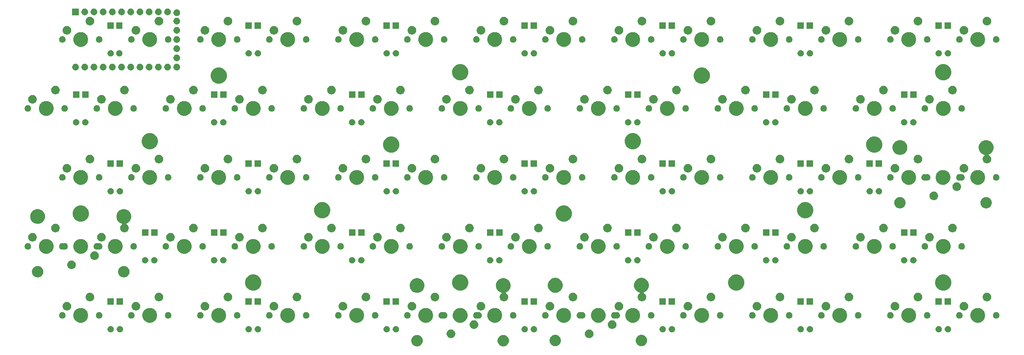
<source format=gbr>
G04 #@! TF.GenerationSoftware,KiCad,Pcbnew,(5.1.5-0-10_14)*
G04 #@! TF.CreationDate,2019-12-14T19:49:10-08:00*
G04 #@! TF.ProjectId,Planck_S_01,506c616e-636b-45f5-935f-30312e6b6963,rev?*
G04 #@! TF.SameCoordinates,Original*
G04 #@! TF.FileFunction,Soldermask,Top*
G04 #@! TF.FilePolarity,Negative*
%FSLAX46Y46*%
G04 Gerber Fmt 4.6, Leading zero omitted, Abs format (unit mm)*
G04 Created by KiCad (PCBNEW (5.1.5-0-10_14)) date 2019-12-14 19:49:10*
%MOMM*%
%LPD*%
G04 APERTURE LIST*
%ADD10C,0.100000*%
G04 APERTURE END LIST*
D10*
G36*
X190007267Y-139240263D02*
G01*
X190159411Y-139270526D01*
X190278137Y-139319704D01*
X190446041Y-139389252D01*
X190446042Y-139389253D01*
X190704004Y-139561617D01*
X190923383Y-139780996D01*
X190941052Y-139807440D01*
X191095748Y-140038959D01*
X191110262Y-140074000D01*
X191193764Y-140275590D01*
X191214474Y-140325590D01*
X191265055Y-140579876D01*
X191275000Y-140629876D01*
X191275000Y-140940124D01*
X191224420Y-141194411D01*
X191214474Y-141244410D01*
X191095748Y-141531041D01*
X191095747Y-141531042D01*
X190923383Y-141789004D01*
X190704004Y-142008383D01*
X190531639Y-142123553D01*
X190446041Y-142180748D01*
X190280121Y-142249474D01*
X190159411Y-142299474D01*
X189855125Y-142360000D01*
X189544875Y-142360000D01*
X189240589Y-142299474D01*
X189119879Y-142249474D01*
X188953959Y-142180748D01*
X188868361Y-142123553D01*
X188695996Y-142008383D01*
X188476617Y-141789004D01*
X188304253Y-141531042D01*
X188304252Y-141531041D01*
X188185526Y-141244410D01*
X188175581Y-141194411D01*
X188125000Y-140940124D01*
X188125000Y-140629876D01*
X188134946Y-140579876D01*
X188185526Y-140325590D01*
X188206237Y-140275590D01*
X188289738Y-140074000D01*
X188304252Y-140038959D01*
X188458948Y-139807440D01*
X188476617Y-139780996D01*
X188695996Y-139561617D01*
X188953958Y-139389253D01*
X188953959Y-139389252D01*
X189121863Y-139319704D01*
X189240589Y-139270526D01*
X189392733Y-139240263D01*
X189544875Y-139210000D01*
X189855125Y-139210000D01*
X190007267Y-139240263D01*
G37*
G36*
X166207267Y-139240263D02*
G01*
X166359411Y-139270526D01*
X166478137Y-139319704D01*
X166646041Y-139389252D01*
X166646042Y-139389253D01*
X166904004Y-139561617D01*
X167123383Y-139780996D01*
X167141052Y-139807440D01*
X167295748Y-140038959D01*
X167310262Y-140074000D01*
X167393764Y-140275590D01*
X167414474Y-140325590D01*
X167465055Y-140579876D01*
X167475000Y-140629876D01*
X167475000Y-140940124D01*
X167424420Y-141194411D01*
X167414474Y-141244410D01*
X167295748Y-141531041D01*
X167295747Y-141531042D01*
X167123383Y-141789004D01*
X166904004Y-142008383D01*
X166731639Y-142123553D01*
X166646041Y-142180748D01*
X166480121Y-142249474D01*
X166359411Y-142299474D01*
X166055125Y-142360000D01*
X165744875Y-142360000D01*
X165440589Y-142299474D01*
X165319879Y-142249474D01*
X165153959Y-142180748D01*
X165068361Y-142123553D01*
X164895996Y-142008383D01*
X164676617Y-141789004D01*
X164504253Y-141531042D01*
X164504252Y-141531041D01*
X164385526Y-141244410D01*
X164375581Y-141194411D01*
X164325000Y-140940124D01*
X164325000Y-140629876D01*
X164334946Y-140579876D01*
X164385526Y-140325590D01*
X164406237Y-140275590D01*
X164489738Y-140074000D01*
X164504252Y-140038959D01*
X164658948Y-139807440D01*
X164676617Y-139780996D01*
X164895996Y-139561617D01*
X165153958Y-139389253D01*
X165153959Y-139389252D01*
X165321863Y-139319704D01*
X165440589Y-139270526D01*
X165592733Y-139240263D01*
X165744875Y-139210000D01*
X166055125Y-139210000D01*
X166207267Y-139240263D01*
G37*
G36*
X228157267Y-139190263D02*
G01*
X228309411Y-139220526D01*
X228328123Y-139228277D01*
X228596041Y-139339252D01*
X228596042Y-139339253D01*
X228854004Y-139511617D01*
X229073383Y-139730996D01*
X229106792Y-139780997D01*
X229245748Y-139988959D01*
X229280973Y-140074000D01*
X229364474Y-140275589D01*
X229374420Y-140325590D01*
X229425000Y-140579875D01*
X229425000Y-140890125D01*
X229415054Y-140940125D01*
X229364474Y-141194411D01*
X229343763Y-141244411D01*
X229245748Y-141481041D01*
X229245747Y-141481042D01*
X229073383Y-141739004D01*
X228854004Y-141958383D01*
X228779173Y-142008383D01*
X228596041Y-142130748D01*
X228428137Y-142200296D01*
X228309411Y-142249474D01*
X228157267Y-142279737D01*
X228005125Y-142310000D01*
X227694875Y-142310000D01*
X227542733Y-142279737D01*
X227390589Y-142249474D01*
X227271863Y-142200296D01*
X227103959Y-142130748D01*
X226920827Y-142008383D01*
X226845996Y-141958383D01*
X226626617Y-141739004D01*
X226454253Y-141481042D01*
X226454252Y-141481041D01*
X226356237Y-141244411D01*
X226335526Y-141194411D01*
X226284946Y-140940125D01*
X226275000Y-140890125D01*
X226275000Y-140579875D01*
X226325580Y-140325590D01*
X226335526Y-140275589D01*
X226419027Y-140074000D01*
X226454252Y-139988959D01*
X226593208Y-139780997D01*
X226626617Y-139730996D01*
X226845996Y-139511617D01*
X227103958Y-139339253D01*
X227103959Y-139339252D01*
X227371877Y-139228277D01*
X227390589Y-139220526D01*
X227542733Y-139190263D01*
X227694875Y-139160000D01*
X228005125Y-139160000D01*
X228157267Y-139190263D01*
G37*
G36*
X204357267Y-139190263D02*
G01*
X204509411Y-139220526D01*
X204528123Y-139228277D01*
X204796041Y-139339252D01*
X204796042Y-139339253D01*
X205054004Y-139511617D01*
X205273383Y-139730996D01*
X205306792Y-139780997D01*
X205445748Y-139988959D01*
X205480973Y-140074000D01*
X205564474Y-140275589D01*
X205574420Y-140325590D01*
X205625000Y-140579875D01*
X205625000Y-140890125D01*
X205615054Y-140940125D01*
X205564474Y-141194411D01*
X205543763Y-141244411D01*
X205445748Y-141481041D01*
X205445747Y-141481042D01*
X205273383Y-141739004D01*
X205054004Y-141958383D01*
X204979173Y-142008383D01*
X204796041Y-142130748D01*
X204628137Y-142200296D01*
X204509411Y-142249474D01*
X204357267Y-142279737D01*
X204205125Y-142310000D01*
X203894875Y-142310000D01*
X203742733Y-142279737D01*
X203590589Y-142249474D01*
X203471863Y-142200296D01*
X203303959Y-142130748D01*
X203120827Y-142008383D01*
X203045996Y-141958383D01*
X202826617Y-141739004D01*
X202654253Y-141481042D01*
X202654252Y-141481041D01*
X202556237Y-141244411D01*
X202535526Y-141194411D01*
X202484946Y-140940125D01*
X202475000Y-140890125D01*
X202475000Y-140579875D01*
X202525580Y-140325590D01*
X202535526Y-140275589D01*
X202619027Y-140074000D01*
X202654252Y-139988959D01*
X202793208Y-139780997D01*
X202826617Y-139730996D01*
X203045996Y-139511617D01*
X203303958Y-139339253D01*
X203303959Y-139339252D01*
X203571877Y-139228277D01*
X203590589Y-139220526D01*
X203742733Y-139190263D01*
X203894875Y-139160000D01*
X204205125Y-139160000D01*
X204357267Y-139190263D01*
G37*
G36*
X213758276Y-137731884D02*
G01*
X213975569Y-137821890D01*
X213975571Y-137821891D01*
X214171130Y-137952560D01*
X214337440Y-138118870D01*
X214370760Y-138168736D01*
X214468110Y-138314431D01*
X214558116Y-138531724D01*
X214604000Y-138762400D01*
X214604000Y-138997600D01*
X214558116Y-139228276D01*
X214491437Y-139389252D01*
X214468109Y-139445571D01*
X214337440Y-139641130D01*
X214171130Y-139807440D01*
X213975571Y-139938109D01*
X213975570Y-139938110D01*
X213975569Y-139938110D01*
X213758276Y-140028116D01*
X213527600Y-140074000D01*
X213292400Y-140074000D01*
X213061724Y-140028116D01*
X212844431Y-139938110D01*
X212844430Y-139938110D01*
X212844429Y-139938109D01*
X212648870Y-139807440D01*
X212482560Y-139641130D01*
X212351891Y-139445571D01*
X212328563Y-139389252D01*
X212261884Y-139228276D01*
X212216000Y-138997600D01*
X212216000Y-138762400D01*
X212261884Y-138531724D01*
X212351890Y-138314431D01*
X212449241Y-138168736D01*
X212482560Y-138118870D01*
X212648870Y-137952560D01*
X212844429Y-137821891D01*
X212844431Y-137821890D01*
X213061724Y-137731884D01*
X213292400Y-137686000D01*
X213527600Y-137686000D01*
X213758276Y-137731884D01*
G37*
G36*
X175608276Y-137731884D02*
G01*
X175825569Y-137821890D01*
X175825571Y-137821891D01*
X176021130Y-137952560D01*
X176187440Y-138118870D01*
X176220760Y-138168736D01*
X176318110Y-138314431D01*
X176408116Y-138531724D01*
X176454000Y-138762400D01*
X176454000Y-138997600D01*
X176408116Y-139228276D01*
X176341437Y-139389252D01*
X176318109Y-139445571D01*
X176187440Y-139641130D01*
X176021130Y-139807440D01*
X175825571Y-139938109D01*
X175825570Y-139938110D01*
X175825569Y-139938110D01*
X175608276Y-140028116D01*
X175377600Y-140074000D01*
X175142400Y-140074000D01*
X174911724Y-140028116D01*
X174694431Y-139938110D01*
X174694430Y-139938110D01*
X174694429Y-139938109D01*
X174498870Y-139807440D01*
X174332560Y-139641130D01*
X174201891Y-139445571D01*
X174178563Y-139389252D01*
X174111884Y-139228276D01*
X174066000Y-138997600D01*
X174066000Y-138762400D01*
X174111884Y-138531724D01*
X174201890Y-138314431D01*
X174299241Y-138168736D01*
X174332560Y-138118870D01*
X174498870Y-137952560D01*
X174694429Y-137821891D01*
X174694431Y-137821890D01*
X174911724Y-137731884D01*
X175142400Y-137686000D01*
X175377600Y-137686000D01*
X175608276Y-137731884D01*
G37*
G36*
X198320997Y-136750342D02*
G01*
X198405666Y-136767183D01*
X198471738Y-136794551D01*
X198565177Y-136833255D01*
X198708736Y-136929178D01*
X198830822Y-137051264D01*
X198926745Y-137194823D01*
X198992817Y-137354335D01*
X199026500Y-137523671D01*
X199026500Y-137696329D01*
X198992817Y-137865665D01*
X198926745Y-138025177D01*
X198830822Y-138168736D01*
X198708736Y-138290822D01*
X198565177Y-138386745D01*
X198471738Y-138425449D01*
X198405666Y-138452817D01*
X198320997Y-138469658D01*
X198236329Y-138486500D01*
X198063671Y-138486500D01*
X197979003Y-138469658D01*
X197894334Y-138452817D01*
X197828262Y-138425449D01*
X197734823Y-138386745D01*
X197591264Y-138290822D01*
X197469178Y-138168736D01*
X197373255Y-138025177D01*
X197307183Y-137865665D01*
X197273500Y-137696329D01*
X197273500Y-137523671D01*
X197307183Y-137354335D01*
X197373255Y-137194823D01*
X197469178Y-137051264D01*
X197591264Y-136929178D01*
X197734823Y-136833255D01*
X197828262Y-136794551D01*
X197894334Y-136767183D01*
X197979003Y-136750342D01*
X198063671Y-136733500D01*
X198236329Y-136733500D01*
X198320997Y-136750342D01*
G37*
G36*
X195770997Y-136750342D02*
G01*
X195855666Y-136767183D01*
X195921738Y-136794551D01*
X196015177Y-136833255D01*
X196158736Y-136929178D01*
X196280822Y-137051264D01*
X196376745Y-137194823D01*
X196442817Y-137354335D01*
X196476500Y-137523671D01*
X196476500Y-137696329D01*
X196442817Y-137865665D01*
X196376745Y-138025177D01*
X196280822Y-138168736D01*
X196158736Y-138290822D01*
X196015177Y-138386745D01*
X195921738Y-138425449D01*
X195855666Y-138452817D01*
X195770997Y-138469658D01*
X195686329Y-138486500D01*
X195513671Y-138486500D01*
X195429003Y-138469658D01*
X195344334Y-138452817D01*
X195278262Y-138425449D01*
X195184823Y-138386745D01*
X195041264Y-138290822D01*
X194919178Y-138168736D01*
X194823255Y-138025177D01*
X194757183Y-137865665D01*
X194723500Y-137696329D01*
X194723500Y-137523671D01*
X194757183Y-137354335D01*
X194823255Y-137194823D01*
X194919178Y-137051264D01*
X195041264Y-136929178D01*
X195184823Y-136833255D01*
X195278262Y-136794551D01*
X195344334Y-136767183D01*
X195429003Y-136750342D01*
X195513671Y-136733500D01*
X195686329Y-136733500D01*
X195770997Y-136750342D01*
G37*
G36*
X160220997Y-136750342D02*
G01*
X160305666Y-136767183D01*
X160371738Y-136794551D01*
X160465177Y-136833255D01*
X160608736Y-136929178D01*
X160730822Y-137051264D01*
X160826745Y-137194823D01*
X160892817Y-137354335D01*
X160926500Y-137523671D01*
X160926500Y-137696329D01*
X160892817Y-137865665D01*
X160826745Y-138025177D01*
X160730822Y-138168736D01*
X160608736Y-138290822D01*
X160465177Y-138386745D01*
X160371738Y-138425449D01*
X160305666Y-138452817D01*
X160220997Y-138469658D01*
X160136329Y-138486500D01*
X159963671Y-138486500D01*
X159879003Y-138469658D01*
X159794334Y-138452817D01*
X159728262Y-138425449D01*
X159634823Y-138386745D01*
X159491264Y-138290822D01*
X159369178Y-138168736D01*
X159273255Y-138025177D01*
X159207183Y-137865665D01*
X159173500Y-137696329D01*
X159173500Y-137523671D01*
X159207183Y-137354335D01*
X159273255Y-137194823D01*
X159369178Y-137051264D01*
X159491264Y-136929178D01*
X159634823Y-136833255D01*
X159728262Y-136794551D01*
X159794334Y-136767183D01*
X159879003Y-136750342D01*
X159963671Y-136733500D01*
X160136329Y-136733500D01*
X160220997Y-136750342D01*
G37*
G36*
X157670997Y-136750342D02*
G01*
X157755666Y-136767183D01*
X157821738Y-136794551D01*
X157915177Y-136833255D01*
X158058736Y-136929178D01*
X158180822Y-137051264D01*
X158276745Y-137194823D01*
X158342817Y-137354335D01*
X158376500Y-137523671D01*
X158376500Y-137696329D01*
X158342817Y-137865665D01*
X158276745Y-138025177D01*
X158180822Y-138168736D01*
X158058736Y-138290822D01*
X157915177Y-138386745D01*
X157821738Y-138425449D01*
X157755666Y-138452817D01*
X157670997Y-138469658D01*
X157586329Y-138486500D01*
X157413671Y-138486500D01*
X157329003Y-138469658D01*
X157244334Y-138452817D01*
X157178262Y-138425449D01*
X157084823Y-138386745D01*
X156941264Y-138290822D01*
X156819178Y-138168736D01*
X156723255Y-138025177D01*
X156657183Y-137865665D01*
X156623500Y-137696329D01*
X156623500Y-137523671D01*
X156657183Y-137354335D01*
X156723255Y-137194823D01*
X156819178Y-137051264D01*
X156941264Y-136929178D01*
X157084823Y-136833255D01*
X157178262Y-136794551D01*
X157244334Y-136767183D01*
X157329003Y-136750342D01*
X157413671Y-136733500D01*
X157586329Y-136733500D01*
X157670997Y-136750342D01*
G37*
G36*
X122120997Y-136750342D02*
G01*
X122205666Y-136767183D01*
X122271738Y-136794551D01*
X122365177Y-136833255D01*
X122508736Y-136929178D01*
X122630822Y-137051264D01*
X122726745Y-137194823D01*
X122792817Y-137354335D01*
X122826500Y-137523671D01*
X122826500Y-137696329D01*
X122792817Y-137865665D01*
X122726745Y-138025177D01*
X122630822Y-138168736D01*
X122508736Y-138290822D01*
X122365177Y-138386745D01*
X122271738Y-138425449D01*
X122205666Y-138452817D01*
X122120997Y-138469658D01*
X122036329Y-138486500D01*
X121863671Y-138486500D01*
X121779003Y-138469658D01*
X121694334Y-138452817D01*
X121628262Y-138425449D01*
X121534823Y-138386745D01*
X121391264Y-138290822D01*
X121269178Y-138168736D01*
X121173255Y-138025177D01*
X121107183Y-137865665D01*
X121073500Y-137696329D01*
X121073500Y-137523671D01*
X121107183Y-137354335D01*
X121173255Y-137194823D01*
X121269178Y-137051264D01*
X121391264Y-136929178D01*
X121534823Y-136833255D01*
X121628262Y-136794551D01*
X121694334Y-136767183D01*
X121779003Y-136750342D01*
X121863671Y-136733500D01*
X122036329Y-136733500D01*
X122120997Y-136750342D01*
G37*
G36*
X119570997Y-136750342D02*
G01*
X119655666Y-136767183D01*
X119721738Y-136794551D01*
X119815177Y-136833255D01*
X119958736Y-136929178D01*
X120080822Y-137051264D01*
X120176745Y-137194823D01*
X120242817Y-137354335D01*
X120276500Y-137523671D01*
X120276500Y-137696329D01*
X120242817Y-137865665D01*
X120176745Y-138025177D01*
X120080822Y-138168736D01*
X119958736Y-138290822D01*
X119815177Y-138386745D01*
X119721738Y-138425449D01*
X119655666Y-138452817D01*
X119570997Y-138469658D01*
X119486329Y-138486500D01*
X119313671Y-138486500D01*
X119229003Y-138469658D01*
X119144334Y-138452817D01*
X119078262Y-138425449D01*
X118984823Y-138386745D01*
X118841264Y-138290822D01*
X118719178Y-138168736D01*
X118623255Y-138025177D01*
X118557183Y-137865665D01*
X118523500Y-137696329D01*
X118523500Y-137523671D01*
X118557183Y-137354335D01*
X118623255Y-137194823D01*
X118719178Y-137051264D01*
X118841264Y-136929178D01*
X118984823Y-136833255D01*
X119078262Y-136794551D01*
X119144334Y-136767183D01*
X119229003Y-136750342D01*
X119313671Y-136733500D01*
X119486329Y-136733500D01*
X119570997Y-136750342D01*
G37*
G36*
X84020997Y-136750342D02*
G01*
X84105666Y-136767183D01*
X84171738Y-136794551D01*
X84265177Y-136833255D01*
X84408736Y-136929178D01*
X84530822Y-137051264D01*
X84626745Y-137194823D01*
X84692817Y-137354335D01*
X84726500Y-137523671D01*
X84726500Y-137696329D01*
X84692817Y-137865665D01*
X84626745Y-138025177D01*
X84530822Y-138168736D01*
X84408736Y-138290822D01*
X84265177Y-138386745D01*
X84171738Y-138425449D01*
X84105666Y-138452817D01*
X84020997Y-138469658D01*
X83936329Y-138486500D01*
X83763671Y-138486500D01*
X83679003Y-138469658D01*
X83594334Y-138452817D01*
X83528262Y-138425449D01*
X83434823Y-138386745D01*
X83291264Y-138290822D01*
X83169178Y-138168736D01*
X83073255Y-138025177D01*
X83007183Y-137865665D01*
X82973500Y-137696329D01*
X82973500Y-137523671D01*
X83007183Y-137354335D01*
X83073255Y-137194823D01*
X83169178Y-137051264D01*
X83291264Y-136929178D01*
X83434823Y-136833255D01*
X83528262Y-136794551D01*
X83594334Y-136767183D01*
X83679003Y-136750342D01*
X83763671Y-136733500D01*
X83936329Y-136733500D01*
X84020997Y-136750342D01*
G37*
G36*
X81470997Y-136750342D02*
G01*
X81555666Y-136767183D01*
X81621738Y-136794551D01*
X81715177Y-136833255D01*
X81858736Y-136929178D01*
X81980822Y-137051264D01*
X82076745Y-137194823D01*
X82142817Y-137354335D01*
X82176500Y-137523671D01*
X82176500Y-137696329D01*
X82142817Y-137865665D01*
X82076745Y-138025177D01*
X81980822Y-138168736D01*
X81858736Y-138290822D01*
X81715177Y-138386745D01*
X81621738Y-138425449D01*
X81555666Y-138452817D01*
X81470997Y-138469658D01*
X81386329Y-138486500D01*
X81213671Y-138486500D01*
X81129003Y-138469658D01*
X81044334Y-138452817D01*
X80978262Y-138425449D01*
X80884823Y-138386745D01*
X80741264Y-138290822D01*
X80619178Y-138168736D01*
X80523255Y-138025177D01*
X80457183Y-137865665D01*
X80423500Y-137696329D01*
X80423500Y-137523671D01*
X80457183Y-137354335D01*
X80523255Y-137194823D01*
X80619178Y-137051264D01*
X80741264Y-136929178D01*
X80884823Y-136833255D01*
X80978262Y-136794551D01*
X81044334Y-136767183D01*
X81129003Y-136750342D01*
X81213671Y-136733500D01*
X81386329Y-136733500D01*
X81470997Y-136750342D01*
G37*
G36*
X233870997Y-136750342D02*
G01*
X233955666Y-136767183D01*
X234021738Y-136794551D01*
X234115177Y-136833255D01*
X234258736Y-136929178D01*
X234380822Y-137051264D01*
X234476745Y-137194823D01*
X234542817Y-137354335D01*
X234576500Y-137523671D01*
X234576500Y-137696329D01*
X234542817Y-137865665D01*
X234476745Y-138025177D01*
X234380822Y-138168736D01*
X234258736Y-138290822D01*
X234115177Y-138386745D01*
X234021738Y-138425449D01*
X233955666Y-138452817D01*
X233870997Y-138469658D01*
X233786329Y-138486500D01*
X233613671Y-138486500D01*
X233529003Y-138469658D01*
X233444334Y-138452817D01*
X233378262Y-138425449D01*
X233284823Y-138386745D01*
X233141264Y-138290822D01*
X233019178Y-138168736D01*
X232923255Y-138025177D01*
X232857183Y-137865665D01*
X232823500Y-137696329D01*
X232823500Y-137523671D01*
X232857183Y-137354335D01*
X232923255Y-137194823D01*
X233019178Y-137051264D01*
X233141264Y-136929178D01*
X233284823Y-136833255D01*
X233378262Y-136794551D01*
X233444334Y-136767183D01*
X233529003Y-136750342D01*
X233613671Y-136733500D01*
X233786329Y-136733500D01*
X233870997Y-136750342D01*
G37*
G36*
X236420997Y-136750342D02*
G01*
X236505666Y-136767183D01*
X236571738Y-136794551D01*
X236665177Y-136833255D01*
X236808736Y-136929178D01*
X236930822Y-137051264D01*
X237026745Y-137194823D01*
X237092817Y-137354335D01*
X237126500Y-137523671D01*
X237126500Y-137696329D01*
X237092817Y-137865665D01*
X237026745Y-138025177D01*
X236930822Y-138168736D01*
X236808736Y-138290822D01*
X236665177Y-138386745D01*
X236571738Y-138425449D01*
X236505666Y-138452817D01*
X236420997Y-138469658D01*
X236336329Y-138486500D01*
X236163671Y-138486500D01*
X236079003Y-138469658D01*
X235994334Y-138452817D01*
X235928262Y-138425449D01*
X235834823Y-138386745D01*
X235691264Y-138290822D01*
X235569178Y-138168736D01*
X235473255Y-138025177D01*
X235407183Y-137865665D01*
X235373500Y-137696329D01*
X235373500Y-137523671D01*
X235407183Y-137354335D01*
X235473255Y-137194823D01*
X235569178Y-137051264D01*
X235691264Y-136929178D01*
X235834823Y-136833255D01*
X235928262Y-136794551D01*
X235994334Y-136767183D01*
X236079003Y-136750342D01*
X236163671Y-136733500D01*
X236336329Y-136733500D01*
X236420997Y-136750342D01*
G37*
G36*
X271970997Y-136750342D02*
G01*
X272055666Y-136767183D01*
X272121738Y-136794551D01*
X272215177Y-136833255D01*
X272358736Y-136929178D01*
X272480822Y-137051264D01*
X272576745Y-137194823D01*
X272642817Y-137354335D01*
X272676500Y-137523671D01*
X272676500Y-137696329D01*
X272642817Y-137865665D01*
X272576745Y-138025177D01*
X272480822Y-138168736D01*
X272358736Y-138290822D01*
X272215177Y-138386745D01*
X272121738Y-138425449D01*
X272055666Y-138452817D01*
X271970997Y-138469658D01*
X271886329Y-138486500D01*
X271713671Y-138486500D01*
X271629003Y-138469658D01*
X271544334Y-138452817D01*
X271478262Y-138425449D01*
X271384823Y-138386745D01*
X271241264Y-138290822D01*
X271119178Y-138168736D01*
X271023255Y-138025177D01*
X270957183Y-137865665D01*
X270923500Y-137696329D01*
X270923500Y-137523671D01*
X270957183Y-137354335D01*
X271023255Y-137194823D01*
X271119178Y-137051264D01*
X271241264Y-136929178D01*
X271384823Y-136833255D01*
X271478262Y-136794551D01*
X271544334Y-136767183D01*
X271629003Y-136750342D01*
X271713671Y-136733500D01*
X271886329Y-136733500D01*
X271970997Y-136750342D01*
G37*
G36*
X274520997Y-136750342D02*
G01*
X274605666Y-136767183D01*
X274671738Y-136794551D01*
X274765177Y-136833255D01*
X274908736Y-136929178D01*
X275030822Y-137051264D01*
X275126745Y-137194823D01*
X275192817Y-137354335D01*
X275226500Y-137523671D01*
X275226500Y-137696329D01*
X275192817Y-137865665D01*
X275126745Y-138025177D01*
X275030822Y-138168736D01*
X274908736Y-138290822D01*
X274765177Y-138386745D01*
X274671738Y-138425449D01*
X274605666Y-138452817D01*
X274520997Y-138469658D01*
X274436329Y-138486500D01*
X274263671Y-138486500D01*
X274179003Y-138469658D01*
X274094334Y-138452817D01*
X274028262Y-138425449D01*
X273934823Y-138386745D01*
X273791264Y-138290822D01*
X273669178Y-138168736D01*
X273573255Y-138025177D01*
X273507183Y-137865665D01*
X273473500Y-137696329D01*
X273473500Y-137523671D01*
X273507183Y-137354335D01*
X273573255Y-137194823D01*
X273669178Y-137051264D01*
X273791264Y-136929178D01*
X273934823Y-136833255D01*
X274028262Y-136794551D01*
X274094334Y-136767183D01*
X274179003Y-136750342D01*
X274263671Y-136733500D01*
X274436329Y-136733500D01*
X274520997Y-136750342D01*
G37*
G36*
X310070997Y-136750342D02*
G01*
X310155666Y-136767183D01*
X310221738Y-136794551D01*
X310315177Y-136833255D01*
X310458736Y-136929178D01*
X310580822Y-137051264D01*
X310676745Y-137194823D01*
X310742817Y-137354335D01*
X310776500Y-137523671D01*
X310776500Y-137696329D01*
X310742817Y-137865665D01*
X310676745Y-138025177D01*
X310580822Y-138168736D01*
X310458736Y-138290822D01*
X310315177Y-138386745D01*
X310221738Y-138425449D01*
X310155666Y-138452817D01*
X310070997Y-138469658D01*
X309986329Y-138486500D01*
X309813671Y-138486500D01*
X309729003Y-138469658D01*
X309644334Y-138452817D01*
X309578262Y-138425449D01*
X309484823Y-138386745D01*
X309341264Y-138290822D01*
X309219178Y-138168736D01*
X309123255Y-138025177D01*
X309057183Y-137865665D01*
X309023500Y-137696329D01*
X309023500Y-137523671D01*
X309057183Y-137354335D01*
X309123255Y-137194823D01*
X309219178Y-137051264D01*
X309341264Y-136929178D01*
X309484823Y-136833255D01*
X309578262Y-136794551D01*
X309644334Y-136767183D01*
X309729003Y-136750342D01*
X309813671Y-136733500D01*
X309986329Y-136733500D01*
X310070997Y-136750342D01*
G37*
G36*
X312620997Y-136750342D02*
G01*
X312705666Y-136767183D01*
X312771738Y-136794551D01*
X312865177Y-136833255D01*
X313008736Y-136929178D01*
X313130822Y-137051264D01*
X313226745Y-137194823D01*
X313292817Y-137354335D01*
X313326500Y-137523671D01*
X313326500Y-137696329D01*
X313292817Y-137865665D01*
X313226745Y-138025177D01*
X313130822Y-138168736D01*
X313008736Y-138290822D01*
X312865177Y-138386745D01*
X312771738Y-138425449D01*
X312705666Y-138452817D01*
X312620997Y-138469658D01*
X312536329Y-138486500D01*
X312363671Y-138486500D01*
X312279003Y-138469658D01*
X312194334Y-138452817D01*
X312128262Y-138425449D01*
X312034823Y-138386745D01*
X311891264Y-138290822D01*
X311769178Y-138168736D01*
X311673255Y-138025177D01*
X311607183Y-137865665D01*
X311573500Y-137696329D01*
X311573500Y-137523671D01*
X311607183Y-137354335D01*
X311673255Y-137194823D01*
X311769178Y-137051264D01*
X311891264Y-136929178D01*
X312034823Y-136833255D01*
X312128262Y-136794551D01*
X312194334Y-136767183D01*
X312279003Y-136750342D01*
X312363671Y-136733500D01*
X312536329Y-136733500D01*
X312620997Y-136750342D01*
G37*
G36*
X181958276Y-135191884D02*
G01*
X182175569Y-135281890D01*
X182175571Y-135281891D01*
X182334938Y-135388377D01*
X182371130Y-135412560D01*
X182537440Y-135578870D01*
X182668110Y-135774431D01*
X182758116Y-135991724D01*
X182804000Y-136222400D01*
X182804000Y-136457600D01*
X182758116Y-136688276D01*
X182698063Y-136833256D01*
X182668109Y-136905571D01*
X182537440Y-137101130D01*
X182371130Y-137267440D01*
X182175571Y-137398109D01*
X182175570Y-137398110D01*
X182175569Y-137398110D01*
X181958276Y-137488116D01*
X181727600Y-137534000D01*
X181492400Y-137534000D01*
X181261724Y-137488116D01*
X181044431Y-137398110D01*
X181044430Y-137398110D01*
X181044429Y-137398109D01*
X180848870Y-137267440D01*
X180682560Y-137101130D01*
X180551891Y-136905571D01*
X180521937Y-136833256D01*
X180461884Y-136688276D01*
X180416000Y-136457600D01*
X180416000Y-136222400D01*
X180461884Y-135991724D01*
X180551890Y-135774431D01*
X180682560Y-135578870D01*
X180848870Y-135412560D01*
X180885062Y-135388377D01*
X181044429Y-135281891D01*
X181044431Y-135281890D01*
X181261724Y-135191884D01*
X181492400Y-135146000D01*
X181727600Y-135146000D01*
X181958276Y-135191884D01*
G37*
G36*
X220108276Y-135191884D02*
G01*
X220325569Y-135281890D01*
X220325571Y-135281891D01*
X220484938Y-135388377D01*
X220521130Y-135412560D01*
X220687440Y-135578870D01*
X220818110Y-135774431D01*
X220908116Y-135991724D01*
X220954000Y-136222400D01*
X220954000Y-136457600D01*
X220908116Y-136688276D01*
X220848063Y-136833256D01*
X220818109Y-136905571D01*
X220687440Y-137101130D01*
X220521130Y-137267440D01*
X220325571Y-137398109D01*
X220325570Y-137398110D01*
X220325569Y-137398110D01*
X220108276Y-137488116D01*
X219877600Y-137534000D01*
X219642400Y-137534000D01*
X219411724Y-137488116D01*
X219194431Y-137398110D01*
X219194430Y-137398110D01*
X219194429Y-137398109D01*
X218998870Y-137267440D01*
X218832560Y-137101130D01*
X218701891Y-136905571D01*
X218671937Y-136833256D01*
X218611884Y-136688276D01*
X218566000Y-136457600D01*
X218566000Y-136222400D01*
X218611884Y-135991724D01*
X218701890Y-135774431D01*
X218832560Y-135578870D01*
X218998870Y-135412560D01*
X219035062Y-135388377D01*
X219194429Y-135281891D01*
X219194431Y-135281890D01*
X219411724Y-135191884D01*
X219642400Y-135146000D01*
X219877600Y-135146000D01*
X220108276Y-135191884D01*
G37*
G36*
X187946474Y-131833684D02*
G01*
X188164474Y-131923983D01*
X188318623Y-131987833D01*
X188653548Y-132211623D01*
X188938377Y-132496452D01*
X189162167Y-132831377D01*
X189206093Y-132937424D01*
X189316316Y-133203526D01*
X189394900Y-133598594D01*
X189394900Y-134001406D01*
X189316316Y-134396474D01*
X189232322Y-134599253D01*
X189162167Y-134768623D01*
X188938377Y-135103548D01*
X188653548Y-135388377D01*
X188318623Y-135612167D01*
X188164474Y-135676017D01*
X187946474Y-135766316D01*
X187551406Y-135844900D01*
X187148594Y-135844900D01*
X186753526Y-135766316D01*
X186535526Y-135676017D01*
X186381377Y-135612167D01*
X186046452Y-135388377D01*
X185761623Y-135103548D01*
X185537833Y-134768623D01*
X185467678Y-134599253D01*
X185383684Y-134396474D01*
X185305100Y-134001406D01*
X185305100Y-133598594D01*
X185383684Y-133203526D01*
X185493907Y-132937424D01*
X185537833Y-132831377D01*
X185761623Y-132496452D01*
X186046452Y-132211623D01*
X186381377Y-131987833D01*
X186535526Y-131923983D01*
X186753526Y-131833684D01*
X187148594Y-131755100D01*
X187551406Y-131755100D01*
X187946474Y-131833684D01*
G37*
G36*
X206996474Y-131833684D02*
G01*
X207214474Y-131923983D01*
X207368623Y-131987833D01*
X207703548Y-132211623D01*
X207988377Y-132496452D01*
X208212167Y-132831377D01*
X208256093Y-132937424D01*
X208366316Y-133203526D01*
X208444900Y-133598594D01*
X208444900Y-134001406D01*
X208366316Y-134396474D01*
X208282322Y-134599253D01*
X208212167Y-134768623D01*
X207988377Y-135103548D01*
X207703548Y-135388377D01*
X207368623Y-135612167D01*
X207214474Y-135676017D01*
X206996474Y-135766316D01*
X206601406Y-135844900D01*
X206198594Y-135844900D01*
X205803526Y-135766316D01*
X205585526Y-135676017D01*
X205431377Y-135612167D01*
X205096452Y-135388377D01*
X204811623Y-135103548D01*
X204587833Y-134768623D01*
X204517678Y-134599253D01*
X204433684Y-134396474D01*
X204355100Y-134001406D01*
X204355100Y-133598594D01*
X204433684Y-133203526D01*
X204543907Y-132937424D01*
X204587833Y-132831377D01*
X204811623Y-132496452D01*
X205096452Y-132211623D01*
X205431377Y-131987833D01*
X205585526Y-131923983D01*
X205803526Y-131833684D01*
X206198594Y-131755100D01*
X206601406Y-131755100D01*
X206996474Y-131833684D01*
G37*
G36*
X226046474Y-131833684D02*
G01*
X226264474Y-131923983D01*
X226418623Y-131987833D01*
X226753548Y-132211623D01*
X227038377Y-132496452D01*
X227262167Y-132831377D01*
X227306093Y-132937424D01*
X227416316Y-133203526D01*
X227494900Y-133598594D01*
X227494900Y-134001406D01*
X227416316Y-134396474D01*
X227332322Y-134599253D01*
X227262167Y-134768623D01*
X227038377Y-135103548D01*
X226753548Y-135388377D01*
X226418623Y-135612167D01*
X226264474Y-135676017D01*
X226046474Y-135766316D01*
X225651406Y-135844900D01*
X225248594Y-135844900D01*
X224853526Y-135766316D01*
X224635526Y-135676017D01*
X224481377Y-135612167D01*
X224146452Y-135388377D01*
X223861623Y-135103548D01*
X223637833Y-134768623D01*
X223567678Y-134599253D01*
X223483684Y-134396474D01*
X223405100Y-134001406D01*
X223405100Y-133598594D01*
X223483684Y-133203526D01*
X223593907Y-132937424D01*
X223637833Y-132831377D01*
X223861623Y-132496452D01*
X224146452Y-132211623D01*
X224481377Y-131987833D01*
X224635526Y-131923983D01*
X224853526Y-131833684D01*
X225248594Y-131755100D01*
X225651406Y-131755100D01*
X226046474Y-131833684D01*
G37*
G36*
X245096474Y-131833684D02*
G01*
X245314474Y-131923983D01*
X245468623Y-131987833D01*
X245803548Y-132211623D01*
X246088377Y-132496452D01*
X246312167Y-132831377D01*
X246356093Y-132937424D01*
X246466316Y-133203526D01*
X246544900Y-133598594D01*
X246544900Y-134001406D01*
X246466316Y-134396474D01*
X246382322Y-134599253D01*
X246312167Y-134768623D01*
X246088377Y-135103548D01*
X245803548Y-135388377D01*
X245468623Y-135612167D01*
X245314474Y-135676017D01*
X245096474Y-135766316D01*
X244701406Y-135844900D01*
X244298594Y-135844900D01*
X243903526Y-135766316D01*
X243685526Y-135676017D01*
X243531377Y-135612167D01*
X243196452Y-135388377D01*
X242911623Y-135103548D01*
X242687833Y-134768623D01*
X242617678Y-134599253D01*
X242533684Y-134396474D01*
X242455100Y-134001406D01*
X242455100Y-133598594D01*
X242533684Y-133203526D01*
X242643907Y-132937424D01*
X242687833Y-132831377D01*
X242911623Y-132496452D01*
X243196452Y-132211623D01*
X243531377Y-131987833D01*
X243685526Y-131923983D01*
X243903526Y-131833684D01*
X244298594Y-131755100D01*
X244701406Y-131755100D01*
X245096474Y-131833684D01*
G37*
G36*
X264146474Y-131833684D02*
G01*
X264364474Y-131923983D01*
X264518623Y-131987833D01*
X264853548Y-132211623D01*
X265138377Y-132496452D01*
X265362167Y-132831377D01*
X265406093Y-132937424D01*
X265516316Y-133203526D01*
X265594900Y-133598594D01*
X265594900Y-134001406D01*
X265516316Y-134396474D01*
X265432322Y-134599253D01*
X265362167Y-134768623D01*
X265138377Y-135103548D01*
X264853548Y-135388377D01*
X264518623Y-135612167D01*
X264364474Y-135676017D01*
X264146474Y-135766316D01*
X263751406Y-135844900D01*
X263348594Y-135844900D01*
X262953526Y-135766316D01*
X262735526Y-135676017D01*
X262581377Y-135612167D01*
X262246452Y-135388377D01*
X261961623Y-135103548D01*
X261737833Y-134768623D01*
X261667678Y-134599253D01*
X261583684Y-134396474D01*
X261505100Y-134001406D01*
X261505100Y-133598594D01*
X261583684Y-133203526D01*
X261693907Y-132937424D01*
X261737833Y-132831377D01*
X261961623Y-132496452D01*
X262246452Y-132211623D01*
X262581377Y-131987833D01*
X262735526Y-131923983D01*
X262953526Y-131833684D01*
X263348594Y-131755100D01*
X263751406Y-131755100D01*
X264146474Y-131833684D01*
G37*
G36*
X283196474Y-131833684D02*
G01*
X283414474Y-131923983D01*
X283568623Y-131987833D01*
X283903548Y-132211623D01*
X284188377Y-132496452D01*
X284412167Y-132831377D01*
X284456093Y-132937424D01*
X284566316Y-133203526D01*
X284644900Y-133598594D01*
X284644900Y-134001406D01*
X284566316Y-134396474D01*
X284482322Y-134599253D01*
X284412167Y-134768623D01*
X284188377Y-135103548D01*
X283903548Y-135388377D01*
X283568623Y-135612167D01*
X283414474Y-135676017D01*
X283196474Y-135766316D01*
X282801406Y-135844900D01*
X282398594Y-135844900D01*
X282003526Y-135766316D01*
X281785526Y-135676017D01*
X281631377Y-135612167D01*
X281296452Y-135388377D01*
X281011623Y-135103548D01*
X280787833Y-134768623D01*
X280717678Y-134599253D01*
X280633684Y-134396474D01*
X280555100Y-134001406D01*
X280555100Y-133598594D01*
X280633684Y-133203526D01*
X280743907Y-132937424D01*
X280787833Y-132831377D01*
X281011623Y-132496452D01*
X281296452Y-132211623D01*
X281631377Y-131987833D01*
X281785526Y-131923983D01*
X282003526Y-131833684D01*
X282398594Y-131755100D01*
X282801406Y-131755100D01*
X283196474Y-131833684D01*
G37*
G36*
X302246474Y-131833684D02*
G01*
X302464474Y-131923983D01*
X302618623Y-131987833D01*
X302953548Y-132211623D01*
X303238377Y-132496452D01*
X303462167Y-132831377D01*
X303506093Y-132937424D01*
X303616316Y-133203526D01*
X303694900Y-133598594D01*
X303694900Y-134001406D01*
X303616316Y-134396474D01*
X303532322Y-134599253D01*
X303462167Y-134768623D01*
X303238377Y-135103548D01*
X302953548Y-135388377D01*
X302618623Y-135612167D01*
X302464474Y-135676017D01*
X302246474Y-135766316D01*
X301851406Y-135844900D01*
X301448594Y-135844900D01*
X301053526Y-135766316D01*
X300835526Y-135676017D01*
X300681377Y-135612167D01*
X300346452Y-135388377D01*
X300061623Y-135103548D01*
X299837833Y-134768623D01*
X299767678Y-134599253D01*
X299683684Y-134396474D01*
X299605100Y-134001406D01*
X299605100Y-133598594D01*
X299683684Y-133203526D01*
X299793907Y-132937424D01*
X299837833Y-132831377D01*
X300061623Y-132496452D01*
X300346452Y-132211623D01*
X300681377Y-131987833D01*
X300835526Y-131923983D01*
X301053526Y-131833684D01*
X301448594Y-131755100D01*
X301851406Y-131755100D01*
X302246474Y-131833684D01*
G37*
G36*
X321296474Y-131833684D02*
G01*
X321514474Y-131923983D01*
X321668623Y-131987833D01*
X322003548Y-132211623D01*
X322288377Y-132496452D01*
X322512167Y-132831377D01*
X322556093Y-132937424D01*
X322666316Y-133203526D01*
X322744900Y-133598594D01*
X322744900Y-134001406D01*
X322666316Y-134396474D01*
X322582322Y-134599253D01*
X322512167Y-134768623D01*
X322288377Y-135103548D01*
X322003548Y-135388377D01*
X321668623Y-135612167D01*
X321514474Y-135676017D01*
X321296474Y-135766316D01*
X320901406Y-135844900D01*
X320498594Y-135844900D01*
X320103526Y-135766316D01*
X319885526Y-135676017D01*
X319731377Y-135612167D01*
X319396452Y-135388377D01*
X319111623Y-135103548D01*
X318887833Y-134768623D01*
X318817678Y-134599253D01*
X318733684Y-134396474D01*
X318655100Y-134001406D01*
X318655100Y-133598594D01*
X318733684Y-133203526D01*
X318843907Y-132937424D01*
X318887833Y-132831377D01*
X319111623Y-132496452D01*
X319396452Y-132211623D01*
X319731377Y-131987833D01*
X319885526Y-131923983D01*
X320103526Y-131833684D01*
X320498594Y-131755100D01*
X320901406Y-131755100D01*
X321296474Y-131833684D01*
G37*
G36*
X168896474Y-131833684D02*
G01*
X169114474Y-131923983D01*
X169268623Y-131987833D01*
X169603548Y-132211623D01*
X169888377Y-132496452D01*
X170112167Y-132831377D01*
X170156093Y-132937424D01*
X170266316Y-133203526D01*
X170344900Y-133598594D01*
X170344900Y-134001406D01*
X170266316Y-134396474D01*
X170182322Y-134599253D01*
X170112167Y-134768623D01*
X169888377Y-135103548D01*
X169603548Y-135388377D01*
X169268623Y-135612167D01*
X169114474Y-135676017D01*
X168896474Y-135766316D01*
X168501406Y-135844900D01*
X168098594Y-135844900D01*
X167703526Y-135766316D01*
X167485526Y-135676017D01*
X167331377Y-135612167D01*
X166996452Y-135388377D01*
X166711623Y-135103548D01*
X166487833Y-134768623D01*
X166417678Y-134599253D01*
X166333684Y-134396474D01*
X166255100Y-134001406D01*
X166255100Y-133598594D01*
X166333684Y-133203526D01*
X166443907Y-132937424D01*
X166487833Y-132831377D01*
X166711623Y-132496452D01*
X166996452Y-132211623D01*
X167331377Y-131987833D01*
X167485526Y-131923983D01*
X167703526Y-131833684D01*
X168098594Y-131755100D01*
X168501406Y-131755100D01*
X168896474Y-131833684D01*
G37*
G36*
X178396474Y-131833684D02*
G01*
X178614474Y-131923983D01*
X178768623Y-131987833D01*
X179103548Y-132211623D01*
X179388377Y-132496452D01*
X179612167Y-132831377D01*
X179656093Y-132937424D01*
X179766316Y-133203526D01*
X179844900Y-133598594D01*
X179844900Y-134001406D01*
X179766316Y-134396474D01*
X179682322Y-134599253D01*
X179612167Y-134768623D01*
X179388377Y-135103548D01*
X179103548Y-135388377D01*
X178768623Y-135612167D01*
X178614474Y-135676017D01*
X178396474Y-135766316D01*
X178001406Y-135844900D01*
X177598594Y-135844900D01*
X177203526Y-135766316D01*
X176985526Y-135676017D01*
X176831377Y-135612167D01*
X176496452Y-135388377D01*
X176211623Y-135103548D01*
X175987833Y-134768623D01*
X175917678Y-134599253D01*
X175833684Y-134396474D01*
X175755100Y-134001406D01*
X175755100Y-133598594D01*
X175833684Y-133203526D01*
X175943907Y-132937424D01*
X175987833Y-132831377D01*
X176211623Y-132496452D01*
X176496452Y-132211623D01*
X176831377Y-131987833D01*
X176985526Y-131923983D01*
X177203526Y-131833684D01*
X177598594Y-131755100D01*
X178001406Y-131755100D01*
X178396474Y-131833684D01*
G37*
G36*
X149846474Y-131833684D02*
G01*
X150064474Y-131923983D01*
X150218623Y-131987833D01*
X150553548Y-132211623D01*
X150838377Y-132496452D01*
X151062167Y-132831377D01*
X151106093Y-132937424D01*
X151216316Y-133203526D01*
X151294900Y-133598594D01*
X151294900Y-134001406D01*
X151216316Y-134396474D01*
X151132322Y-134599253D01*
X151062167Y-134768623D01*
X150838377Y-135103548D01*
X150553548Y-135388377D01*
X150218623Y-135612167D01*
X150064474Y-135676017D01*
X149846474Y-135766316D01*
X149451406Y-135844900D01*
X149048594Y-135844900D01*
X148653526Y-135766316D01*
X148435526Y-135676017D01*
X148281377Y-135612167D01*
X147946452Y-135388377D01*
X147661623Y-135103548D01*
X147437833Y-134768623D01*
X147367678Y-134599253D01*
X147283684Y-134396474D01*
X147205100Y-134001406D01*
X147205100Y-133598594D01*
X147283684Y-133203526D01*
X147393907Y-132937424D01*
X147437833Y-132831377D01*
X147661623Y-132496452D01*
X147946452Y-132211623D01*
X148281377Y-131987833D01*
X148435526Y-131923983D01*
X148653526Y-131833684D01*
X149048594Y-131755100D01*
X149451406Y-131755100D01*
X149846474Y-131833684D01*
G37*
G36*
X130796474Y-131833684D02*
G01*
X131014474Y-131923983D01*
X131168623Y-131987833D01*
X131503548Y-132211623D01*
X131788377Y-132496452D01*
X132012167Y-132831377D01*
X132056093Y-132937424D01*
X132166316Y-133203526D01*
X132244900Y-133598594D01*
X132244900Y-134001406D01*
X132166316Y-134396474D01*
X132082322Y-134599253D01*
X132012167Y-134768623D01*
X131788377Y-135103548D01*
X131503548Y-135388377D01*
X131168623Y-135612167D01*
X131014474Y-135676017D01*
X130796474Y-135766316D01*
X130401406Y-135844900D01*
X129998594Y-135844900D01*
X129603526Y-135766316D01*
X129385526Y-135676017D01*
X129231377Y-135612167D01*
X128896452Y-135388377D01*
X128611623Y-135103548D01*
X128387833Y-134768623D01*
X128317678Y-134599253D01*
X128233684Y-134396474D01*
X128155100Y-134001406D01*
X128155100Y-133598594D01*
X128233684Y-133203526D01*
X128343907Y-132937424D01*
X128387833Y-132831377D01*
X128611623Y-132496452D01*
X128896452Y-132211623D01*
X129231377Y-131987833D01*
X129385526Y-131923983D01*
X129603526Y-131833684D01*
X129998594Y-131755100D01*
X130401406Y-131755100D01*
X130796474Y-131833684D01*
G37*
G36*
X216546474Y-131833684D02*
G01*
X216764474Y-131923983D01*
X216918623Y-131987833D01*
X217253548Y-132211623D01*
X217538377Y-132496452D01*
X217762167Y-132831377D01*
X217806093Y-132937424D01*
X217916316Y-133203526D01*
X217994900Y-133598594D01*
X217994900Y-134001406D01*
X217916316Y-134396474D01*
X217832322Y-134599253D01*
X217762167Y-134768623D01*
X217538377Y-135103548D01*
X217253548Y-135388377D01*
X216918623Y-135612167D01*
X216764474Y-135676017D01*
X216546474Y-135766316D01*
X216151406Y-135844900D01*
X215748594Y-135844900D01*
X215353526Y-135766316D01*
X215135526Y-135676017D01*
X214981377Y-135612167D01*
X214646452Y-135388377D01*
X214361623Y-135103548D01*
X214137833Y-134768623D01*
X214067678Y-134599253D01*
X213983684Y-134396474D01*
X213905100Y-134001406D01*
X213905100Y-133598594D01*
X213983684Y-133203526D01*
X214093907Y-132937424D01*
X214137833Y-132831377D01*
X214361623Y-132496452D01*
X214646452Y-132211623D01*
X214981377Y-131987833D01*
X215135526Y-131923983D01*
X215353526Y-131833684D01*
X215748594Y-131755100D01*
X216151406Y-131755100D01*
X216546474Y-131833684D01*
G37*
G36*
X111746474Y-131833684D02*
G01*
X111964474Y-131923983D01*
X112118623Y-131987833D01*
X112453548Y-132211623D01*
X112738377Y-132496452D01*
X112962167Y-132831377D01*
X113006093Y-132937424D01*
X113116316Y-133203526D01*
X113194900Y-133598594D01*
X113194900Y-134001406D01*
X113116316Y-134396474D01*
X113032322Y-134599253D01*
X112962167Y-134768623D01*
X112738377Y-135103548D01*
X112453548Y-135388377D01*
X112118623Y-135612167D01*
X111964474Y-135676017D01*
X111746474Y-135766316D01*
X111351406Y-135844900D01*
X110948594Y-135844900D01*
X110553526Y-135766316D01*
X110335526Y-135676017D01*
X110181377Y-135612167D01*
X109846452Y-135388377D01*
X109561623Y-135103548D01*
X109337833Y-134768623D01*
X109267678Y-134599253D01*
X109183684Y-134396474D01*
X109105100Y-134001406D01*
X109105100Y-133598594D01*
X109183684Y-133203526D01*
X109293907Y-132937424D01*
X109337833Y-132831377D01*
X109561623Y-132496452D01*
X109846452Y-132211623D01*
X110181377Y-131987833D01*
X110335526Y-131923983D01*
X110553526Y-131833684D01*
X110948594Y-131755100D01*
X111351406Y-131755100D01*
X111746474Y-131833684D01*
G37*
G36*
X92696474Y-131833684D02*
G01*
X92914474Y-131923983D01*
X93068623Y-131987833D01*
X93403548Y-132211623D01*
X93688377Y-132496452D01*
X93912167Y-132831377D01*
X93956093Y-132937424D01*
X94066316Y-133203526D01*
X94144900Y-133598594D01*
X94144900Y-134001406D01*
X94066316Y-134396474D01*
X93982322Y-134599253D01*
X93912167Y-134768623D01*
X93688377Y-135103548D01*
X93403548Y-135388377D01*
X93068623Y-135612167D01*
X92914474Y-135676017D01*
X92696474Y-135766316D01*
X92301406Y-135844900D01*
X91898594Y-135844900D01*
X91503526Y-135766316D01*
X91285526Y-135676017D01*
X91131377Y-135612167D01*
X90796452Y-135388377D01*
X90511623Y-135103548D01*
X90287833Y-134768623D01*
X90217678Y-134599253D01*
X90133684Y-134396474D01*
X90055100Y-134001406D01*
X90055100Y-133598594D01*
X90133684Y-133203526D01*
X90243907Y-132937424D01*
X90287833Y-132831377D01*
X90511623Y-132496452D01*
X90796452Y-132211623D01*
X91131377Y-131987833D01*
X91285526Y-131923983D01*
X91503526Y-131833684D01*
X91898594Y-131755100D01*
X92301406Y-131755100D01*
X92696474Y-131833684D01*
G37*
G36*
X73646474Y-131833684D02*
G01*
X73864474Y-131923983D01*
X74018623Y-131987833D01*
X74353548Y-132211623D01*
X74638377Y-132496452D01*
X74862167Y-132831377D01*
X74906093Y-132937424D01*
X75016316Y-133203526D01*
X75094900Y-133598594D01*
X75094900Y-134001406D01*
X75016316Y-134396474D01*
X74932322Y-134599253D01*
X74862167Y-134768623D01*
X74638377Y-135103548D01*
X74353548Y-135388377D01*
X74018623Y-135612167D01*
X73864474Y-135676017D01*
X73646474Y-135766316D01*
X73251406Y-135844900D01*
X72848594Y-135844900D01*
X72453526Y-135766316D01*
X72235526Y-135676017D01*
X72081377Y-135612167D01*
X71746452Y-135388377D01*
X71461623Y-135103548D01*
X71237833Y-134768623D01*
X71167678Y-134599253D01*
X71083684Y-134396474D01*
X71005100Y-134001406D01*
X71005100Y-133598594D01*
X71083684Y-133203526D01*
X71193907Y-132937424D01*
X71237833Y-132831377D01*
X71461623Y-132496452D01*
X71746452Y-132211623D01*
X72081377Y-131987833D01*
X72235526Y-131923983D01*
X72453526Y-131833684D01*
X72848594Y-131755100D01*
X73251406Y-131755100D01*
X73646474Y-131833684D01*
G37*
G36*
X211016909Y-132909653D02*
G01*
X211133075Y-132932759D01*
X211133079Y-132932761D01*
X211139340Y-132934006D01*
X211150608Y-132937424D01*
X211174994Y-132939827D01*
X211199380Y-132937426D01*
X211210652Y-132934007D01*
X211216924Y-132932759D01*
X211216925Y-132932759D01*
X211279862Y-132920240D01*
X211391169Y-132898100D01*
X211568831Y-132898100D01*
X211655952Y-132915430D01*
X211743075Y-132932759D01*
X211852498Y-132978084D01*
X211907211Y-133000747D01*
X212053933Y-133098783D01*
X212054928Y-133099448D01*
X212180552Y-133225072D01*
X212180554Y-133225075D01*
X212279253Y-133372789D01*
X212279253Y-133372790D01*
X212347241Y-133536925D01*
X212381900Y-133711171D01*
X212381900Y-133888829D01*
X212347241Y-134063075D01*
X212301916Y-134172498D01*
X212279253Y-134227211D01*
X212181217Y-134373933D01*
X212180552Y-134374928D01*
X212054928Y-134500552D01*
X212054925Y-134500554D01*
X211907211Y-134599253D01*
X211852498Y-134621916D01*
X211743075Y-134667241D01*
X211655952Y-134684571D01*
X211568831Y-134701900D01*
X211391169Y-134701900D01*
X211333091Y-134690347D01*
X211216925Y-134667241D01*
X211216921Y-134667239D01*
X211210660Y-134665994D01*
X211199392Y-134662576D01*
X211175006Y-134660173D01*
X211150620Y-134662574D01*
X211139348Y-134665993D01*
X211133076Y-134667241D01*
X211133075Y-134667241D01*
X211070138Y-134679760D01*
X210958831Y-134701900D01*
X210781169Y-134701900D01*
X210694048Y-134684571D01*
X210606925Y-134667241D01*
X210497502Y-134621916D01*
X210442789Y-134599253D01*
X210295075Y-134500554D01*
X210295072Y-134500552D01*
X210169448Y-134374928D01*
X210168783Y-134373933D01*
X210070747Y-134227211D01*
X210048084Y-134172498D01*
X210002759Y-134063075D01*
X209968100Y-133888829D01*
X209968100Y-133711171D01*
X210002759Y-133536925D01*
X210070747Y-133372790D01*
X210070747Y-133372789D01*
X210169446Y-133225075D01*
X210169448Y-133225072D01*
X210295072Y-133099448D01*
X210296067Y-133098783D01*
X210442789Y-133000747D01*
X210497502Y-132978084D01*
X210606925Y-132932759D01*
X210694048Y-132915430D01*
X210781169Y-132898100D01*
X210958831Y-132898100D01*
X211016909Y-132909653D01*
G37*
G36*
X106245952Y-132915430D02*
G01*
X106333075Y-132932759D01*
X106442498Y-132978084D01*
X106497211Y-133000747D01*
X106643933Y-133098783D01*
X106644928Y-133099448D01*
X106770552Y-133225072D01*
X106770554Y-133225075D01*
X106869253Y-133372789D01*
X106869253Y-133372790D01*
X106937241Y-133536925D01*
X106971900Y-133711171D01*
X106971900Y-133888829D01*
X106937241Y-134063075D01*
X106891916Y-134172498D01*
X106869253Y-134227211D01*
X106771217Y-134373933D01*
X106770552Y-134374928D01*
X106644928Y-134500552D01*
X106644925Y-134500554D01*
X106497211Y-134599253D01*
X106442498Y-134621916D01*
X106333075Y-134667241D01*
X106245952Y-134684571D01*
X106158831Y-134701900D01*
X105981169Y-134701900D01*
X105894048Y-134684571D01*
X105806925Y-134667241D01*
X105697502Y-134621916D01*
X105642789Y-134599253D01*
X105495075Y-134500554D01*
X105495072Y-134500552D01*
X105369448Y-134374928D01*
X105368783Y-134373933D01*
X105270747Y-134227211D01*
X105248084Y-134172498D01*
X105202759Y-134063075D01*
X105168100Y-133888829D01*
X105168100Y-133711171D01*
X105202759Y-133536925D01*
X105270747Y-133372790D01*
X105270747Y-133372789D01*
X105369446Y-133225075D01*
X105369448Y-133225072D01*
X105495072Y-133099448D01*
X105496067Y-133098783D01*
X105642789Y-133000747D01*
X105697502Y-132978084D01*
X105806925Y-132932759D01*
X105894048Y-132915430D01*
X105981169Y-132898100D01*
X106158831Y-132898100D01*
X106245952Y-132915430D01*
G37*
G36*
X230705952Y-132915430D02*
G01*
X230793075Y-132932759D01*
X230902498Y-132978084D01*
X230957211Y-133000747D01*
X231103933Y-133098783D01*
X231104928Y-133099448D01*
X231230552Y-133225072D01*
X231230554Y-133225075D01*
X231329253Y-133372789D01*
X231329253Y-133372790D01*
X231397241Y-133536925D01*
X231431900Y-133711171D01*
X231431900Y-133888829D01*
X231397241Y-134063075D01*
X231351916Y-134172498D01*
X231329253Y-134227211D01*
X231231217Y-134373933D01*
X231230552Y-134374928D01*
X231104928Y-134500552D01*
X231104925Y-134500554D01*
X230957211Y-134599253D01*
X230902498Y-134621916D01*
X230793075Y-134667241D01*
X230705952Y-134684571D01*
X230618831Y-134701900D01*
X230441169Y-134701900D01*
X230354048Y-134684571D01*
X230266925Y-134667241D01*
X230157502Y-134621916D01*
X230102789Y-134599253D01*
X229955075Y-134500554D01*
X229955072Y-134500552D01*
X229829448Y-134374928D01*
X229828783Y-134373933D01*
X229730747Y-134227211D01*
X229708084Y-134172498D01*
X229662759Y-134063075D01*
X229628100Y-133888829D01*
X229628100Y-133711171D01*
X229662759Y-133536925D01*
X229730747Y-133372790D01*
X229730747Y-133372789D01*
X229829446Y-133225075D01*
X229829448Y-133225072D01*
X229955072Y-133099448D01*
X229956067Y-133098783D01*
X230102789Y-133000747D01*
X230157502Y-132978084D01*
X230266925Y-132932759D01*
X230354048Y-132915430D01*
X230441169Y-132898100D01*
X230618831Y-132898100D01*
X230705952Y-132915430D01*
G37*
G36*
X220545952Y-132915430D02*
G01*
X220633075Y-132932759D01*
X220652170Y-132940668D01*
X220675614Y-132947780D01*
X220700000Y-132950182D01*
X220724386Y-132947780D01*
X220747830Y-132940668D01*
X220766925Y-132932759D01*
X220854048Y-132915430D01*
X220941169Y-132898100D01*
X221118831Y-132898100D01*
X221205952Y-132915430D01*
X221293075Y-132932759D01*
X221402498Y-132978084D01*
X221457211Y-133000747D01*
X221603933Y-133098783D01*
X221604928Y-133099448D01*
X221730552Y-133225072D01*
X221730554Y-133225075D01*
X221829253Y-133372789D01*
X221829253Y-133372790D01*
X221897241Y-133536925D01*
X221931900Y-133711171D01*
X221931900Y-133888829D01*
X221897241Y-134063075D01*
X221851916Y-134172498D01*
X221829253Y-134227211D01*
X221731217Y-134373933D01*
X221730552Y-134374928D01*
X221604928Y-134500552D01*
X221604925Y-134500554D01*
X221457211Y-134599253D01*
X221402498Y-134621916D01*
X221293075Y-134667241D01*
X221205952Y-134684571D01*
X221118831Y-134701900D01*
X220941169Y-134701900D01*
X220854048Y-134684571D01*
X220766925Y-134667241D01*
X220747830Y-134659332D01*
X220724386Y-134652220D01*
X220700000Y-134649818D01*
X220675614Y-134652220D01*
X220652170Y-134659332D01*
X220633075Y-134667241D01*
X220545952Y-134684571D01*
X220458831Y-134701900D01*
X220281169Y-134701900D01*
X220194048Y-134684571D01*
X220106925Y-134667241D01*
X219997502Y-134621916D01*
X219942789Y-134599253D01*
X219795075Y-134500554D01*
X219795072Y-134500552D01*
X219669448Y-134374928D01*
X219668783Y-134373933D01*
X219570747Y-134227211D01*
X219548084Y-134172498D01*
X219502759Y-134063075D01*
X219468100Y-133888829D01*
X219468100Y-133711171D01*
X219502759Y-133536925D01*
X219570747Y-133372790D01*
X219570747Y-133372789D01*
X219669446Y-133225075D01*
X219669448Y-133225072D01*
X219795072Y-133099448D01*
X219796067Y-133098783D01*
X219942789Y-133000747D01*
X219997502Y-132978084D01*
X220106925Y-132932759D01*
X220194048Y-132915430D01*
X220281169Y-132898100D01*
X220458831Y-132898100D01*
X220545952Y-132915430D01*
G37*
G36*
X249755952Y-132915430D02*
G01*
X249843075Y-132932759D01*
X249952498Y-132978084D01*
X250007211Y-133000747D01*
X250153933Y-133098783D01*
X250154928Y-133099448D01*
X250280552Y-133225072D01*
X250280554Y-133225075D01*
X250379253Y-133372789D01*
X250379253Y-133372790D01*
X250447241Y-133536925D01*
X250481900Y-133711171D01*
X250481900Y-133888829D01*
X250447241Y-134063075D01*
X250401916Y-134172498D01*
X250379253Y-134227211D01*
X250281217Y-134373933D01*
X250280552Y-134374928D01*
X250154928Y-134500552D01*
X250154925Y-134500554D01*
X250007211Y-134599253D01*
X249952498Y-134621916D01*
X249843075Y-134667241D01*
X249755952Y-134684571D01*
X249668831Y-134701900D01*
X249491169Y-134701900D01*
X249404048Y-134684571D01*
X249316925Y-134667241D01*
X249207502Y-134621916D01*
X249152789Y-134599253D01*
X249005075Y-134500554D01*
X249005072Y-134500552D01*
X248879448Y-134374928D01*
X248878783Y-134373933D01*
X248780747Y-134227211D01*
X248758084Y-134172498D01*
X248712759Y-134063075D01*
X248678100Y-133888829D01*
X248678100Y-133711171D01*
X248712759Y-133536925D01*
X248780747Y-133372790D01*
X248780747Y-133372789D01*
X248879446Y-133225075D01*
X248879448Y-133225072D01*
X249005072Y-133099448D01*
X249006067Y-133098783D01*
X249152789Y-133000747D01*
X249207502Y-132978084D01*
X249316925Y-132932759D01*
X249404048Y-132915430D01*
X249491169Y-132898100D01*
X249668831Y-132898100D01*
X249755952Y-132915430D01*
G37*
G36*
X239595952Y-132915430D02*
G01*
X239683075Y-132932759D01*
X239792498Y-132978084D01*
X239847211Y-133000747D01*
X239993933Y-133098783D01*
X239994928Y-133099448D01*
X240120552Y-133225072D01*
X240120554Y-133225075D01*
X240219253Y-133372789D01*
X240219253Y-133372790D01*
X240287241Y-133536925D01*
X240321900Y-133711171D01*
X240321900Y-133888829D01*
X240287241Y-134063075D01*
X240241916Y-134172498D01*
X240219253Y-134227211D01*
X240121217Y-134373933D01*
X240120552Y-134374928D01*
X239994928Y-134500552D01*
X239994925Y-134500554D01*
X239847211Y-134599253D01*
X239792498Y-134621916D01*
X239683075Y-134667241D01*
X239595952Y-134684571D01*
X239508831Y-134701900D01*
X239331169Y-134701900D01*
X239244048Y-134684571D01*
X239156925Y-134667241D01*
X239047502Y-134621916D01*
X238992789Y-134599253D01*
X238845075Y-134500554D01*
X238845072Y-134500552D01*
X238719448Y-134374928D01*
X238718783Y-134373933D01*
X238620747Y-134227211D01*
X238598084Y-134172498D01*
X238552759Y-134063075D01*
X238518100Y-133888829D01*
X238518100Y-133711171D01*
X238552759Y-133536925D01*
X238620747Y-133372790D01*
X238620747Y-133372789D01*
X238719446Y-133225075D01*
X238719448Y-133225072D01*
X238845072Y-133099448D01*
X238846067Y-133098783D01*
X238992789Y-133000747D01*
X239047502Y-132978084D01*
X239156925Y-132932759D01*
X239244048Y-132915430D01*
X239331169Y-132898100D01*
X239508831Y-132898100D01*
X239595952Y-132915430D01*
G37*
G36*
X201495952Y-132915430D02*
G01*
X201583075Y-132932759D01*
X201692498Y-132978084D01*
X201747211Y-133000747D01*
X201893933Y-133098783D01*
X201894928Y-133099448D01*
X202020552Y-133225072D01*
X202020554Y-133225075D01*
X202119253Y-133372789D01*
X202119253Y-133372790D01*
X202187241Y-133536925D01*
X202221900Y-133711171D01*
X202221900Y-133888829D01*
X202187241Y-134063075D01*
X202141916Y-134172498D01*
X202119253Y-134227211D01*
X202021217Y-134373933D01*
X202020552Y-134374928D01*
X201894928Y-134500552D01*
X201894925Y-134500554D01*
X201747211Y-134599253D01*
X201692498Y-134621916D01*
X201583075Y-134667241D01*
X201495952Y-134684571D01*
X201408831Y-134701900D01*
X201231169Y-134701900D01*
X201144048Y-134684571D01*
X201056925Y-134667241D01*
X200947502Y-134621916D01*
X200892789Y-134599253D01*
X200745075Y-134500554D01*
X200745072Y-134500552D01*
X200619448Y-134374928D01*
X200618783Y-134373933D01*
X200520747Y-134227211D01*
X200498084Y-134172498D01*
X200452759Y-134063075D01*
X200418100Y-133888829D01*
X200418100Y-133711171D01*
X200452759Y-133536925D01*
X200520747Y-133372790D01*
X200520747Y-133372789D01*
X200619446Y-133225075D01*
X200619448Y-133225072D01*
X200745072Y-133099448D01*
X200746067Y-133098783D01*
X200892789Y-133000747D01*
X200947502Y-132978084D01*
X201056925Y-132932759D01*
X201144048Y-132915430D01*
X201231169Y-132898100D01*
X201408831Y-132898100D01*
X201495952Y-132915430D01*
G37*
G36*
X268805952Y-132915430D02*
G01*
X268893075Y-132932759D01*
X269002498Y-132978084D01*
X269057211Y-133000747D01*
X269203933Y-133098783D01*
X269204928Y-133099448D01*
X269330552Y-133225072D01*
X269330554Y-133225075D01*
X269429253Y-133372789D01*
X269429253Y-133372790D01*
X269497241Y-133536925D01*
X269531900Y-133711171D01*
X269531900Y-133888829D01*
X269497241Y-134063075D01*
X269451916Y-134172498D01*
X269429253Y-134227211D01*
X269331217Y-134373933D01*
X269330552Y-134374928D01*
X269204928Y-134500552D01*
X269204925Y-134500554D01*
X269057211Y-134599253D01*
X269002498Y-134621916D01*
X268893075Y-134667241D01*
X268805952Y-134684571D01*
X268718831Y-134701900D01*
X268541169Y-134701900D01*
X268454048Y-134684571D01*
X268366925Y-134667241D01*
X268257502Y-134621916D01*
X268202789Y-134599253D01*
X268055075Y-134500554D01*
X268055072Y-134500552D01*
X267929448Y-134374928D01*
X267928783Y-134373933D01*
X267830747Y-134227211D01*
X267808084Y-134172498D01*
X267762759Y-134063075D01*
X267728100Y-133888829D01*
X267728100Y-133711171D01*
X267762759Y-133536925D01*
X267830747Y-133372790D01*
X267830747Y-133372789D01*
X267929446Y-133225075D01*
X267929448Y-133225072D01*
X268055072Y-133099448D01*
X268056067Y-133098783D01*
X268202789Y-133000747D01*
X268257502Y-132978084D01*
X268366925Y-132932759D01*
X268454048Y-132915430D01*
X268541169Y-132898100D01*
X268718831Y-132898100D01*
X268805952Y-132915430D01*
G37*
G36*
X258645952Y-132915430D02*
G01*
X258733075Y-132932759D01*
X258842498Y-132978084D01*
X258897211Y-133000747D01*
X259043933Y-133098783D01*
X259044928Y-133099448D01*
X259170552Y-133225072D01*
X259170554Y-133225075D01*
X259269253Y-133372789D01*
X259269253Y-133372790D01*
X259337241Y-133536925D01*
X259371900Y-133711171D01*
X259371900Y-133888829D01*
X259337241Y-134063075D01*
X259291916Y-134172498D01*
X259269253Y-134227211D01*
X259171217Y-134373933D01*
X259170552Y-134374928D01*
X259044928Y-134500552D01*
X259044925Y-134500554D01*
X258897211Y-134599253D01*
X258842498Y-134621916D01*
X258733075Y-134667241D01*
X258645952Y-134684571D01*
X258558831Y-134701900D01*
X258381169Y-134701900D01*
X258294048Y-134684571D01*
X258206925Y-134667241D01*
X258097502Y-134621916D01*
X258042789Y-134599253D01*
X257895075Y-134500554D01*
X257895072Y-134500552D01*
X257769448Y-134374928D01*
X257768783Y-134373933D01*
X257670747Y-134227211D01*
X257648084Y-134172498D01*
X257602759Y-134063075D01*
X257568100Y-133888829D01*
X257568100Y-133711171D01*
X257602759Y-133536925D01*
X257670747Y-133372790D01*
X257670747Y-133372789D01*
X257769446Y-133225075D01*
X257769448Y-133225072D01*
X257895072Y-133099448D01*
X257896067Y-133098783D01*
X258042789Y-133000747D01*
X258097502Y-132978084D01*
X258206925Y-132932759D01*
X258294048Y-132915430D01*
X258381169Y-132898100D01*
X258558831Y-132898100D01*
X258645952Y-132915430D01*
G37*
G36*
X287855952Y-132915430D02*
G01*
X287943075Y-132932759D01*
X288052498Y-132978084D01*
X288107211Y-133000747D01*
X288253933Y-133098783D01*
X288254928Y-133099448D01*
X288380552Y-133225072D01*
X288380554Y-133225075D01*
X288479253Y-133372789D01*
X288479253Y-133372790D01*
X288547241Y-133536925D01*
X288581900Y-133711171D01*
X288581900Y-133888829D01*
X288547241Y-134063075D01*
X288501916Y-134172498D01*
X288479253Y-134227211D01*
X288381217Y-134373933D01*
X288380552Y-134374928D01*
X288254928Y-134500552D01*
X288254925Y-134500554D01*
X288107211Y-134599253D01*
X288052498Y-134621916D01*
X287943075Y-134667241D01*
X287855952Y-134684571D01*
X287768831Y-134701900D01*
X287591169Y-134701900D01*
X287504048Y-134684571D01*
X287416925Y-134667241D01*
X287307502Y-134621916D01*
X287252789Y-134599253D01*
X287105075Y-134500554D01*
X287105072Y-134500552D01*
X286979448Y-134374928D01*
X286978783Y-134373933D01*
X286880747Y-134227211D01*
X286858084Y-134172498D01*
X286812759Y-134063075D01*
X286778100Y-133888829D01*
X286778100Y-133711171D01*
X286812759Y-133536925D01*
X286880747Y-133372790D01*
X286880747Y-133372789D01*
X286979446Y-133225075D01*
X286979448Y-133225072D01*
X287105072Y-133099448D01*
X287106067Y-133098783D01*
X287252789Y-133000747D01*
X287307502Y-132978084D01*
X287416925Y-132932759D01*
X287504048Y-132915430D01*
X287591169Y-132898100D01*
X287768831Y-132898100D01*
X287855952Y-132915430D01*
G37*
G36*
X277695952Y-132915430D02*
G01*
X277783075Y-132932759D01*
X277892498Y-132978084D01*
X277947211Y-133000747D01*
X278093933Y-133098783D01*
X278094928Y-133099448D01*
X278220552Y-133225072D01*
X278220554Y-133225075D01*
X278319253Y-133372789D01*
X278319253Y-133372790D01*
X278387241Y-133536925D01*
X278421900Y-133711171D01*
X278421900Y-133888829D01*
X278387241Y-134063075D01*
X278341916Y-134172498D01*
X278319253Y-134227211D01*
X278221217Y-134373933D01*
X278220552Y-134374928D01*
X278094928Y-134500552D01*
X278094925Y-134500554D01*
X277947211Y-134599253D01*
X277892498Y-134621916D01*
X277783075Y-134667241D01*
X277695952Y-134684571D01*
X277608831Y-134701900D01*
X277431169Y-134701900D01*
X277344048Y-134684571D01*
X277256925Y-134667241D01*
X277147502Y-134621916D01*
X277092789Y-134599253D01*
X276945075Y-134500554D01*
X276945072Y-134500552D01*
X276819448Y-134374928D01*
X276818783Y-134373933D01*
X276720747Y-134227211D01*
X276698084Y-134172498D01*
X276652759Y-134063075D01*
X276618100Y-133888829D01*
X276618100Y-133711171D01*
X276652759Y-133536925D01*
X276720747Y-133372790D01*
X276720747Y-133372789D01*
X276819446Y-133225075D01*
X276819448Y-133225072D01*
X276945072Y-133099448D01*
X276946067Y-133098783D01*
X277092789Y-133000747D01*
X277147502Y-132978084D01*
X277256925Y-132932759D01*
X277344048Y-132915430D01*
X277431169Y-132898100D01*
X277608831Y-132898100D01*
X277695952Y-132915430D01*
G37*
G36*
X306905952Y-132915430D02*
G01*
X306993075Y-132932759D01*
X307102498Y-132978084D01*
X307157211Y-133000747D01*
X307303933Y-133098783D01*
X307304928Y-133099448D01*
X307430552Y-133225072D01*
X307430554Y-133225075D01*
X307529253Y-133372789D01*
X307529253Y-133372790D01*
X307597241Y-133536925D01*
X307631900Y-133711171D01*
X307631900Y-133888829D01*
X307597241Y-134063075D01*
X307551916Y-134172498D01*
X307529253Y-134227211D01*
X307431217Y-134373933D01*
X307430552Y-134374928D01*
X307304928Y-134500552D01*
X307304925Y-134500554D01*
X307157211Y-134599253D01*
X307102498Y-134621916D01*
X306993075Y-134667241D01*
X306905952Y-134684571D01*
X306818831Y-134701900D01*
X306641169Y-134701900D01*
X306554048Y-134684571D01*
X306466925Y-134667241D01*
X306357502Y-134621916D01*
X306302789Y-134599253D01*
X306155075Y-134500554D01*
X306155072Y-134500552D01*
X306029448Y-134374928D01*
X306028783Y-134373933D01*
X305930747Y-134227211D01*
X305908084Y-134172498D01*
X305862759Y-134063075D01*
X305828100Y-133888829D01*
X305828100Y-133711171D01*
X305862759Y-133536925D01*
X305930747Y-133372790D01*
X305930747Y-133372789D01*
X306029446Y-133225075D01*
X306029448Y-133225072D01*
X306155072Y-133099448D01*
X306156067Y-133098783D01*
X306302789Y-133000747D01*
X306357502Y-132978084D01*
X306466925Y-132932759D01*
X306554048Y-132915430D01*
X306641169Y-132898100D01*
X306818831Y-132898100D01*
X306905952Y-132915430D01*
G37*
G36*
X296745952Y-132915430D02*
G01*
X296833075Y-132932759D01*
X296942498Y-132978084D01*
X296997211Y-133000747D01*
X297143933Y-133098783D01*
X297144928Y-133099448D01*
X297270552Y-133225072D01*
X297270554Y-133225075D01*
X297369253Y-133372789D01*
X297369253Y-133372790D01*
X297437241Y-133536925D01*
X297471900Y-133711171D01*
X297471900Y-133888829D01*
X297437241Y-134063075D01*
X297391916Y-134172498D01*
X297369253Y-134227211D01*
X297271217Y-134373933D01*
X297270552Y-134374928D01*
X297144928Y-134500552D01*
X297144925Y-134500554D01*
X296997211Y-134599253D01*
X296942498Y-134621916D01*
X296833075Y-134667241D01*
X296745952Y-134684571D01*
X296658831Y-134701900D01*
X296481169Y-134701900D01*
X296394048Y-134684571D01*
X296306925Y-134667241D01*
X296197502Y-134621916D01*
X296142789Y-134599253D01*
X295995075Y-134500554D01*
X295995072Y-134500552D01*
X295869448Y-134374928D01*
X295868783Y-134373933D01*
X295770747Y-134227211D01*
X295748084Y-134172498D01*
X295702759Y-134063075D01*
X295668100Y-133888829D01*
X295668100Y-133711171D01*
X295702759Y-133536925D01*
X295770747Y-133372790D01*
X295770747Y-133372789D01*
X295869446Y-133225075D01*
X295869448Y-133225072D01*
X295995072Y-133099448D01*
X295996067Y-133098783D01*
X296142789Y-133000747D01*
X296197502Y-132978084D01*
X296306925Y-132932759D01*
X296394048Y-132915430D01*
X296481169Y-132898100D01*
X296658831Y-132898100D01*
X296745952Y-132915430D01*
G37*
G36*
X182416909Y-132909653D02*
G01*
X182533075Y-132932759D01*
X182533079Y-132932761D01*
X182539340Y-132934006D01*
X182550608Y-132937424D01*
X182574994Y-132939827D01*
X182599380Y-132937426D01*
X182610652Y-132934007D01*
X182616924Y-132932759D01*
X182616925Y-132932759D01*
X182679862Y-132920240D01*
X182791169Y-132898100D01*
X182968831Y-132898100D01*
X183055952Y-132915430D01*
X183143075Y-132932759D01*
X183252498Y-132978084D01*
X183307211Y-133000747D01*
X183453933Y-133098783D01*
X183454928Y-133099448D01*
X183580552Y-133225072D01*
X183580554Y-133225075D01*
X183679253Y-133372789D01*
X183679253Y-133372790D01*
X183747241Y-133536925D01*
X183781900Y-133711171D01*
X183781900Y-133888829D01*
X183747241Y-134063075D01*
X183701916Y-134172498D01*
X183679253Y-134227211D01*
X183581217Y-134373933D01*
X183580552Y-134374928D01*
X183454928Y-134500552D01*
X183454925Y-134500554D01*
X183307211Y-134599253D01*
X183252498Y-134621916D01*
X183143075Y-134667241D01*
X183055952Y-134684571D01*
X182968831Y-134701900D01*
X182791169Y-134701900D01*
X182733091Y-134690347D01*
X182616925Y-134667241D01*
X182616921Y-134667239D01*
X182610660Y-134665994D01*
X182599392Y-134662576D01*
X182575006Y-134660173D01*
X182550620Y-134662574D01*
X182539348Y-134665993D01*
X182533076Y-134667241D01*
X182533075Y-134667241D01*
X182470138Y-134679760D01*
X182358831Y-134701900D01*
X182181169Y-134701900D01*
X182094048Y-134684571D01*
X182006925Y-134667241D01*
X181897502Y-134621916D01*
X181842789Y-134599253D01*
X181695075Y-134500554D01*
X181695072Y-134500552D01*
X181569448Y-134374928D01*
X181568783Y-134373933D01*
X181470747Y-134227211D01*
X181448084Y-134172498D01*
X181402759Y-134063075D01*
X181368100Y-133888829D01*
X181368100Y-133711171D01*
X181402759Y-133536925D01*
X181470747Y-133372790D01*
X181470747Y-133372789D01*
X181569446Y-133225075D01*
X181569448Y-133225072D01*
X181695072Y-133099448D01*
X181696067Y-133098783D01*
X181842789Y-133000747D01*
X181897502Y-132978084D01*
X182006925Y-132932759D01*
X182094048Y-132915430D01*
X182181169Y-132898100D01*
X182358831Y-132898100D01*
X182416909Y-132909653D01*
G37*
G36*
X97355952Y-132915430D02*
G01*
X97443075Y-132932759D01*
X97552498Y-132978084D01*
X97607211Y-133000747D01*
X97753933Y-133098783D01*
X97754928Y-133099448D01*
X97880552Y-133225072D01*
X97880554Y-133225075D01*
X97979253Y-133372789D01*
X97979253Y-133372790D01*
X98047241Y-133536925D01*
X98081900Y-133711171D01*
X98081900Y-133888829D01*
X98047241Y-134063075D01*
X98001916Y-134172498D01*
X97979253Y-134227211D01*
X97881217Y-134373933D01*
X97880552Y-134374928D01*
X97754928Y-134500552D01*
X97754925Y-134500554D01*
X97607211Y-134599253D01*
X97552498Y-134621916D01*
X97443075Y-134667241D01*
X97355952Y-134684571D01*
X97268831Y-134701900D01*
X97091169Y-134701900D01*
X97004048Y-134684571D01*
X96916925Y-134667241D01*
X96807502Y-134621916D01*
X96752789Y-134599253D01*
X96605075Y-134500554D01*
X96605072Y-134500552D01*
X96479448Y-134374928D01*
X96478783Y-134373933D01*
X96380747Y-134227211D01*
X96358084Y-134172498D01*
X96312759Y-134063075D01*
X96278100Y-133888829D01*
X96278100Y-133711171D01*
X96312759Y-133536925D01*
X96380747Y-133372790D01*
X96380747Y-133372789D01*
X96479446Y-133225075D01*
X96479448Y-133225072D01*
X96605072Y-133099448D01*
X96606067Y-133098783D01*
X96752789Y-133000747D01*
X96807502Y-132978084D01*
X96916925Y-132932759D01*
X97004048Y-132915430D01*
X97091169Y-132898100D01*
X97268831Y-132898100D01*
X97355952Y-132915430D01*
G37*
G36*
X87195952Y-132915430D02*
G01*
X87283075Y-132932759D01*
X87392498Y-132978084D01*
X87447211Y-133000747D01*
X87593933Y-133098783D01*
X87594928Y-133099448D01*
X87720552Y-133225072D01*
X87720554Y-133225075D01*
X87819253Y-133372789D01*
X87819253Y-133372790D01*
X87887241Y-133536925D01*
X87921900Y-133711171D01*
X87921900Y-133888829D01*
X87887241Y-134063075D01*
X87841916Y-134172498D01*
X87819253Y-134227211D01*
X87721217Y-134373933D01*
X87720552Y-134374928D01*
X87594928Y-134500552D01*
X87594925Y-134500554D01*
X87447211Y-134599253D01*
X87392498Y-134621916D01*
X87283075Y-134667241D01*
X87195952Y-134684571D01*
X87108831Y-134701900D01*
X86931169Y-134701900D01*
X86844048Y-134684571D01*
X86756925Y-134667241D01*
X86647502Y-134621916D01*
X86592789Y-134599253D01*
X86445075Y-134500554D01*
X86445072Y-134500552D01*
X86319448Y-134374928D01*
X86318783Y-134373933D01*
X86220747Y-134227211D01*
X86198084Y-134172498D01*
X86152759Y-134063075D01*
X86118100Y-133888829D01*
X86118100Y-133711171D01*
X86152759Y-133536925D01*
X86220747Y-133372790D01*
X86220747Y-133372789D01*
X86319446Y-133225075D01*
X86319448Y-133225072D01*
X86445072Y-133099448D01*
X86446067Y-133098783D01*
X86592789Y-133000747D01*
X86647502Y-132978084D01*
X86756925Y-132932759D01*
X86844048Y-132915430D01*
X86931169Y-132898100D01*
X87108831Y-132898100D01*
X87195952Y-132915430D01*
G37*
G36*
X68145952Y-132915430D02*
G01*
X68233075Y-132932759D01*
X68342498Y-132978084D01*
X68397211Y-133000747D01*
X68543933Y-133098783D01*
X68544928Y-133099448D01*
X68670552Y-133225072D01*
X68670554Y-133225075D01*
X68769253Y-133372789D01*
X68769253Y-133372790D01*
X68837241Y-133536925D01*
X68871900Y-133711171D01*
X68871900Y-133888829D01*
X68837241Y-134063075D01*
X68791916Y-134172498D01*
X68769253Y-134227211D01*
X68671217Y-134373933D01*
X68670552Y-134374928D01*
X68544928Y-134500552D01*
X68544925Y-134500554D01*
X68397211Y-134599253D01*
X68342498Y-134621916D01*
X68233075Y-134667241D01*
X68145952Y-134684571D01*
X68058831Y-134701900D01*
X67881169Y-134701900D01*
X67794048Y-134684571D01*
X67706925Y-134667241D01*
X67597502Y-134621916D01*
X67542789Y-134599253D01*
X67395075Y-134500554D01*
X67395072Y-134500552D01*
X67269448Y-134374928D01*
X67268783Y-134373933D01*
X67170747Y-134227211D01*
X67148084Y-134172498D01*
X67102759Y-134063075D01*
X67068100Y-133888829D01*
X67068100Y-133711171D01*
X67102759Y-133536925D01*
X67170747Y-133372790D01*
X67170747Y-133372789D01*
X67269446Y-133225075D01*
X67269448Y-133225072D01*
X67395072Y-133099448D01*
X67396067Y-133098783D01*
X67542789Y-133000747D01*
X67597502Y-132978084D01*
X67706925Y-132932759D01*
X67794048Y-132915430D01*
X67881169Y-132898100D01*
X68058831Y-132898100D01*
X68145952Y-132915430D01*
G37*
G36*
X135455952Y-132915430D02*
G01*
X135543075Y-132932759D01*
X135652498Y-132978084D01*
X135707211Y-133000747D01*
X135853933Y-133098783D01*
X135854928Y-133099448D01*
X135980552Y-133225072D01*
X135980554Y-133225075D01*
X136079253Y-133372789D01*
X136079253Y-133372790D01*
X136147241Y-133536925D01*
X136181900Y-133711171D01*
X136181900Y-133888829D01*
X136147241Y-134063075D01*
X136101916Y-134172498D01*
X136079253Y-134227211D01*
X135981217Y-134373933D01*
X135980552Y-134374928D01*
X135854928Y-134500552D01*
X135854925Y-134500554D01*
X135707211Y-134599253D01*
X135652498Y-134621916D01*
X135543075Y-134667241D01*
X135455952Y-134684571D01*
X135368831Y-134701900D01*
X135191169Y-134701900D01*
X135104048Y-134684571D01*
X135016925Y-134667241D01*
X134907502Y-134621916D01*
X134852789Y-134599253D01*
X134705075Y-134500554D01*
X134705072Y-134500552D01*
X134579448Y-134374928D01*
X134578783Y-134373933D01*
X134480747Y-134227211D01*
X134458084Y-134172498D01*
X134412759Y-134063075D01*
X134378100Y-133888829D01*
X134378100Y-133711171D01*
X134412759Y-133536925D01*
X134480747Y-133372790D01*
X134480747Y-133372789D01*
X134579446Y-133225075D01*
X134579448Y-133225072D01*
X134705072Y-133099448D01*
X134706067Y-133098783D01*
X134852789Y-133000747D01*
X134907502Y-132978084D01*
X135016925Y-132932759D01*
X135104048Y-132915430D01*
X135191169Y-132898100D01*
X135368831Y-132898100D01*
X135455952Y-132915430D01*
G37*
G36*
X325955952Y-132915430D02*
G01*
X326043075Y-132932759D01*
X326152498Y-132978084D01*
X326207211Y-133000747D01*
X326353933Y-133098783D01*
X326354928Y-133099448D01*
X326480552Y-133225072D01*
X326480554Y-133225075D01*
X326579253Y-133372789D01*
X326579253Y-133372790D01*
X326647241Y-133536925D01*
X326681900Y-133711171D01*
X326681900Y-133888829D01*
X326647241Y-134063075D01*
X326601916Y-134172498D01*
X326579253Y-134227211D01*
X326481217Y-134373933D01*
X326480552Y-134374928D01*
X326354928Y-134500552D01*
X326354925Y-134500554D01*
X326207211Y-134599253D01*
X326152498Y-134621916D01*
X326043075Y-134667241D01*
X325955952Y-134684571D01*
X325868831Y-134701900D01*
X325691169Y-134701900D01*
X325604048Y-134684571D01*
X325516925Y-134667241D01*
X325407502Y-134621916D01*
X325352789Y-134599253D01*
X325205075Y-134500554D01*
X325205072Y-134500552D01*
X325079448Y-134374928D01*
X325078783Y-134373933D01*
X324980747Y-134227211D01*
X324958084Y-134172498D01*
X324912759Y-134063075D01*
X324878100Y-133888829D01*
X324878100Y-133711171D01*
X324912759Y-133536925D01*
X324980747Y-133372790D01*
X324980747Y-133372789D01*
X325079446Y-133225075D01*
X325079448Y-133225072D01*
X325205072Y-133099448D01*
X325206067Y-133098783D01*
X325352789Y-133000747D01*
X325407502Y-132978084D01*
X325516925Y-132932759D01*
X325604048Y-132915430D01*
X325691169Y-132898100D01*
X325868831Y-132898100D01*
X325955952Y-132915430D01*
G37*
G36*
X315795952Y-132915430D02*
G01*
X315883075Y-132932759D01*
X315992498Y-132978084D01*
X316047211Y-133000747D01*
X316193933Y-133098783D01*
X316194928Y-133099448D01*
X316320552Y-133225072D01*
X316320554Y-133225075D01*
X316419253Y-133372789D01*
X316419253Y-133372790D01*
X316487241Y-133536925D01*
X316521900Y-133711171D01*
X316521900Y-133888829D01*
X316487241Y-134063075D01*
X316441916Y-134172498D01*
X316419253Y-134227211D01*
X316321217Y-134373933D01*
X316320552Y-134374928D01*
X316194928Y-134500552D01*
X316194925Y-134500554D01*
X316047211Y-134599253D01*
X315992498Y-134621916D01*
X315883075Y-134667241D01*
X315795952Y-134684571D01*
X315708831Y-134701900D01*
X315531169Y-134701900D01*
X315444048Y-134684571D01*
X315356925Y-134667241D01*
X315247502Y-134621916D01*
X315192789Y-134599253D01*
X315045075Y-134500554D01*
X315045072Y-134500552D01*
X314919448Y-134374928D01*
X314918783Y-134373933D01*
X314820747Y-134227211D01*
X314798084Y-134172498D01*
X314752759Y-134063075D01*
X314718100Y-133888829D01*
X314718100Y-133711171D01*
X314752759Y-133536925D01*
X314820747Y-133372790D01*
X314820747Y-133372789D01*
X314919446Y-133225075D01*
X314919448Y-133225072D01*
X315045072Y-133099448D01*
X315046067Y-133098783D01*
X315192789Y-133000747D01*
X315247502Y-132978084D01*
X315356925Y-132932759D01*
X315444048Y-132915430D01*
X315531169Y-132898100D01*
X315708831Y-132898100D01*
X315795952Y-132915430D01*
G37*
G36*
X172895952Y-132915430D02*
G01*
X172983075Y-132932759D01*
X173002170Y-132940668D01*
X173025614Y-132947780D01*
X173050000Y-132950182D01*
X173074386Y-132947780D01*
X173097830Y-132940668D01*
X173116925Y-132932759D01*
X173204048Y-132915430D01*
X173291169Y-132898100D01*
X173468831Y-132898100D01*
X173555952Y-132915430D01*
X173643075Y-132932759D01*
X173752498Y-132978084D01*
X173807211Y-133000747D01*
X173953933Y-133098783D01*
X173954928Y-133099448D01*
X174080552Y-133225072D01*
X174080554Y-133225075D01*
X174179253Y-133372789D01*
X174179253Y-133372790D01*
X174247241Y-133536925D01*
X174281900Y-133711171D01*
X174281900Y-133888829D01*
X174247241Y-134063075D01*
X174201916Y-134172498D01*
X174179253Y-134227211D01*
X174081217Y-134373933D01*
X174080552Y-134374928D01*
X173954928Y-134500552D01*
X173954925Y-134500554D01*
X173807211Y-134599253D01*
X173752498Y-134621916D01*
X173643075Y-134667241D01*
X173555952Y-134684571D01*
X173468831Y-134701900D01*
X173291169Y-134701900D01*
X173204048Y-134684571D01*
X173116925Y-134667241D01*
X173097830Y-134659332D01*
X173074386Y-134652220D01*
X173050000Y-134649818D01*
X173025614Y-134652220D01*
X173002170Y-134659332D01*
X172983075Y-134667241D01*
X172895952Y-134684571D01*
X172808831Y-134701900D01*
X172631169Y-134701900D01*
X172544048Y-134684571D01*
X172456925Y-134667241D01*
X172347502Y-134621916D01*
X172292789Y-134599253D01*
X172145075Y-134500554D01*
X172145072Y-134500552D01*
X172019448Y-134374928D01*
X172018783Y-134373933D01*
X171920747Y-134227211D01*
X171898084Y-134172498D01*
X171852759Y-134063075D01*
X171818100Y-133888829D01*
X171818100Y-133711171D01*
X171852759Y-133536925D01*
X171920747Y-133372790D01*
X171920747Y-133372789D01*
X172019446Y-133225075D01*
X172019448Y-133225072D01*
X172145072Y-133099448D01*
X172146067Y-133098783D01*
X172292789Y-133000747D01*
X172347502Y-132978084D01*
X172456925Y-132932759D01*
X172544048Y-132915430D01*
X172631169Y-132898100D01*
X172808831Y-132898100D01*
X172895952Y-132915430D01*
G37*
G36*
X192605952Y-132915430D02*
G01*
X192693075Y-132932759D01*
X192802498Y-132978084D01*
X192857211Y-133000747D01*
X193003933Y-133098783D01*
X193004928Y-133099448D01*
X193130552Y-133225072D01*
X193130554Y-133225075D01*
X193229253Y-133372789D01*
X193229253Y-133372790D01*
X193297241Y-133536925D01*
X193331900Y-133711171D01*
X193331900Y-133888829D01*
X193297241Y-134063075D01*
X193251916Y-134172498D01*
X193229253Y-134227211D01*
X193131217Y-134373933D01*
X193130552Y-134374928D01*
X193004928Y-134500552D01*
X193004925Y-134500554D01*
X192857211Y-134599253D01*
X192802498Y-134621916D01*
X192693075Y-134667241D01*
X192605952Y-134684571D01*
X192518831Y-134701900D01*
X192341169Y-134701900D01*
X192254048Y-134684571D01*
X192166925Y-134667241D01*
X192057502Y-134621916D01*
X192002789Y-134599253D01*
X191855075Y-134500554D01*
X191855072Y-134500552D01*
X191729448Y-134374928D01*
X191728783Y-134373933D01*
X191630747Y-134227211D01*
X191608084Y-134172498D01*
X191562759Y-134063075D01*
X191528100Y-133888829D01*
X191528100Y-133711171D01*
X191562759Y-133536925D01*
X191630747Y-133372790D01*
X191630747Y-133372789D01*
X191729446Y-133225075D01*
X191729448Y-133225072D01*
X191855072Y-133099448D01*
X191856067Y-133098783D01*
X192002789Y-133000747D01*
X192057502Y-132978084D01*
X192166925Y-132932759D01*
X192254048Y-132915430D01*
X192341169Y-132898100D01*
X192518831Y-132898100D01*
X192605952Y-132915430D01*
G37*
G36*
X125295952Y-132915430D02*
G01*
X125383075Y-132932759D01*
X125492498Y-132978084D01*
X125547211Y-133000747D01*
X125693933Y-133098783D01*
X125694928Y-133099448D01*
X125820552Y-133225072D01*
X125820554Y-133225075D01*
X125919253Y-133372789D01*
X125919253Y-133372790D01*
X125987241Y-133536925D01*
X126021900Y-133711171D01*
X126021900Y-133888829D01*
X125987241Y-134063075D01*
X125941916Y-134172498D01*
X125919253Y-134227211D01*
X125821217Y-134373933D01*
X125820552Y-134374928D01*
X125694928Y-134500552D01*
X125694925Y-134500554D01*
X125547211Y-134599253D01*
X125492498Y-134621916D01*
X125383075Y-134667241D01*
X125295952Y-134684571D01*
X125208831Y-134701900D01*
X125031169Y-134701900D01*
X124944048Y-134684571D01*
X124856925Y-134667241D01*
X124747502Y-134621916D01*
X124692789Y-134599253D01*
X124545075Y-134500554D01*
X124545072Y-134500552D01*
X124419448Y-134374928D01*
X124418783Y-134373933D01*
X124320747Y-134227211D01*
X124298084Y-134172498D01*
X124252759Y-134063075D01*
X124218100Y-133888829D01*
X124218100Y-133711171D01*
X124252759Y-133536925D01*
X124320747Y-133372790D01*
X124320747Y-133372789D01*
X124419446Y-133225075D01*
X124419448Y-133225072D01*
X124545072Y-133099448D01*
X124546067Y-133098783D01*
X124692789Y-133000747D01*
X124747502Y-132978084D01*
X124856925Y-132932759D01*
X124944048Y-132915430D01*
X125031169Y-132898100D01*
X125208831Y-132898100D01*
X125295952Y-132915430D01*
G37*
G36*
X116405952Y-132915430D02*
G01*
X116493075Y-132932759D01*
X116602498Y-132978084D01*
X116657211Y-133000747D01*
X116803933Y-133098783D01*
X116804928Y-133099448D01*
X116930552Y-133225072D01*
X116930554Y-133225075D01*
X117029253Y-133372789D01*
X117029253Y-133372790D01*
X117097241Y-133536925D01*
X117131900Y-133711171D01*
X117131900Y-133888829D01*
X117097241Y-134063075D01*
X117051916Y-134172498D01*
X117029253Y-134227211D01*
X116931217Y-134373933D01*
X116930552Y-134374928D01*
X116804928Y-134500552D01*
X116804925Y-134500554D01*
X116657211Y-134599253D01*
X116602498Y-134621916D01*
X116493075Y-134667241D01*
X116405952Y-134684571D01*
X116318831Y-134701900D01*
X116141169Y-134701900D01*
X116054048Y-134684571D01*
X115966925Y-134667241D01*
X115857502Y-134621916D01*
X115802789Y-134599253D01*
X115655075Y-134500554D01*
X115655072Y-134500552D01*
X115529448Y-134374928D01*
X115528783Y-134373933D01*
X115430747Y-134227211D01*
X115408084Y-134172498D01*
X115362759Y-134063075D01*
X115328100Y-133888829D01*
X115328100Y-133711171D01*
X115362759Y-133536925D01*
X115430747Y-133372790D01*
X115430747Y-133372789D01*
X115529446Y-133225075D01*
X115529448Y-133225072D01*
X115655072Y-133099448D01*
X115656067Y-133098783D01*
X115802789Y-133000747D01*
X115857502Y-132978084D01*
X115966925Y-132932759D01*
X116054048Y-132915430D01*
X116141169Y-132898100D01*
X116318831Y-132898100D01*
X116405952Y-132915430D01*
G37*
G36*
X154505952Y-132915430D02*
G01*
X154593075Y-132932759D01*
X154702498Y-132978084D01*
X154757211Y-133000747D01*
X154903933Y-133098783D01*
X154904928Y-133099448D01*
X155030552Y-133225072D01*
X155030554Y-133225075D01*
X155129253Y-133372789D01*
X155129253Y-133372790D01*
X155197241Y-133536925D01*
X155231900Y-133711171D01*
X155231900Y-133888829D01*
X155197241Y-134063075D01*
X155151916Y-134172498D01*
X155129253Y-134227211D01*
X155031217Y-134373933D01*
X155030552Y-134374928D01*
X154904928Y-134500552D01*
X154904925Y-134500554D01*
X154757211Y-134599253D01*
X154702498Y-134621916D01*
X154593075Y-134667241D01*
X154505952Y-134684571D01*
X154418831Y-134701900D01*
X154241169Y-134701900D01*
X154154048Y-134684571D01*
X154066925Y-134667241D01*
X153957502Y-134621916D01*
X153902789Y-134599253D01*
X153755075Y-134500554D01*
X153755072Y-134500552D01*
X153629448Y-134374928D01*
X153628783Y-134373933D01*
X153530747Y-134227211D01*
X153508084Y-134172498D01*
X153462759Y-134063075D01*
X153428100Y-133888829D01*
X153428100Y-133711171D01*
X153462759Y-133536925D01*
X153530747Y-133372790D01*
X153530747Y-133372789D01*
X153629446Y-133225075D01*
X153629448Y-133225072D01*
X153755072Y-133099448D01*
X153756067Y-133098783D01*
X153902789Y-133000747D01*
X153957502Y-132978084D01*
X154066925Y-132932759D01*
X154154048Y-132915430D01*
X154241169Y-132898100D01*
X154418831Y-132898100D01*
X154505952Y-132915430D01*
G37*
G36*
X144345952Y-132915430D02*
G01*
X144433075Y-132932759D01*
X144542498Y-132978084D01*
X144597211Y-133000747D01*
X144743933Y-133098783D01*
X144744928Y-133099448D01*
X144870552Y-133225072D01*
X144870554Y-133225075D01*
X144969253Y-133372789D01*
X144969253Y-133372790D01*
X145037241Y-133536925D01*
X145071900Y-133711171D01*
X145071900Y-133888829D01*
X145037241Y-134063075D01*
X144991916Y-134172498D01*
X144969253Y-134227211D01*
X144871217Y-134373933D01*
X144870552Y-134374928D01*
X144744928Y-134500552D01*
X144744925Y-134500554D01*
X144597211Y-134599253D01*
X144542498Y-134621916D01*
X144433075Y-134667241D01*
X144345952Y-134684571D01*
X144258831Y-134701900D01*
X144081169Y-134701900D01*
X143994048Y-134684571D01*
X143906925Y-134667241D01*
X143797502Y-134621916D01*
X143742789Y-134599253D01*
X143595075Y-134500554D01*
X143595072Y-134500552D01*
X143469448Y-134374928D01*
X143468783Y-134373933D01*
X143370747Y-134227211D01*
X143348084Y-134172498D01*
X143302759Y-134063075D01*
X143268100Y-133888829D01*
X143268100Y-133711171D01*
X143302759Y-133536925D01*
X143370747Y-133372790D01*
X143370747Y-133372789D01*
X143469446Y-133225075D01*
X143469448Y-133225072D01*
X143595072Y-133099448D01*
X143596067Y-133098783D01*
X143742789Y-133000747D01*
X143797502Y-132978084D01*
X143906925Y-132932759D01*
X143994048Y-132915430D01*
X144081169Y-132898100D01*
X144258831Y-132898100D01*
X144345952Y-132915430D01*
G37*
G36*
X163395952Y-132915430D02*
G01*
X163483075Y-132932759D01*
X163592498Y-132978084D01*
X163647211Y-133000747D01*
X163793933Y-133098783D01*
X163794928Y-133099448D01*
X163920552Y-133225072D01*
X163920554Y-133225075D01*
X164019253Y-133372789D01*
X164019253Y-133372790D01*
X164087241Y-133536925D01*
X164121900Y-133711171D01*
X164121900Y-133888829D01*
X164087241Y-134063075D01*
X164041916Y-134172498D01*
X164019253Y-134227211D01*
X163921217Y-134373933D01*
X163920552Y-134374928D01*
X163794928Y-134500552D01*
X163794925Y-134500554D01*
X163647211Y-134599253D01*
X163592498Y-134621916D01*
X163483075Y-134667241D01*
X163395952Y-134684571D01*
X163308831Y-134701900D01*
X163131169Y-134701900D01*
X163044048Y-134684571D01*
X162956925Y-134667241D01*
X162847502Y-134621916D01*
X162792789Y-134599253D01*
X162645075Y-134500554D01*
X162645072Y-134500552D01*
X162519448Y-134374928D01*
X162518783Y-134373933D01*
X162420747Y-134227211D01*
X162398084Y-134172498D01*
X162352759Y-134063075D01*
X162318100Y-133888829D01*
X162318100Y-133711171D01*
X162352759Y-133536925D01*
X162420747Y-133372790D01*
X162420747Y-133372789D01*
X162519446Y-133225075D01*
X162519448Y-133225072D01*
X162645072Y-133099448D01*
X162646067Y-133098783D01*
X162792789Y-133000747D01*
X162847502Y-132978084D01*
X162956925Y-132932759D01*
X163044048Y-132915430D01*
X163131169Y-132898100D01*
X163308831Y-132898100D01*
X163395952Y-132915430D01*
G37*
G36*
X78305952Y-132915430D02*
G01*
X78393075Y-132932759D01*
X78502498Y-132978084D01*
X78557211Y-133000747D01*
X78703933Y-133098783D01*
X78704928Y-133099448D01*
X78830552Y-133225072D01*
X78830554Y-133225075D01*
X78929253Y-133372789D01*
X78929253Y-133372790D01*
X78997241Y-133536925D01*
X79031900Y-133711171D01*
X79031900Y-133888829D01*
X78997241Y-134063075D01*
X78951916Y-134172498D01*
X78929253Y-134227211D01*
X78831217Y-134373933D01*
X78830552Y-134374928D01*
X78704928Y-134500552D01*
X78704925Y-134500554D01*
X78557211Y-134599253D01*
X78502498Y-134621916D01*
X78393075Y-134667241D01*
X78305952Y-134684571D01*
X78218831Y-134701900D01*
X78041169Y-134701900D01*
X77954048Y-134684571D01*
X77866925Y-134667241D01*
X77757502Y-134621916D01*
X77702789Y-134599253D01*
X77555075Y-134500554D01*
X77555072Y-134500552D01*
X77429448Y-134374928D01*
X77428783Y-134373933D01*
X77330747Y-134227211D01*
X77308084Y-134172498D01*
X77262759Y-134063075D01*
X77228100Y-133888829D01*
X77228100Y-133711171D01*
X77262759Y-133536925D01*
X77330747Y-133372790D01*
X77330747Y-133372789D01*
X77429446Y-133225075D01*
X77429448Y-133225072D01*
X77555072Y-133099448D01*
X77556067Y-133098783D01*
X77702789Y-133000747D01*
X77757502Y-132978084D01*
X77866925Y-132932759D01*
X77954048Y-132915430D01*
X78041169Y-132898100D01*
X78218831Y-132898100D01*
X78305952Y-132915430D01*
G37*
G36*
X260088276Y-130111884D02*
G01*
X260305569Y-130201890D01*
X260305571Y-130201891D01*
X260501130Y-130332560D01*
X260667440Y-130498870D01*
X260798110Y-130694431D01*
X260888116Y-130911724D01*
X260934000Y-131142400D01*
X260934000Y-131377600D01*
X260888116Y-131608276D01*
X260827299Y-131755100D01*
X260798109Y-131825571D01*
X260667440Y-132021130D01*
X260501130Y-132187440D01*
X260305571Y-132318109D01*
X260305570Y-132318110D01*
X260305569Y-132318110D01*
X260088276Y-132408116D01*
X259857600Y-132454000D01*
X259622400Y-132454000D01*
X259391724Y-132408116D01*
X259174431Y-132318110D01*
X259174430Y-132318110D01*
X259174429Y-132318109D01*
X258978870Y-132187440D01*
X258812560Y-132021130D01*
X258681891Y-131825571D01*
X258652701Y-131755100D01*
X258591884Y-131608276D01*
X258546000Y-131377600D01*
X258546000Y-131142400D01*
X258591884Y-130911724D01*
X258681890Y-130694431D01*
X258812560Y-130498870D01*
X258978870Y-130332560D01*
X259174429Y-130201891D01*
X259174431Y-130201890D01*
X259391724Y-130111884D01*
X259622400Y-130066000D01*
X259857600Y-130066000D01*
X260088276Y-130111884D01*
G37*
G36*
X221988276Y-130111884D02*
G01*
X222205569Y-130201890D01*
X222205571Y-130201891D01*
X222401130Y-130332560D01*
X222567440Y-130498870D01*
X222698110Y-130694431D01*
X222788116Y-130911724D01*
X222834000Y-131142400D01*
X222834000Y-131377600D01*
X222788116Y-131608276D01*
X222727299Y-131755100D01*
X222698109Y-131825571D01*
X222567440Y-132021130D01*
X222401130Y-132187440D01*
X222205571Y-132318109D01*
X222205570Y-132318110D01*
X222205569Y-132318110D01*
X221988276Y-132408116D01*
X221757600Y-132454000D01*
X221522400Y-132454000D01*
X221291724Y-132408116D01*
X221074431Y-132318110D01*
X221074430Y-132318110D01*
X221074429Y-132318109D01*
X220878870Y-132187440D01*
X220712560Y-132021130D01*
X220581891Y-131825571D01*
X220552701Y-131755100D01*
X220491884Y-131608276D01*
X220446000Y-131377600D01*
X220446000Y-131142400D01*
X220491884Y-130911724D01*
X220581890Y-130694431D01*
X220712560Y-130498870D01*
X220878870Y-130332560D01*
X221074429Y-130201891D01*
X221074431Y-130201890D01*
X221291724Y-130111884D01*
X221522400Y-130066000D01*
X221757600Y-130066000D01*
X221988276Y-130111884D01*
G37*
G36*
X241038276Y-130111884D02*
G01*
X241255569Y-130201890D01*
X241255571Y-130201891D01*
X241451130Y-130332560D01*
X241617440Y-130498870D01*
X241748110Y-130694431D01*
X241838116Y-130911724D01*
X241884000Y-131142400D01*
X241884000Y-131377600D01*
X241838116Y-131608276D01*
X241777299Y-131755100D01*
X241748109Y-131825571D01*
X241617440Y-132021130D01*
X241451130Y-132187440D01*
X241255571Y-132318109D01*
X241255570Y-132318110D01*
X241255569Y-132318110D01*
X241038276Y-132408116D01*
X240807600Y-132454000D01*
X240572400Y-132454000D01*
X240341724Y-132408116D01*
X240124431Y-132318110D01*
X240124430Y-132318110D01*
X240124429Y-132318109D01*
X239928870Y-132187440D01*
X239762560Y-132021130D01*
X239631891Y-131825571D01*
X239602701Y-131755100D01*
X239541884Y-131608276D01*
X239496000Y-131377600D01*
X239496000Y-131142400D01*
X239541884Y-130911724D01*
X239631890Y-130694431D01*
X239762560Y-130498870D01*
X239928870Y-130332560D01*
X240124429Y-130201891D01*
X240124431Y-130201890D01*
X240341724Y-130111884D01*
X240572400Y-130066000D01*
X240807600Y-130066000D01*
X241038276Y-130111884D01*
G37*
G36*
X202938276Y-130111884D02*
G01*
X203155569Y-130201890D01*
X203155571Y-130201891D01*
X203351130Y-130332560D01*
X203517440Y-130498870D01*
X203648110Y-130694431D01*
X203738116Y-130911724D01*
X203784000Y-131142400D01*
X203784000Y-131377600D01*
X203738116Y-131608276D01*
X203677299Y-131755100D01*
X203648109Y-131825571D01*
X203517440Y-132021130D01*
X203351130Y-132187440D01*
X203155571Y-132318109D01*
X203155570Y-132318110D01*
X203155569Y-132318110D01*
X202938276Y-132408116D01*
X202707600Y-132454000D01*
X202472400Y-132454000D01*
X202241724Y-132408116D01*
X202024431Y-132318110D01*
X202024430Y-132318110D01*
X202024429Y-132318109D01*
X201828870Y-132187440D01*
X201662560Y-132021130D01*
X201531891Y-131825571D01*
X201502701Y-131755100D01*
X201441884Y-131608276D01*
X201396000Y-131377600D01*
X201396000Y-131142400D01*
X201441884Y-130911724D01*
X201531890Y-130694431D01*
X201662560Y-130498870D01*
X201828870Y-130332560D01*
X202024429Y-130201891D01*
X202024431Y-130201890D01*
X202241724Y-130111884D01*
X202472400Y-130066000D01*
X202707600Y-130066000D01*
X202938276Y-130111884D01*
G37*
G36*
X183888276Y-130111884D02*
G01*
X184105569Y-130201890D01*
X184105571Y-130201891D01*
X184301130Y-130332560D01*
X184467440Y-130498870D01*
X184598110Y-130694431D01*
X184688116Y-130911724D01*
X184734000Y-131142400D01*
X184734000Y-131377600D01*
X184688116Y-131608276D01*
X184627299Y-131755100D01*
X184598109Y-131825571D01*
X184467440Y-132021130D01*
X184301130Y-132187440D01*
X184105571Y-132318109D01*
X184105570Y-132318110D01*
X184105569Y-132318110D01*
X183888276Y-132408116D01*
X183657600Y-132454000D01*
X183422400Y-132454000D01*
X183191724Y-132408116D01*
X182974431Y-132318110D01*
X182974430Y-132318110D01*
X182974429Y-132318109D01*
X182778870Y-132187440D01*
X182612560Y-132021130D01*
X182481891Y-131825571D01*
X182452701Y-131755100D01*
X182391884Y-131608276D01*
X182346000Y-131377600D01*
X182346000Y-131142400D01*
X182391884Y-130911724D01*
X182481890Y-130694431D01*
X182612560Y-130498870D01*
X182778870Y-130332560D01*
X182974429Y-130201891D01*
X182974431Y-130201890D01*
X183191724Y-130111884D01*
X183422400Y-130066000D01*
X183657600Y-130066000D01*
X183888276Y-130111884D01*
G37*
G36*
X164838276Y-130111884D02*
G01*
X165055569Y-130201890D01*
X165055571Y-130201891D01*
X165251130Y-130332560D01*
X165417440Y-130498870D01*
X165548110Y-130694431D01*
X165638116Y-130911724D01*
X165684000Y-131142400D01*
X165684000Y-131377600D01*
X165638116Y-131608276D01*
X165577299Y-131755100D01*
X165548109Y-131825571D01*
X165417440Y-132021130D01*
X165251130Y-132187440D01*
X165055571Y-132318109D01*
X165055570Y-132318110D01*
X165055569Y-132318110D01*
X164838276Y-132408116D01*
X164607600Y-132454000D01*
X164372400Y-132454000D01*
X164141724Y-132408116D01*
X163924431Y-132318110D01*
X163924430Y-132318110D01*
X163924429Y-132318109D01*
X163728870Y-132187440D01*
X163562560Y-132021130D01*
X163431891Y-131825571D01*
X163402701Y-131755100D01*
X163341884Y-131608276D01*
X163296000Y-131377600D01*
X163296000Y-131142400D01*
X163341884Y-130911724D01*
X163431890Y-130694431D01*
X163562560Y-130498870D01*
X163728870Y-130332560D01*
X163924429Y-130201891D01*
X163924431Y-130201890D01*
X164141724Y-130111884D01*
X164372400Y-130066000D01*
X164607600Y-130066000D01*
X164838276Y-130111884D01*
G37*
G36*
X145788276Y-130111884D02*
G01*
X146005569Y-130201890D01*
X146005571Y-130201891D01*
X146201130Y-130332560D01*
X146367440Y-130498870D01*
X146498110Y-130694431D01*
X146588116Y-130911724D01*
X146634000Y-131142400D01*
X146634000Y-131377600D01*
X146588116Y-131608276D01*
X146527299Y-131755100D01*
X146498109Y-131825571D01*
X146367440Y-132021130D01*
X146201130Y-132187440D01*
X146005571Y-132318109D01*
X146005570Y-132318110D01*
X146005569Y-132318110D01*
X145788276Y-132408116D01*
X145557600Y-132454000D01*
X145322400Y-132454000D01*
X145091724Y-132408116D01*
X144874431Y-132318110D01*
X144874430Y-132318110D01*
X144874429Y-132318109D01*
X144678870Y-132187440D01*
X144512560Y-132021130D01*
X144381891Y-131825571D01*
X144352701Y-131755100D01*
X144291884Y-131608276D01*
X144246000Y-131377600D01*
X144246000Y-131142400D01*
X144291884Y-130911724D01*
X144381890Y-130694431D01*
X144512560Y-130498870D01*
X144678870Y-130332560D01*
X144874429Y-130201891D01*
X144874431Y-130201890D01*
X145091724Y-130111884D01*
X145322400Y-130066000D01*
X145557600Y-130066000D01*
X145788276Y-130111884D01*
G37*
G36*
X126738276Y-130111884D02*
G01*
X126955569Y-130201890D01*
X126955571Y-130201891D01*
X127151130Y-130332560D01*
X127317440Y-130498870D01*
X127448110Y-130694431D01*
X127538116Y-130911724D01*
X127584000Y-131142400D01*
X127584000Y-131377600D01*
X127538116Y-131608276D01*
X127477299Y-131755100D01*
X127448109Y-131825571D01*
X127317440Y-132021130D01*
X127151130Y-132187440D01*
X126955571Y-132318109D01*
X126955570Y-132318110D01*
X126955569Y-132318110D01*
X126738276Y-132408116D01*
X126507600Y-132454000D01*
X126272400Y-132454000D01*
X126041724Y-132408116D01*
X125824431Y-132318110D01*
X125824430Y-132318110D01*
X125824429Y-132318109D01*
X125628870Y-132187440D01*
X125462560Y-132021130D01*
X125331891Y-131825571D01*
X125302701Y-131755100D01*
X125241884Y-131608276D01*
X125196000Y-131377600D01*
X125196000Y-131142400D01*
X125241884Y-130911724D01*
X125331890Y-130694431D01*
X125462560Y-130498870D01*
X125628870Y-130332560D01*
X125824429Y-130201891D01*
X125824431Y-130201890D01*
X126041724Y-130111884D01*
X126272400Y-130066000D01*
X126507600Y-130066000D01*
X126738276Y-130111884D01*
G37*
G36*
X107688276Y-130111884D02*
G01*
X107905569Y-130201890D01*
X107905571Y-130201891D01*
X108101130Y-130332560D01*
X108267440Y-130498870D01*
X108398110Y-130694431D01*
X108488116Y-130911724D01*
X108534000Y-131142400D01*
X108534000Y-131377600D01*
X108488116Y-131608276D01*
X108427299Y-131755100D01*
X108398109Y-131825571D01*
X108267440Y-132021130D01*
X108101130Y-132187440D01*
X107905571Y-132318109D01*
X107905570Y-132318110D01*
X107905569Y-132318110D01*
X107688276Y-132408116D01*
X107457600Y-132454000D01*
X107222400Y-132454000D01*
X106991724Y-132408116D01*
X106774431Y-132318110D01*
X106774430Y-132318110D01*
X106774429Y-132318109D01*
X106578870Y-132187440D01*
X106412560Y-132021130D01*
X106281891Y-131825571D01*
X106252701Y-131755100D01*
X106191884Y-131608276D01*
X106146000Y-131377600D01*
X106146000Y-131142400D01*
X106191884Y-130911724D01*
X106281890Y-130694431D01*
X106412560Y-130498870D01*
X106578870Y-130332560D01*
X106774429Y-130201891D01*
X106774431Y-130201890D01*
X106991724Y-130111884D01*
X107222400Y-130066000D01*
X107457600Y-130066000D01*
X107688276Y-130111884D01*
G37*
G36*
X88638276Y-130111884D02*
G01*
X88855569Y-130201890D01*
X88855571Y-130201891D01*
X89051130Y-130332560D01*
X89217440Y-130498870D01*
X89348110Y-130694431D01*
X89438116Y-130911724D01*
X89484000Y-131142400D01*
X89484000Y-131377600D01*
X89438116Y-131608276D01*
X89377299Y-131755100D01*
X89348109Y-131825571D01*
X89217440Y-132021130D01*
X89051130Y-132187440D01*
X88855571Y-132318109D01*
X88855570Y-132318110D01*
X88855569Y-132318110D01*
X88638276Y-132408116D01*
X88407600Y-132454000D01*
X88172400Y-132454000D01*
X87941724Y-132408116D01*
X87724431Y-132318110D01*
X87724430Y-132318110D01*
X87724429Y-132318109D01*
X87528870Y-132187440D01*
X87362560Y-132021130D01*
X87231891Y-131825571D01*
X87202701Y-131755100D01*
X87141884Y-131608276D01*
X87096000Y-131377600D01*
X87096000Y-131142400D01*
X87141884Y-130911724D01*
X87231890Y-130694431D01*
X87362560Y-130498870D01*
X87528870Y-130332560D01*
X87724429Y-130201891D01*
X87724431Y-130201890D01*
X87941724Y-130111884D01*
X88172400Y-130066000D01*
X88407600Y-130066000D01*
X88638276Y-130111884D01*
G37*
G36*
X317238276Y-130111884D02*
G01*
X317455569Y-130201890D01*
X317455571Y-130201891D01*
X317651130Y-130332560D01*
X317817440Y-130498870D01*
X317948110Y-130694431D01*
X318038116Y-130911724D01*
X318084000Y-131142400D01*
X318084000Y-131377600D01*
X318038116Y-131608276D01*
X317977299Y-131755100D01*
X317948109Y-131825571D01*
X317817440Y-132021130D01*
X317651130Y-132187440D01*
X317455571Y-132318109D01*
X317455570Y-132318110D01*
X317455569Y-132318110D01*
X317238276Y-132408116D01*
X317007600Y-132454000D01*
X316772400Y-132454000D01*
X316541724Y-132408116D01*
X316324431Y-132318110D01*
X316324430Y-132318110D01*
X316324429Y-132318109D01*
X316128870Y-132187440D01*
X315962560Y-132021130D01*
X315831891Y-131825571D01*
X315802701Y-131755100D01*
X315741884Y-131608276D01*
X315696000Y-131377600D01*
X315696000Y-131142400D01*
X315741884Y-130911724D01*
X315831890Y-130694431D01*
X315962560Y-130498870D01*
X316128870Y-130332560D01*
X316324429Y-130201891D01*
X316324431Y-130201890D01*
X316541724Y-130111884D01*
X316772400Y-130066000D01*
X317007600Y-130066000D01*
X317238276Y-130111884D01*
G37*
G36*
X69588276Y-130111884D02*
G01*
X69805569Y-130201890D01*
X69805571Y-130201891D01*
X70001130Y-130332560D01*
X70167440Y-130498870D01*
X70298110Y-130694431D01*
X70388116Y-130911724D01*
X70434000Y-131142400D01*
X70434000Y-131377600D01*
X70388116Y-131608276D01*
X70327299Y-131755100D01*
X70298109Y-131825571D01*
X70167440Y-132021130D01*
X70001130Y-132187440D01*
X69805571Y-132318109D01*
X69805570Y-132318110D01*
X69805569Y-132318110D01*
X69588276Y-132408116D01*
X69357600Y-132454000D01*
X69122400Y-132454000D01*
X68891724Y-132408116D01*
X68674431Y-132318110D01*
X68674430Y-132318110D01*
X68674429Y-132318109D01*
X68478870Y-132187440D01*
X68312560Y-132021130D01*
X68181891Y-131825571D01*
X68152701Y-131755100D01*
X68091884Y-131608276D01*
X68046000Y-131377600D01*
X68046000Y-131142400D01*
X68091884Y-130911724D01*
X68181890Y-130694431D01*
X68312560Y-130498870D01*
X68478870Y-130332560D01*
X68674429Y-130201891D01*
X68674431Y-130201890D01*
X68891724Y-130111884D01*
X69122400Y-130066000D01*
X69357600Y-130066000D01*
X69588276Y-130111884D01*
G37*
G36*
X298188276Y-130111884D02*
G01*
X298405569Y-130201890D01*
X298405571Y-130201891D01*
X298601130Y-130332560D01*
X298767440Y-130498870D01*
X298898110Y-130694431D01*
X298988116Y-130911724D01*
X299034000Y-131142400D01*
X299034000Y-131377600D01*
X298988116Y-131608276D01*
X298927299Y-131755100D01*
X298898109Y-131825571D01*
X298767440Y-132021130D01*
X298601130Y-132187440D01*
X298405571Y-132318109D01*
X298405570Y-132318110D01*
X298405569Y-132318110D01*
X298188276Y-132408116D01*
X297957600Y-132454000D01*
X297722400Y-132454000D01*
X297491724Y-132408116D01*
X297274431Y-132318110D01*
X297274430Y-132318110D01*
X297274429Y-132318109D01*
X297078870Y-132187440D01*
X296912560Y-132021130D01*
X296781891Y-131825571D01*
X296752701Y-131755100D01*
X296691884Y-131608276D01*
X296646000Y-131377600D01*
X296646000Y-131142400D01*
X296691884Y-130911724D01*
X296781890Y-130694431D01*
X296912560Y-130498870D01*
X297078870Y-130332560D01*
X297274429Y-130201891D01*
X297274431Y-130201890D01*
X297491724Y-130111884D01*
X297722400Y-130066000D01*
X297957600Y-130066000D01*
X298188276Y-130111884D01*
G37*
G36*
X279138276Y-130111884D02*
G01*
X279355569Y-130201890D01*
X279355571Y-130201891D01*
X279551130Y-130332560D01*
X279717440Y-130498870D01*
X279848110Y-130694431D01*
X279938116Y-130911724D01*
X279984000Y-131142400D01*
X279984000Y-131377600D01*
X279938116Y-131608276D01*
X279877299Y-131755100D01*
X279848109Y-131825571D01*
X279717440Y-132021130D01*
X279551130Y-132187440D01*
X279355571Y-132318109D01*
X279355570Y-132318110D01*
X279355569Y-132318110D01*
X279138276Y-132408116D01*
X278907600Y-132454000D01*
X278672400Y-132454000D01*
X278441724Y-132408116D01*
X278224431Y-132318110D01*
X278224430Y-132318110D01*
X278224429Y-132318109D01*
X278028870Y-132187440D01*
X277862560Y-132021130D01*
X277731891Y-131825571D01*
X277702701Y-131755100D01*
X277641884Y-131608276D01*
X277596000Y-131377600D01*
X277596000Y-131142400D01*
X277641884Y-130911724D01*
X277731890Y-130694431D01*
X277862560Y-130498870D01*
X278028870Y-130332560D01*
X278224429Y-130201891D01*
X278224431Y-130201890D01*
X278441724Y-130111884D01*
X278672400Y-130066000D01*
X278907600Y-130066000D01*
X279138276Y-130111884D01*
G37*
G36*
X272676500Y-130866500D02*
G01*
X270923500Y-130866500D01*
X270923500Y-129113500D01*
X272676500Y-129113500D01*
X272676500Y-130866500D01*
G37*
G36*
X158376500Y-130866500D02*
G01*
X156623500Y-130866500D01*
X156623500Y-129113500D01*
X158376500Y-129113500D01*
X158376500Y-130866500D01*
G37*
G36*
X120276500Y-130866500D02*
G01*
X118523500Y-130866500D01*
X118523500Y-129113500D01*
X120276500Y-129113500D01*
X120276500Y-130866500D01*
G37*
G36*
X160926500Y-130866500D02*
G01*
X159173500Y-130866500D01*
X159173500Y-129113500D01*
X160926500Y-129113500D01*
X160926500Y-130866500D01*
G37*
G36*
X196476500Y-130866500D02*
G01*
X194723500Y-130866500D01*
X194723500Y-129113500D01*
X196476500Y-129113500D01*
X196476500Y-130866500D01*
G37*
G36*
X199026500Y-130866500D02*
G01*
X197273500Y-130866500D01*
X197273500Y-129113500D01*
X199026500Y-129113500D01*
X199026500Y-130866500D01*
G37*
G36*
X234576500Y-130866500D02*
G01*
X232823500Y-130866500D01*
X232823500Y-129113500D01*
X234576500Y-129113500D01*
X234576500Y-130866500D01*
G37*
G36*
X84726500Y-130866500D02*
G01*
X82973500Y-130866500D01*
X82973500Y-129113500D01*
X84726500Y-129113500D01*
X84726500Y-130866500D01*
G37*
G36*
X237126500Y-130866500D02*
G01*
X235373500Y-130866500D01*
X235373500Y-129113500D01*
X237126500Y-129113500D01*
X237126500Y-130866500D01*
G37*
G36*
X275226500Y-130866500D02*
G01*
X273473500Y-130866500D01*
X273473500Y-129113500D01*
X275226500Y-129113500D01*
X275226500Y-130866500D01*
G37*
G36*
X310776500Y-130866500D02*
G01*
X309023500Y-130866500D01*
X309023500Y-129113500D01*
X310776500Y-129113500D01*
X310776500Y-130866500D01*
G37*
G36*
X82176500Y-130866500D02*
G01*
X80423500Y-130866500D01*
X80423500Y-129113500D01*
X82176500Y-129113500D01*
X82176500Y-130866500D01*
G37*
G36*
X313326500Y-130866500D02*
G01*
X311573500Y-130866500D01*
X311573500Y-129113500D01*
X313326500Y-129113500D01*
X313326500Y-130866500D01*
G37*
G36*
X122826500Y-130866500D02*
G01*
X121073500Y-130866500D01*
X121073500Y-129113500D01*
X122826500Y-129113500D01*
X122826500Y-130866500D01*
G37*
G36*
X247388276Y-127571884D02*
G01*
X247605569Y-127661890D01*
X247605571Y-127661891D01*
X247710240Y-127731829D01*
X247801130Y-127792560D01*
X247967440Y-127958870D01*
X248098110Y-128154431D01*
X248188116Y-128371724D01*
X248234000Y-128602400D01*
X248234000Y-128837600D01*
X248188116Y-129068276D01*
X248098110Y-129285569D01*
X248098109Y-129285571D01*
X247967440Y-129481130D01*
X247801130Y-129647440D01*
X247605571Y-129778109D01*
X247605570Y-129778110D01*
X247605569Y-129778110D01*
X247388276Y-129868116D01*
X247157600Y-129914000D01*
X246922400Y-129914000D01*
X246691724Y-129868116D01*
X246474431Y-129778110D01*
X246474430Y-129778110D01*
X246474429Y-129778109D01*
X246278870Y-129647440D01*
X246112560Y-129481130D01*
X245981891Y-129285571D01*
X245981890Y-129285569D01*
X245891884Y-129068276D01*
X245846000Y-128837600D01*
X245846000Y-128602400D01*
X245891884Y-128371724D01*
X245981890Y-128154431D01*
X246112560Y-127958870D01*
X246278870Y-127792560D01*
X246369760Y-127731829D01*
X246474429Y-127661891D01*
X246474431Y-127661890D01*
X246691724Y-127571884D01*
X246922400Y-127526000D01*
X247157600Y-127526000D01*
X247388276Y-127571884D01*
G37*
G36*
X228446474Y-123528684D02*
G01*
X228664474Y-123618983D01*
X228818623Y-123682833D01*
X229153548Y-123906623D01*
X229438377Y-124191452D01*
X229662167Y-124526377D01*
X229682878Y-124576378D01*
X229816316Y-124898526D01*
X229894900Y-125293594D01*
X229894900Y-125696406D01*
X229816316Y-126091474D01*
X229728982Y-126302316D01*
X229662167Y-126463623D01*
X229438377Y-126798548D01*
X229153548Y-127083377D01*
X228818623Y-127307167D01*
X228736635Y-127341127D01*
X228537711Y-127423525D01*
X228516100Y-127435076D01*
X228497158Y-127450622D01*
X228481613Y-127469564D01*
X228470062Y-127491174D01*
X228462949Y-127514623D01*
X228460547Y-127539009D01*
X228462949Y-127563395D01*
X228470062Y-127586844D01*
X228481613Y-127608455D01*
X228497159Y-127627397D01*
X228516101Y-127642942D01*
X228537711Y-127654493D01*
X228555570Y-127661890D01*
X228751130Y-127792560D01*
X228917440Y-127958870D01*
X229048110Y-128154431D01*
X229138116Y-128371724D01*
X229184000Y-128602400D01*
X229184000Y-128837600D01*
X229138116Y-129068276D01*
X229048110Y-129285569D01*
X229048109Y-129285571D01*
X228917440Y-129481130D01*
X228751130Y-129647440D01*
X228555571Y-129778109D01*
X228555570Y-129778110D01*
X228555569Y-129778110D01*
X228338276Y-129868116D01*
X228107600Y-129914000D01*
X227872400Y-129914000D01*
X227641724Y-129868116D01*
X227424431Y-129778110D01*
X227424430Y-129778110D01*
X227424429Y-129778109D01*
X227228870Y-129647440D01*
X227062560Y-129481130D01*
X226931891Y-129285571D01*
X226931890Y-129285569D01*
X226841884Y-129068276D01*
X226796000Y-128837600D01*
X226796000Y-128602400D01*
X226841884Y-128371724D01*
X226931890Y-128154431D01*
X227062560Y-127958870D01*
X227228871Y-127792559D01*
X227365627Y-127701181D01*
X227384569Y-127685635D01*
X227400114Y-127666693D01*
X227411665Y-127645083D01*
X227418778Y-127621634D01*
X227421180Y-127597248D01*
X227418778Y-127572861D01*
X227411665Y-127549413D01*
X227400114Y-127527802D01*
X227384568Y-127508860D01*
X227365626Y-127493315D01*
X227344016Y-127481764D01*
X227320567Y-127474651D01*
X227253525Y-127461316D01*
X226990377Y-127352316D01*
X226881377Y-127307167D01*
X226546452Y-127083377D01*
X226261623Y-126798548D01*
X226037833Y-126463623D01*
X225971018Y-126302316D01*
X225883684Y-126091474D01*
X225805100Y-125696406D01*
X225805100Y-125293594D01*
X225883684Y-124898526D01*
X226017122Y-124576378D01*
X226037833Y-124526377D01*
X226261623Y-124191452D01*
X226546452Y-123906623D01*
X226881377Y-123682833D01*
X227035526Y-123618983D01*
X227253526Y-123528684D01*
X227648594Y-123450100D01*
X228051406Y-123450100D01*
X228446474Y-123528684D01*
G37*
G36*
X266438276Y-127571884D02*
G01*
X266655569Y-127661890D01*
X266655571Y-127661891D01*
X266760240Y-127731829D01*
X266851130Y-127792560D01*
X267017440Y-127958870D01*
X267148110Y-128154431D01*
X267238116Y-128371724D01*
X267284000Y-128602400D01*
X267284000Y-128837600D01*
X267238116Y-129068276D01*
X267148110Y-129285569D01*
X267148109Y-129285571D01*
X267017440Y-129481130D01*
X266851130Y-129647440D01*
X266655571Y-129778109D01*
X266655570Y-129778110D01*
X266655569Y-129778110D01*
X266438276Y-129868116D01*
X266207600Y-129914000D01*
X265972400Y-129914000D01*
X265741724Y-129868116D01*
X265524431Y-129778110D01*
X265524430Y-129778110D01*
X265524429Y-129778109D01*
X265328870Y-129647440D01*
X265162560Y-129481130D01*
X265031891Y-129285571D01*
X265031890Y-129285569D01*
X264941884Y-129068276D01*
X264896000Y-128837600D01*
X264896000Y-128602400D01*
X264941884Y-128371724D01*
X265031890Y-128154431D01*
X265162560Y-127958870D01*
X265328870Y-127792560D01*
X265419760Y-127731829D01*
X265524429Y-127661891D01*
X265524431Y-127661890D01*
X265741724Y-127571884D01*
X265972400Y-127526000D01*
X266207600Y-127526000D01*
X266438276Y-127571884D01*
G37*
G36*
X285488276Y-127571884D02*
G01*
X285705569Y-127661890D01*
X285705571Y-127661891D01*
X285810240Y-127731829D01*
X285901130Y-127792560D01*
X286067440Y-127958870D01*
X286198110Y-128154431D01*
X286288116Y-128371724D01*
X286334000Y-128602400D01*
X286334000Y-128837600D01*
X286288116Y-129068276D01*
X286198110Y-129285569D01*
X286198109Y-129285571D01*
X286067440Y-129481130D01*
X285901130Y-129647440D01*
X285705571Y-129778109D01*
X285705570Y-129778110D01*
X285705569Y-129778110D01*
X285488276Y-129868116D01*
X285257600Y-129914000D01*
X285022400Y-129914000D01*
X284791724Y-129868116D01*
X284574431Y-129778110D01*
X284574430Y-129778110D01*
X284574429Y-129778109D01*
X284378870Y-129647440D01*
X284212560Y-129481130D01*
X284081891Y-129285571D01*
X284081890Y-129285569D01*
X283991884Y-129068276D01*
X283946000Y-128837600D01*
X283946000Y-128602400D01*
X283991884Y-128371724D01*
X284081890Y-128154431D01*
X284212560Y-127958870D01*
X284378870Y-127792560D01*
X284469760Y-127731829D01*
X284574429Y-127661891D01*
X284574431Y-127661890D01*
X284791724Y-127571884D01*
X285022400Y-127526000D01*
X285257600Y-127526000D01*
X285488276Y-127571884D01*
G37*
G36*
X304538276Y-127571884D02*
G01*
X304755569Y-127661890D01*
X304755571Y-127661891D01*
X304860240Y-127731829D01*
X304951130Y-127792560D01*
X305117440Y-127958870D01*
X305248110Y-128154431D01*
X305338116Y-128371724D01*
X305384000Y-128602400D01*
X305384000Y-128837600D01*
X305338116Y-129068276D01*
X305248110Y-129285569D01*
X305248109Y-129285571D01*
X305117440Y-129481130D01*
X304951130Y-129647440D01*
X304755571Y-129778109D01*
X304755570Y-129778110D01*
X304755569Y-129778110D01*
X304538276Y-129868116D01*
X304307600Y-129914000D01*
X304072400Y-129914000D01*
X303841724Y-129868116D01*
X303624431Y-129778110D01*
X303624430Y-129778110D01*
X303624429Y-129778109D01*
X303428870Y-129647440D01*
X303262560Y-129481130D01*
X303131891Y-129285571D01*
X303131890Y-129285569D01*
X303041884Y-129068276D01*
X302996000Y-128837600D01*
X302996000Y-128602400D01*
X303041884Y-128371724D01*
X303131890Y-128154431D01*
X303262560Y-127958870D01*
X303428870Y-127792560D01*
X303519760Y-127731829D01*
X303624429Y-127661891D01*
X303624431Y-127661890D01*
X303841724Y-127571884D01*
X304072400Y-127526000D01*
X304307600Y-127526000D01*
X304538276Y-127571884D01*
G37*
G36*
X209288276Y-127571884D02*
G01*
X209505569Y-127661890D01*
X209505571Y-127661891D01*
X209610240Y-127731829D01*
X209701130Y-127792560D01*
X209867440Y-127958870D01*
X209998110Y-128154431D01*
X210088116Y-128371724D01*
X210134000Y-128602400D01*
X210134000Y-128837600D01*
X210088116Y-129068276D01*
X209998110Y-129285569D01*
X209998109Y-129285571D01*
X209867440Y-129481130D01*
X209701130Y-129647440D01*
X209505571Y-129778109D01*
X209505570Y-129778110D01*
X209505569Y-129778110D01*
X209288276Y-129868116D01*
X209057600Y-129914000D01*
X208822400Y-129914000D01*
X208591724Y-129868116D01*
X208374431Y-129778110D01*
X208374430Y-129778110D01*
X208374429Y-129778109D01*
X208178870Y-129647440D01*
X208012560Y-129481130D01*
X207881891Y-129285571D01*
X207881890Y-129285569D01*
X207791884Y-129068276D01*
X207746000Y-128837600D01*
X207746000Y-128602400D01*
X207791884Y-128371724D01*
X207881890Y-128154431D01*
X208012560Y-127958870D01*
X208178870Y-127792560D01*
X208269760Y-127731829D01*
X208374429Y-127661891D01*
X208374431Y-127661890D01*
X208591724Y-127571884D01*
X208822400Y-127526000D01*
X209057600Y-127526000D01*
X209288276Y-127571884D01*
G37*
G36*
X323588276Y-127571884D02*
G01*
X323805569Y-127661890D01*
X323805571Y-127661891D01*
X323910240Y-127731829D01*
X324001130Y-127792560D01*
X324167440Y-127958870D01*
X324298110Y-128154431D01*
X324388116Y-128371724D01*
X324434000Y-128602400D01*
X324434000Y-128837600D01*
X324388116Y-129068276D01*
X324298110Y-129285569D01*
X324298109Y-129285571D01*
X324167440Y-129481130D01*
X324001130Y-129647440D01*
X323805571Y-129778109D01*
X323805570Y-129778110D01*
X323805569Y-129778110D01*
X323588276Y-129868116D01*
X323357600Y-129914000D01*
X323122400Y-129914000D01*
X322891724Y-129868116D01*
X322674431Y-129778110D01*
X322674430Y-129778110D01*
X322674429Y-129778109D01*
X322478870Y-129647440D01*
X322312560Y-129481130D01*
X322181891Y-129285571D01*
X322181890Y-129285569D01*
X322091884Y-129068276D01*
X322046000Y-128837600D01*
X322046000Y-128602400D01*
X322091884Y-128371724D01*
X322181890Y-128154431D01*
X322312560Y-127958870D01*
X322478870Y-127792560D01*
X322569760Y-127731829D01*
X322674429Y-127661891D01*
X322674431Y-127661890D01*
X322891724Y-127571884D01*
X323122400Y-127526000D01*
X323357600Y-127526000D01*
X323588276Y-127571884D01*
G37*
G36*
X114038276Y-127571884D02*
G01*
X114255569Y-127661890D01*
X114255571Y-127661891D01*
X114360240Y-127731829D01*
X114451130Y-127792560D01*
X114617440Y-127958870D01*
X114748110Y-128154431D01*
X114838116Y-128371724D01*
X114884000Y-128602400D01*
X114884000Y-128837600D01*
X114838116Y-129068276D01*
X114748110Y-129285569D01*
X114748109Y-129285571D01*
X114617440Y-129481130D01*
X114451130Y-129647440D01*
X114255571Y-129778109D01*
X114255570Y-129778110D01*
X114255569Y-129778110D01*
X114038276Y-129868116D01*
X113807600Y-129914000D01*
X113572400Y-129914000D01*
X113341724Y-129868116D01*
X113124431Y-129778110D01*
X113124430Y-129778110D01*
X113124429Y-129778109D01*
X112928870Y-129647440D01*
X112762560Y-129481130D01*
X112631891Y-129285571D01*
X112631890Y-129285569D01*
X112541884Y-129068276D01*
X112496000Y-128837600D01*
X112496000Y-128602400D01*
X112541884Y-128371724D01*
X112631890Y-128154431D01*
X112762560Y-127958870D01*
X112928870Y-127792560D01*
X113019760Y-127731829D01*
X113124429Y-127661891D01*
X113124431Y-127661890D01*
X113341724Y-127571884D01*
X113572400Y-127526000D01*
X113807600Y-127526000D01*
X114038276Y-127571884D01*
G37*
G36*
X94988276Y-127571884D02*
G01*
X95205569Y-127661890D01*
X95205571Y-127661891D01*
X95310240Y-127731829D01*
X95401130Y-127792560D01*
X95567440Y-127958870D01*
X95698110Y-128154431D01*
X95788116Y-128371724D01*
X95834000Y-128602400D01*
X95834000Y-128837600D01*
X95788116Y-129068276D01*
X95698110Y-129285569D01*
X95698109Y-129285571D01*
X95567440Y-129481130D01*
X95401130Y-129647440D01*
X95205571Y-129778109D01*
X95205570Y-129778110D01*
X95205569Y-129778110D01*
X94988276Y-129868116D01*
X94757600Y-129914000D01*
X94522400Y-129914000D01*
X94291724Y-129868116D01*
X94074431Y-129778110D01*
X94074430Y-129778110D01*
X94074429Y-129778109D01*
X93878870Y-129647440D01*
X93712560Y-129481130D01*
X93581891Y-129285571D01*
X93581890Y-129285569D01*
X93491884Y-129068276D01*
X93446000Y-128837600D01*
X93446000Y-128602400D01*
X93491884Y-128371724D01*
X93581890Y-128154431D01*
X93712560Y-127958870D01*
X93878870Y-127792560D01*
X93969760Y-127731829D01*
X94074429Y-127661891D01*
X94074431Y-127661890D01*
X94291724Y-127571884D01*
X94522400Y-127526000D01*
X94757600Y-127526000D01*
X94988276Y-127571884D01*
G37*
G36*
X190296474Y-123578684D02*
G01*
X190402904Y-123622769D01*
X190668623Y-123732833D01*
X191003548Y-123956623D01*
X191288377Y-124241452D01*
X191512167Y-124576377D01*
X191567724Y-124710505D01*
X191666316Y-124948526D01*
X191744900Y-125343594D01*
X191744900Y-125746406D01*
X191666316Y-126141474D01*
X191612214Y-126272087D01*
X191512167Y-126513623D01*
X191288377Y-126848548D01*
X191003548Y-127133377D01*
X190668623Y-127357167D01*
X190540787Y-127410118D01*
X190471630Y-127438764D01*
X190450019Y-127450315D01*
X190431077Y-127465860D01*
X190415532Y-127484802D01*
X190403981Y-127506413D01*
X190396868Y-127529862D01*
X190394466Y-127554248D01*
X190396868Y-127578634D01*
X190403981Y-127602083D01*
X190415532Y-127623694D01*
X190431077Y-127642636D01*
X190450019Y-127658181D01*
X190651129Y-127792559D01*
X190817440Y-127958870D01*
X190948110Y-128154431D01*
X191038116Y-128371724D01*
X191084000Y-128602400D01*
X191084000Y-128837600D01*
X191038116Y-129068276D01*
X190948110Y-129285569D01*
X190948109Y-129285571D01*
X190817440Y-129481130D01*
X190651130Y-129647440D01*
X190455571Y-129778109D01*
X190455570Y-129778110D01*
X190455569Y-129778110D01*
X190238276Y-129868116D01*
X190007600Y-129914000D01*
X189772400Y-129914000D01*
X189541724Y-129868116D01*
X189324431Y-129778110D01*
X189324430Y-129778110D01*
X189324429Y-129778109D01*
X189128870Y-129647440D01*
X188962560Y-129481130D01*
X188831891Y-129285571D01*
X188831890Y-129285569D01*
X188741884Y-129068276D01*
X188696000Y-128837600D01*
X188696000Y-128602400D01*
X188741884Y-128371724D01*
X188831890Y-128154431D01*
X188962560Y-127958870D01*
X189128874Y-127792556D01*
X189196493Y-127747374D01*
X189215435Y-127731829D01*
X189230980Y-127712887D01*
X189242531Y-127691276D01*
X189249644Y-127667827D01*
X189252046Y-127643441D01*
X189249644Y-127619055D01*
X189242531Y-127595606D01*
X189230979Y-127573996D01*
X189215434Y-127555054D01*
X189196492Y-127539509D01*
X189174881Y-127527958D01*
X189151432Y-127520845D01*
X189103526Y-127511316D01*
X188885526Y-127421017D01*
X188731377Y-127357167D01*
X188396452Y-127133377D01*
X188111623Y-126848548D01*
X187887833Y-126513623D01*
X187787786Y-126272087D01*
X187733684Y-126141474D01*
X187655100Y-125746406D01*
X187655100Y-125343594D01*
X187733684Y-124948526D01*
X187832276Y-124710505D01*
X187887833Y-124576377D01*
X188111623Y-124241452D01*
X188396452Y-123956623D01*
X188731377Y-123732833D01*
X188997096Y-123622769D01*
X189103526Y-123578684D01*
X189498594Y-123500100D01*
X189901406Y-123500100D01*
X190296474Y-123578684D01*
G37*
G36*
X75938276Y-127571884D02*
G01*
X76155569Y-127661890D01*
X76155571Y-127661891D01*
X76260240Y-127731829D01*
X76351130Y-127792560D01*
X76517440Y-127958870D01*
X76648110Y-128154431D01*
X76738116Y-128371724D01*
X76784000Y-128602400D01*
X76784000Y-128837600D01*
X76738116Y-129068276D01*
X76648110Y-129285569D01*
X76648109Y-129285571D01*
X76517440Y-129481130D01*
X76351130Y-129647440D01*
X76155571Y-129778109D01*
X76155570Y-129778110D01*
X76155569Y-129778110D01*
X75938276Y-129868116D01*
X75707600Y-129914000D01*
X75472400Y-129914000D01*
X75241724Y-129868116D01*
X75024431Y-129778110D01*
X75024430Y-129778110D01*
X75024429Y-129778109D01*
X74828870Y-129647440D01*
X74662560Y-129481130D01*
X74531891Y-129285571D01*
X74531890Y-129285569D01*
X74441884Y-129068276D01*
X74396000Y-128837600D01*
X74396000Y-128602400D01*
X74441884Y-128371724D01*
X74531890Y-128154431D01*
X74662560Y-127958870D01*
X74828870Y-127792560D01*
X74919760Y-127731829D01*
X75024429Y-127661891D01*
X75024431Y-127661890D01*
X75241724Y-127571884D01*
X75472400Y-127526000D01*
X75707600Y-127526000D01*
X75938276Y-127571884D01*
G37*
G36*
X171188276Y-127571884D02*
G01*
X171405569Y-127661890D01*
X171405571Y-127661891D01*
X171510240Y-127731829D01*
X171601130Y-127792560D01*
X171767440Y-127958870D01*
X171898110Y-128154431D01*
X171988116Y-128371724D01*
X172034000Y-128602400D01*
X172034000Y-128837600D01*
X171988116Y-129068276D01*
X171898110Y-129285569D01*
X171898109Y-129285571D01*
X171767440Y-129481130D01*
X171601130Y-129647440D01*
X171405571Y-129778109D01*
X171405570Y-129778110D01*
X171405569Y-129778110D01*
X171188276Y-129868116D01*
X170957600Y-129914000D01*
X170722400Y-129914000D01*
X170491724Y-129868116D01*
X170274431Y-129778110D01*
X170274430Y-129778110D01*
X170274429Y-129778109D01*
X170078870Y-129647440D01*
X169912560Y-129481130D01*
X169781891Y-129285571D01*
X169781890Y-129285569D01*
X169691884Y-129068276D01*
X169646000Y-128837600D01*
X169646000Y-128602400D01*
X169691884Y-128371724D01*
X169781890Y-128154431D01*
X169912560Y-127958870D01*
X170078870Y-127792560D01*
X170169760Y-127731829D01*
X170274429Y-127661891D01*
X170274431Y-127661890D01*
X170491724Y-127571884D01*
X170722400Y-127526000D01*
X170957600Y-127526000D01*
X171188276Y-127571884D01*
G37*
G36*
X133088276Y-127571884D02*
G01*
X133305569Y-127661890D01*
X133305571Y-127661891D01*
X133410240Y-127731829D01*
X133501130Y-127792560D01*
X133667440Y-127958870D01*
X133798110Y-128154431D01*
X133888116Y-128371724D01*
X133934000Y-128602400D01*
X133934000Y-128837600D01*
X133888116Y-129068276D01*
X133798110Y-129285569D01*
X133798109Y-129285571D01*
X133667440Y-129481130D01*
X133501130Y-129647440D01*
X133305571Y-129778109D01*
X133305570Y-129778110D01*
X133305569Y-129778110D01*
X133088276Y-129868116D01*
X132857600Y-129914000D01*
X132622400Y-129914000D01*
X132391724Y-129868116D01*
X132174431Y-129778110D01*
X132174430Y-129778110D01*
X132174429Y-129778109D01*
X131978870Y-129647440D01*
X131812560Y-129481130D01*
X131681891Y-129285571D01*
X131681890Y-129285569D01*
X131591884Y-129068276D01*
X131546000Y-128837600D01*
X131546000Y-128602400D01*
X131591884Y-128371724D01*
X131681890Y-128154431D01*
X131812560Y-127958870D01*
X131978870Y-127792560D01*
X132069760Y-127731829D01*
X132174429Y-127661891D01*
X132174431Y-127661890D01*
X132391724Y-127571884D01*
X132622400Y-127526000D01*
X132857600Y-127526000D01*
X133088276Y-127571884D01*
G37*
G36*
X152138276Y-127571884D02*
G01*
X152355569Y-127661890D01*
X152355571Y-127661891D01*
X152460240Y-127731829D01*
X152551130Y-127792560D01*
X152717440Y-127958870D01*
X152848110Y-128154431D01*
X152938116Y-128371724D01*
X152984000Y-128602400D01*
X152984000Y-128837600D01*
X152938116Y-129068276D01*
X152848110Y-129285569D01*
X152848109Y-129285571D01*
X152717440Y-129481130D01*
X152551130Y-129647440D01*
X152355571Y-129778109D01*
X152355570Y-129778110D01*
X152355569Y-129778110D01*
X152138276Y-129868116D01*
X151907600Y-129914000D01*
X151672400Y-129914000D01*
X151441724Y-129868116D01*
X151224431Y-129778110D01*
X151224430Y-129778110D01*
X151224429Y-129778109D01*
X151028870Y-129647440D01*
X150862560Y-129481130D01*
X150731891Y-129285571D01*
X150731890Y-129285569D01*
X150641884Y-129068276D01*
X150596000Y-128837600D01*
X150596000Y-128602400D01*
X150641884Y-128371724D01*
X150731890Y-128154431D01*
X150862560Y-127958870D01*
X151028870Y-127792560D01*
X151119760Y-127731829D01*
X151224429Y-127661891D01*
X151224431Y-127661890D01*
X151441724Y-127571884D01*
X151672400Y-127526000D01*
X151907600Y-127526000D01*
X152138276Y-127571884D01*
G37*
G36*
X166496474Y-123578684D02*
G01*
X166602904Y-123622769D01*
X166868623Y-123732833D01*
X167203548Y-123956623D01*
X167488377Y-124241452D01*
X167712167Y-124576377D01*
X167767724Y-124710505D01*
X167866316Y-124948526D01*
X167944900Y-125343594D01*
X167944900Y-125746406D01*
X167866316Y-126141474D01*
X167812214Y-126272087D01*
X167712167Y-126513623D01*
X167488377Y-126848548D01*
X167203548Y-127133377D01*
X166868623Y-127357167D01*
X166714474Y-127421017D01*
X166496474Y-127511316D01*
X166101406Y-127589900D01*
X165698594Y-127589900D01*
X165303526Y-127511316D01*
X165085526Y-127421017D01*
X164931377Y-127357167D01*
X164596452Y-127133377D01*
X164311623Y-126848548D01*
X164087833Y-126513623D01*
X163987786Y-126272087D01*
X163933684Y-126141474D01*
X163855100Y-125746406D01*
X163855100Y-125343594D01*
X163933684Y-124948526D01*
X164032276Y-124710505D01*
X164087833Y-124576377D01*
X164311623Y-124241452D01*
X164596452Y-123956623D01*
X164931377Y-123732833D01*
X165197096Y-123622769D01*
X165303526Y-123578684D01*
X165698594Y-123500100D01*
X166101406Y-123500100D01*
X166496474Y-123578684D01*
G37*
G36*
X204646474Y-123528684D02*
G01*
X204864474Y-123618983D01*
X205018623Y-123682833D01*
X205353548Y-123906623D01*
X205638377Y-124191452D01*
X205862167Y-124526377D01*
X205882878Y-124576378D01*
X206016316Y-124898526D01*
X206094900Y-125293594D01*
X206094900Y-125696406D01*
X206016316Y-126091474D01*
X205928982Y-126302316D01*
X205862167Y-126463623D01*
X205638377Y-126798548D01*
X205353548Y-127083377D01*
X205018623Y-127307167D01*
X204897912Y-127357167D01*
X204646474Y-127461316D01*
X204251406Y-127539900D01*
X203848594Y-127539900D01*
X203453526Y-127461316D01*
X203202088Y-127357167D01*
X203081377Y-127307167D01*
X202746452Y-127083377D01*
X202461623Y-126798548D01*
X202237833Y-126463623D01*
X202171018Y-126302316D01*
X202083684Y-126091474D01*
X202005100Y-125696406D01*
X202005100Y-125293594D01*
X202083684Y-124898526D01*
X202217122Y-124576378D01*
X202237833Y-124526377D01*
X202461623Y-124191452D01*
X202746452Y-123906623D01*
X203081377Y-123682833D01*
X203235526Y-123618983D01*
X203453526Y-123528684D01*
X203848594Y-123450100D01*
X204251406Y-123450100D01*
X204646474Y-123528684D01*
G37*
G36*
X120950880Y-122509776D02*
G01*
X121331593Y-122585504D01*
X121741249Y-122755189D01*
X122109929Y-123001534D01*
X122423466Y-123315071D01*
X122669811Y-123683751D01*
X122839496Y-124093407D01*
X122890336Y-124349000D01*
X122925619Y-124526378D01*
X122926000Y-124528296D01*
X122926000Y-124971704D01*
X122839496Y-125406593D01*
X122669811Y-125816249D01*
X122423466Y-126184929D01*
X122109929Y-126498466D01*
X121741249Y-126744811D01*
X121331593Y-126914496D01*
X120950880Y-126990224D01*
X120896705Y-127001000D01*
X120453295Y-127001000D01*
X120399120Y-126990224D01*
X120018407Y-126914496D01*
X119608751Y-126744811D01*
X119240071Y-126498466D01*
X118926534Y-126184929D01*
X118680189Y-125816249D01*
X118510504Y-125406593D01*
X118424000Y-124971704D01*
X118424000Y-124528296D01*
X118424382Y-124526378D01*
X118459664Y-124349000D01*
X118510504Y-124093407D01*
X118680189Y-123683751D01*
X118926534Y-123315071D01*
X119240071Y-123001534D01*
X119608751Y-122755189D01*
X120018407Y-122585504D01*
X120399120Y-122509776D01*
X120453295Y-122499000D01*
X120896705Y-122499000D01*
X120950880Y-122509776D01*
G37*
G36*
X311450880Y-122509776D02*
G01*
X311831593Y-122585504D01*
X312241249Y-122755189D01*
X312609929Y-123001534D01*
X312923466Y-123315071D01*
X313169811Y-123683751D01*
X313339496Y-124093407D01*
X313390336Y-124349000D01*
X313425619Y-124526378D01*
X313426000Y-124528296D01*
X313426000Y-124971704D01*
X313339496Y-125406593D01*
X313169811Y-125816249D01*
X312923466Y-126184929D01*
X312609929Y-126498466D01*
X312241249Y-126744811D01*
X311831593Y-126914496D01*
X311450880Y-126990224D01*
X311396705Y-127001000D01*
X310953295Y-127001000D01*
X310899120Y-126990224D01*
X310518407Y-126914496D01*
X310108751Y-126744811D01*
X309740071Y-126498466D01*
X309426534Y-126184929D01*
X309180189Y-125816249D01*
X309010504Y-125406593D01*
X308924000Y-124971704D01*
X308924000Y-124528296D01*
X308924382Y-124526378D01*
X308959664Y-124349000D01*
X309010504Y-124093407D01*
X309180189Y-123683751D01*
X309426534Y-123315071D01*
X309740071Y-123001534D01*
X310108751Y-122755189D01*
X310518407Y-122585504D01*
X310899120Y-122509776D01*
X310953295Y-122499000D01*
X311396705Y-122499000D01*
X311450880Y-122509776D01*
G37*
G36*
X254300880Y-122509776D02*
G01*
X254681593Y-122585504D01*
X255091249Y-122755189D01*
X255459929Y-123001534D01*
X255773466Y-123315071D01*
X256019811Y-123683751D01*
X256189496Y-124093407D01*
X256240336Y-124349000D01*
X256275619Y-124526378D01*
X256276000Y-124528296D01*
X256276000Y-124971704D01*
X256189496Y-125406593D01*
X256019811Y-125816249D01*
X255773466Y-126184929D01*
X255459929Y-126498466D01*
X255091249Y-126744811D01*
X254681593Y-126914496D01*
X254300880Y-126990224D01*
X254246705Y-127001000D01*
X253803295Y-127001000D01*
X253749120Y-126990224D01*
X253368407Y-126914496D01*
X252958751Y-126744811D01*
X252590071Y-126498466D01*
X252276534Y-126184929D01*
X252030189Y-125816249D01*
X251860504Y-125406593D01*
X251774000Y-124971704D01*
X251774000Y-124528296D01*
X251774382Y-124526378D01*
X251809664Y-124349000D01*
X251860504Y-124093407D01*
X252030189Y-123683751D01*
X252276534Y-123315071D01*
X252590071Y-123001534D01*
X252958751Y-122755189D01*
X253368407Y-122585504D01*
X253749120Y-122509776D01*
X253803295Y-122499000D01*
X254246705Y-122499000D01*
X254300880Y-122509776D01*
G37*
G36*
X178100880Y-122509776D02*
G01*
X178481593Y-122585504D01*
X178891249Y-122755189D01*
X179259929Y-123001534D01*
X179573466Y-123315071D01*
X179819811Y-123683751D01*
X179989496Y-124093407D01*
X180040336Y-124349000D01*
X180075619Y-124526378D01*
X180076000Y-124528296D01*
X180076000Y-124971704D01*
X179989496Y-125406593D01*
X179819811Y-125816249D01*
X179573466Y-126184929D01*
X179259929Y-126498466D01*
X178891249Y-126744811D01*
X178481593Y-126914496D01*
X178100880Y-126990224D01*
X178046705Y-127001000D01*
X177603295Y-127001000D01*
X177549120Y-126990224D01*
X177168407Y-126914496D01*
X176758751Y-126744811D01*
X176390071Y-126498466D01*
X176076534Y-126184929D01*
X175830189Y-125816249D01*
X175660504Y-125406593D01*
X175574000Y-124971704D01*
X175574000Y-124528296D01*
X175574382Y-124526378D01*
X175609664Y-124349000D01*
X175660504Y-124093407D01*
X175830189Y-123683751D01*
X176076534Y-123315071D01*
X176390071Y-123001534D01*
X176758751Y-122755189D01*
X177168407Y-122585504D01*
X177549120Y-122509776D01*
X177603295Y-122499000D01*
X178046705Y-122499000D01*
X178100880Y-122509776D01*
G37*
G36*
X61457267Y-120190263D02*
G01*
X61609411Y-120220526D01*
X61728137Y-120269704D01*
X61896041Y-120339252D01*
X61896042Y-120339253D01*
X62154004Y-120511617D01*
X62373383Y-120730996D01*
X62391052Y-120757440D01*
X62545748Y-120988959D01*
X62664474Y-121275590D01*
X62725000Y-121579875D01*
X62725000Y-121890125D01*
X62664474Y-122194410D01*
X62545748Y-122481041D01*
X62545747Y-122481042D01*
X62373383Y-122739004D01*
X62154004Y-122958383D01*
X62001167Y-123060505D01*
X61896041Y-123130748D01*
X61734443Y-123197684D01*
X61609411Y-123249474D01*
X61497185Y-123271797D01*
X61305125Y-123310000D01*
X60994875Y-123310000D01*
X60802815Y-123271797D01*
X60690589Y-123249474D01*
X60565557Y-123197684D01*
X60403959Y-123130748D01*
X60298833Y-123060505D01*
X60145996Y-122958383D01*
X59926617Y-122739004D01*
X59754253Y-122481042D01*
X59754252Y-122481041D01*
X59635526Y-122194410D01*
X59575000Y-121890125D01*
X59575000Y-121579875D01*
X59635526Y-121275590D01*
X59754252Y-120988959D01*
X59908948Y-120757440D01*
X59926617Y-120730996D01*
X60145996Y-120511617D01*
X60403958Y-120339253D01*
X60403959Y-120339252D01*
X60571863Y-120269704D01*
X60690589Y-120220526D01*
X60842733Y-120190263D01*
X60994875Y-120160000D01*
X61305125Y-120160000D01*
X61457267Y-120190263D01*
G37*
G36*
X85257267Y-120190263D02*
G01*
X85409411Y-120220526D01*
X85528137Y-120269704D01*
X85696041Y-120339252D01*
X85696042Y-120339253D01*
X85954004Y-120511617D01*
X86173383Y-120730996D01*
X86191052Y-120757440D01*
X86345748Y-120988959D01*
X86464474Y-121275590D01*
X86525000Y-121579875D01*
X86525000Y-121890125D01*
X86464474Y-122194410D01*
X86345748Y-122481041D01*
X86345747Y-122481042D01*
X86173383Y-122739004D01*
X85954004Y-122958383D01*
X85801167Y-123060505D01*
X85696041Y-123130748D01*
X85534443Y-123197684D01*
X85409411Y-123249474D01*
X85297185Y-123271797D01*
X85105125Y-123310000D01*
X84794875Y-123310000D01*
X84602815Y-123271797D01*
X84490589Y-123249474D01*
X84365557Y-123197684D01*
X84203959Y-123130748D01*
X84098833Y-123060505D01*
X83945996Y-122958383D01*
X83726617Y-122739004D01*
X83554253Y-122481042D01*
X83554252Y-122481041D01*
X83435526Y-122194410D01*
X83375000Y-121890125D01*
X83375000Y-121579875D01*
X83435526Y-121275590D01*
X83554252Y-120988959D01*
X83708948Y-120757440D01*
X83726617Y-120730996D01*
X83945996Y-120511617D01*
X84203958Y-120339253D01*
X84203959Y-120339252D01*
X84371863Y-120269704D01*
X84490589Y-120220526D01*
X84642733Y-120190263D01*
X84794875Y-120160000D01*
X85105125Y-120160000D01*
X85257267Y-120190263D01*
G37*
G36*
X70858276Y-118681884D02*
G01*
X71075569Y-118771890D01*
X71075571Y-118771891D01*
X71271130Y-118902560D01*
X71437440Y-119068870D01*
X71470760Y-119118736D01*
X71568110Y-119264431D01*
X71658116Y-119481724D01*
X71704000Y-119712400D01*
X71704000Y-119947600D01*
X71658116Y-120178276D01*
X71640615Y-120220526D01*
X71568109Y-120395571D01*
X71437440Y-120591130D01*
X71271130Y-120757440D01*
X71075571Y-120888109D01*
X71075570Y-120888110D01*
X71075569Y-120888110D01*
X70858276Y-120978116D01*
X70627600Y-121024000D01*
X70392400Y-121024000D01*
X70161724Y-120978116D01*
X69944431Y-120888110D01*
X69944430Y-120888110D01*
X69944429Y-120888109D01*
X69748870Y-120757440D01*
X69582560Y-120591130D01*
X69451891Y-120395571D01*
X69379385Y-120220526D01*
X69361884Y-120178276D01*
X69316000Y-119947600D01*
X69316000Y-119712400D01*
X69361884Y-119481724D01*
X69451890Y-119264431D01*
X69549241Y-119118736D01*
X69582560Y-119068870D01*
X69748870Y-118902560D01*
X69944429Y-118771891D01*
X69944431Y-118771890D01*
X70161724Y-118681884D01*
X70392400Y-118636000D01*
X70627600Y-118636000D01*
X70858276Y-118681884D01*
G37*
G36*
X112595997Y-117700342D02*
G01*
X112680666Y-117717183D01*
X112746738Y-117744551D01*
X112840177Y-117783255D01*
X112983736Y-117879178D01*
X113105822Y-118001264D01*
X113201745Y-118144823D01*
X113267817Y-118304335D01*
X113301500Y-118473671D01*
X113301500Y-118646329D01*
X113267817Y-118815665D01*
X113201745Y-118975177D01*
X113105822Y-119118736D01*
X112983736Y-119240822D01*
X112840177Y-119336745D01*
X112746738Y-119375449D01*
X112680666Y-119402817D01*
X112595997Y-119419658D01*
X112511329Y-119436500D01*
X112338671Y-119436500D01*
X112254003Y-119419658D01*
X112169334Y-119402817D01*
X112103262Y-119375449D01*
X112009823Y-119336745D01*
X111866264Y-119240822D01*
X111744178Y-119118736D01*
X111648255Y-118975177D01*
X111582183Y-118815665D01*
X111548500Y-118646329D01*
X111548500Y-118473671D01*
X111582183Y-118304335D01*
X111648255Y-118144823D01*
X111744178Y-118001264D01*
X111866264Y-117879178D01*
X112009823Y-117783255D01*
X112103262Y-117744551D01*
X112169334Y-117717183D01*
X112254003Y-117700342D01*
X112338671Y-117683500D01*
X112511329Y-117683500D01*
X112595997Y-117700342D01*
G37*
G36*
X264995997Y-117700342D02*
G01*
X265080666Y-117717183D01*
X265146738Y-117744551D01*
X265240177Y-117783255D01*
X265383736Y-117879178D01*
X265505822Y-118001264D01*
X265601745Y-118144823D01*
X265667817Y-118304335D01*
X265701500Y-118473671D01*
X265701500Y-118646329D01*
X265667817Y-118815665D01*
X265601745Y-118975177D01*
X265505822Y-119118736D01*
X265383736Y-119240822D01*
X265240177Y-119336745D01*
X265146738Y-119375449D01*
X265080666Y-119402817D01*
X264995997Y-119419658D01*
X264911329Y-119436500D01*
X264738671Y-119436500D01*
X264654003Y-119419658D01*
X264569334Y-119402817D01*
X264503262Y-119375449D01*
X264409823Y-119336745D01*
X264266264Y-119240822D01*
X264144178Y-119118736D01*
X264048255Y-118975177D01*
X263982183Y-118815665D01*
X263948500Y-118646329D01*
X263948500Y-118473671D01*
X263982183Y-118304335D01*
X264048255Y-118144823D01*
X264144178Y-118001264D01*
X264266264Y-117879178D01*
X264409823Y-117783255D01*
X264503262Y-117744551D01*
X264569334Y-117717183D01*
X264654003Y-117700342D01*
X264738671Y-117683500D01*
X264911329Y-117683500D01*
X264995997Y-117700342D01*
G37*
G36*
X110045997Y-117700342D02*
G01*
X110130666Y-117717183D01*
X110196738Y-117744551D01*
X110290177Y-117783255D01*
X110433736Y-117879178D01*
X110555822Y-118001264D01*
X110651745Y-118144823D01*
X110717817Y-118304335D01*
X110751500Y-118473671D01*
X110751500Y-118646329D01*
X110717817Y-118815665D01*
X110651745Y-118975177D01*
X110555822Y-119118736D01*
X110433736Y-119240822D01*
X110290177Y-119336745D01*
X110196738Y-119375449D01*
X110130666Y-119402817D01*
X110045997Y-119419658D01*
X109961329Y-119436500D01*
X109788671Y-119436500D01*
X109704003Y-119419658D01*
X109619334Y-119402817D01*
X109553262Y-119375449D01*
X109459823Y-119336745D01*
X109316264Y-119240822D01*
X109194178Y-119118736D01*
X109098255Y-118975177D01*
X109032183Y-118815665D01*
X108998500Y-118646329D01*
X108998500Y-118473671D01*
X109032183Y-118304335D01*
X109098255Y-118144823D01*
X109194178Y-118001264D01*
X109316264Y-117879178D01*
X109459823Y-117783255D01*
X109553262Y-117744551D01*
X109619334Y-117717183D01*
X109704003Y-117700342D01*
X109788671Y-117683500D01*
X109961329Y-117683500D01*
X110045997Y-117700342D01*
G37*
G36*
X262445997Y-117700342D02*
G01*
X262530666Y-117717183D01*
X262596738Y-117744551D01*
X262690177Y-117783255D01*
X262833736Y-117879178D01*
X262955822Y-118001264D01*
X263051745Y-118144823D01*
X263117817Y-118304335D01*
X263151500Y-118473671D01*
X263151500Y-118646329D01*
X263117817Y-118815665D01*
X263051745Y-118975177D01*
X262955822Y-119118736D01*
X262833736Y-119240822D01*
X262690177Y-119336745D01*
X262596738Y-119375449D01*
X262530666Y-119402817D01*
X262445997Y-119419658D01*
X262361329Y-119436500D01*
X262188671Y-119436500D01*
X262104003Y-119419658D01*
X262019334Y-119402817D01*
X261953262Y-119375449D01*
X261859823Y-119336745D01*
X261716264Y-119240822D01*
X261594178Y-119118736D01*
X261498255Y-118975177D01*
X261432183Y-118815665D01*
X261398500Y-118646329D01*
X261398500Y-118473671D01*
X261432183Y-118304335D01*
X261498255Y-118144823D01*
X261594178Y-118001264D01*
X261716264Y-117879178D01*
X261859823Y-117783255D01*
X261953262Y-117744551D01*
X262019334Y-117717183D01*
X262104003Y-117700342D01*
X262188671Y-117683500D01*
X262361329Y-117683500D01*
X262445997Y-117700342D01*
G37*
G36*
X93545997Y-117700342D02*
G01*
X93630666Y-117717183D01*
X93696738Y-117744551D01*
X93790177Y-117783255D01*
X93933736Y-117879178D01*
X94055822Y-118001264D01*
X94151745Y-118144823D01*
X94217817Y-118304335D01*
X94251500Y-118473671D01*
X94251500Y-118646329D01*
X94217817Y-118815665D01*
X94151745Y-118975177D01*
X94055822Y-119118736D01*
X93933736Y-119240822D01*
X93790177Y-119336745D01*
X93696738Y-119375449D01*
X93630666Y-119402817D01*
X93545997Y-119419658D01*
X93461329Y-119436500D01*
X93288671Y-119436500D01*
X93204003Y-119419658D01*
X93119334Y-119402817D01*
X93053262Y-119375449D01*
X92959823Y-119336745D01*
X92816264Y-119240822D01*
X92694178Y-119118736D01*
X92598255Y-118975177D01*
X92532183Y-118815665D01*
X92498500Y-118646329D01*
X92498500Y-118473671D01*
X92532183Y-118304335D01*
X92598255Y-118144823D01*
X92694178Y-118001264D01*
X92816264Y-117879178D01*
X92959823Y-117783255D01*
X93053262Y-117744551D01*
X93119334Y-117717183D01*
X93204003Y-117700342D01*
X93288671Y-117683500D01*
X93461329Y-117683500D01*
X93545997Y-117700342D01*
G37*
G36*
X226895997Y-117700342D02*
G01*
X226980666Y-117717183D01*
X227046738Y-117744551D01*
X227140177Y-117783255D01*
X227283736Y-117879178D01*
X227405822Y-118001264D01*
X227501745Y-118144823D01*
X227567817Y-118304335D01*
X227601500Y-118473671D01*
X227601500Y-118646329D01*
X227567817Y-118815665D01*
X227501745Y-118975177D01*
X227405822Y-119118736D01*
X227283736Y-119240822D01*
X227140177Y-119336745D01*
X227046738Y-119375449D01*
X226980666Y-119402817D01*
X226895997Y-119419658D01*
X226811329Y-119436500D01*
X226638671Y-119436500D01*
X226554003Y-119419658D01*
X226469334Y-119402817D01*
X226403262Y-119375449D01*
X226309823Y-119336745D01*
X226166264Y-119240822D01*
X226044178Y-119118736D01*
X225948255Y-118975177D01*
X225882183Y-118815665D01*
X225848500Y-118646329D01*
X225848500Y-118473671D01*
X225882183Y-118304335D01*
X225948255Y-118144823D01*
X226044178Y-118001264D01*
X226166264Y-117879178D01*
X226309823Y-117783255D01*
X226403262Y-117744551D01*
X226469334Y-117717183D01*
X226554003Y-117700342D01*
X226638671Y-117683500D01*
X226811329Y-117683500D01*
X226895997Y-117700342D01*
G37*
G36*
X90995997Y-117700342D02*
G01*
X91080666Y-117717183D01*
X91146738Y-117744551D01*
X91240177Y-117783255D01*
X91383736Y-117879178D01*
X91505822Y-118001264D01*
X91601745Y-118144823D01*
X91667817Y-118304335D01*
X91701500Y-118473671D01*
X91701500Y-118646329D01*
X91667817Y-118815665D01*
X91601745Y-118975177D01*
X91505822Y-119118736D01*
X91383736Y-119240822D01*
X91240177Y-119336745D01*
X91146738Y-119375449D01*
X91080666Y-119402817D01*
X90995997Y-119419658D01*
X90911329Y-119436500D01*
X90738671Y-119436500D01*
X90654003Y-119419658D01*
X90569334Y-119402817D01*
X90503262Y-119375449D01*
X90409823Y-119336745D01*
X90266264Y-119240822D01*
X90144178Y-119118736D01*
X90048255Y-118975177D01*
X89982183Y-118815665D01*
X89948500Y-118646329D01*
X89948500Y-118473671D01*
X89982183Y-118304335D01*
X90048255Y-118144823D01*
X90144178Y-118001264D01*
X90266264Y-117879178D01*
X90409823Y-117783255D01*
X90503262Y-117744551D01*
X90569334Y-117717183D01*
X90654003Y-117700342D01*
X90738671Y-117683500D01*
X90911329Y-117683500D01*
X90995997Y-117700342D01*
G37*
G36*
X300545997Y-117700342D02*
G01*
X300630666Y-117717183D01*
X300696738Y-117744551D01*
X300790177Y-117783255D01*
X300933736Y-117879178D01*
X301055822Y-118001264D01*
X301151745Y-118144823D01*
X301217817Y-118304335D01*
X301251500Y-118473671D01*
X301251500Y-118646329D01*
X301217817Y-118815665D01*
X301151745Y-118975177D01*
X301055822Y-119118736D01*
X300933736Y-119240822D01*
X300790177Y-119336745D01*
X300696738Y-119375449D01*
X300630666Y-119402817D01*
X300545997Y-119419658D01*
X300461329Y-119436500D01*
X300288671Y-119436500D01*
X300204003Y-119419658D01*
X300119334Y-119402817D01*
X300053262Y-119375449D01*
X299959823Y-119336745D01*
X299816264Y-119240822D01*
X299694178Y-119118736D01*
X299598255Y-118975177D01*
X299532183Y-118815665D01*
X299498500Y-118646329D01*
X299498500Y-118473671D01*
X299532183Y-118304335D01*
X299598255Y-118144823D01*
X299694178Y-118001264D01*
X299816264Y-117879178D01*
X299959823Y-117783255D01*
X300053262Y-117744551D01*
X300119334Y-117717183D01*
X300204003Y-117700342D01*
X300288671Y-117683500D01*
X300461329Y-117683500D01*
X300545997Y-117700342D01*
G37*
G36*
X224345997Y-117700342D02*
G01*
X224430666Y-117717183D01*
X224496738Y-117744551D01*
X224590177Y-117783255D01*
X224733736Y-117879178D01*
X224855822Y-118001264D01*
X224951745Y-118144823D01*
X225017817Y-118304335D01*
X225051500Y-118473671D01*
X225051500Y-118646329D01*
X225017817Y-118815665D01*
X224951745Y-118975177D01*
X224855822Y-119118736D01*
X224733736Y-119240822D01*
X224590177Y-119336745D01*
X224496738Y-119375449D01*
X224430666Y-119402817D01*
X224345997Y-119419658D01*
X224261329Y-119436500D01*
X224088671Y-119436500D01*
X224004003Y-119419658D01*
X223919334Y-119402817D01*
X223853262Y-119375449D01*
X223759823Y-119336745D01*
X223616264Y-119240822D01*
X223494178Y-119118736D01*
X223398255Y-118975177D01*
X223332183Y-118815665D01*
X223298500Y-118646329D01*
X223298500Y-118473671D01*
X223332183Y-118304335D01*
X223398255Y-118144823D01*
X223494178Y-118001264D01*
X223616264Y-117879178D01*
X223759823Y-117783255D01*
X223853262Y-117744551D01*
X223919334Y-117717183D01*
X224004003Y-117700342D01*
X224088671Y-117683500D01*
X224261329Y-117683500D01*
X224345997Y-117700342D01*
G37*
G36*
X303095997Y-117700342D02*
G01*
X303180666Y-117717183D01*
X303246738Y-117744551D01*
X303340177Y-117783255D01*
X303483736Y-117879178D01*
X303605822Y-118001264D01*
X303701745Y-118144823D01*
X303767817Y-118304335D01*
X303801500Y-118473671D01*
X303801500Y-118646329D01*
X303767817Y-118815665D01*
X303701745Y-118975177D01*
X303605822Y-119118736D01*
X303483736Y-119240822D01*
X303340177Y-119336745D01*
X303246738Y-119375449D01*
X303180666Y-119402817D01*
X303095997Y-119419658D01*
X303011329Y-119436500D01*
X302838671Y-119436500D01*
X302754003Y-119419658D01*
X302669334Y-119402817D01*
X302603262Y-119375449D01*
X302509823Y-119336745D01*
X302366264Y-119240822D01*
X302244178Y-119118736D01*
X302148255Y-118975177D01*
X302082183Y-118815665D01*
X302048500Y-118646329D01*
X302048500Y-118473671D01*
X302082183Y-118304335D01*
X302148255Y-118144823D01*
X302244178Y-118001264D01*
X302366264Y-117879178D01*
X302509823Y-117783255D01*
X302603262Y-117744551D01*
X302669334Y-117717183D01*
X302754003Y-117700342D01*
X302838671Y-117683500D01*
X303011329Y-117683500D01*
X303095997Y-117700342D01*
G37*
G36*
X188795997Y-117700342D02*
G01*
X188880666Y-117717183D01*
X188946738Y-117744551D01*
X189040177Y-117783255D01*
X189183736Y-117879178D01*
X189305822Y-118001264D01*
X189401745Y-118144823D01*
X189467817Y-118304335D01*
X189501500Y-118473671D01*
X189501500Y-118646329D01*
X189467817Y-118815665D01*
X189401745Y-118975177D01*
X189305822Y-119118736D01*
X189183736Y-119240822D01*
X189040177Y-119336745D01*
X188946738Y-119375449D01*
X188880666Y-119402817D01*
X188795997Y-119419658D01*
X188711329Y-119436500D01*
X188538671Y-119436500D01*
X188454003Y-119419658D01*
X188369334Y-119402817D01*
X188303262Y-119375449D01*
X188209823Y-119336745D01*
X188066264Y-119240822D01*
X187944178Y-119118736D01*
X187848255Y-118975177D01*
X187782183Y-118815665D01*
X187748500Y-118646329D01*
X187748500Y-118473671D01*
X187782183Y-118304335D01*
X187848255Y-118144823D01*
X187944178Y-118001264D01*
X188066264Y-117879178D01*
X188209823Y-117783255D01*
X188303262Y-117744551D01*
X188369334Y-117717183D01*
X188454003Y-117700342D01*
X188538671Y-117683500D01*
X188711329Y-117683500D01*
X188795997Y-117700342D01*
G37*
G36*
X186245997Y-117700342D02*
G01*
X186330666Y-117717183D01*
X186396738Y-117744551D01*
X186490177Y-117783255D01*
X186633736Y-117879178D01*
X186755822Y-118001264D01*
X186851745Y-118144823D01*
X186917817Y-118304335D01*
X186951500Y-118473671D01*
X186951500Y-118646329D01*
X186917817Y-118815665D01*
X186851745Y-118975177D01*
X186755822Y-119118736D01*
X186633736Y-119240822D01*
X186490177Y-119336745D01*
X186396738Y-119375449D01*
X186330666Y-119402817D01*
X186245997Y-119419658D01*
X186161329Y-119436500D01*
X185988671Y-119436500D01*
X185904003Y-119419658D01*
X185819334Y-119402817D01*
X185753262Y-119375449D01*
X185659823Y-119336745D01*
X185516264Y-119240822D01*
X185394178Y-119118736D01*
X185298255Y-118975177D01*
X185232183Y-118815665D01*
X185198500Y-118646329D01*
X185198500Y-118473671D01*
X185232183Y-118304335D01*
X185298255Y-118144823D01*
X185394178Y-118001264D01*
X185516264Y-117879178D01*
X185659823Y-117783255D01*
X185753262Y-117744551D01*
X185819334Y-117717183D01*
X185904003Y-117700342D01*
X185988671Y-117683500D01*
X186161329Y-117683500D01*
X186245997Y-117700342D01*
G37*
G36*
X150695997Y-117700342D02*
G01*
X150780666Y-117717183D01*
X150846738Y-117744551D01*
X150940177Y-117783255D01*
X151083736Y-117879178D01*
X151205822Y-118001264D01*
X151301745Y-118144823D01*
X151367817Y-118304335D01*
X151401500Y-118473671D01*
X151401500Y-118646329D01*
X151367817Y-118815665D01*
X151301745Y-118975177D01*
X151205822Y-119118736D01*
X151083736Y-119240822D01*
X150940177Y-119336745D01*
X150846738Y-119375449D01*
X150780666Y-119402817D01*
X150695997Y-119419658D01*
X150611329Y-119436500D01*
X150438671Y-119436500D01*
X150354003Y-119419658D01*
X150269334Y-119402817D01*
X150203262Y-119375449D01*
X150109823Y-119336745D01*
X149966264Y-119240822D01*
X149844178Y-119118736D01*
X149748255Y-118975177D01*
X149682183Y-118815665D01*
X149648500Y-118646329D01*
X149648500Y-118473671D01*
X149682183Y-118304335D01*
X149748255Y-118144823D01*
X149844178Y-118001264D01*
X149966264Y-117879178D01*
X150109823Y-117783255D01*
X150203262Y-117744551D01*
X150269334Y-117717183D01*
X150354003Y-117700342D01*
X150438671Y-117683500D01*
X150611329Y-117683500D01*
X150695997Y-117700342D01*
G37*
G36*
X148145997Y-117700342D02*
G01*
X148230666Y-117717183D01*
X148296738Y-117744551D01*
X148390177Y-117783255D01*
X148533736Y-117879178D01*
X148655822Y-118001264D01*
X148751745Y-118144823D01*
X148817817Y-118304335D01*
X148851500Y-118473671D01*
X148851500Y-118646329D01*
X148817817Y-118815665D01*
X148751745Y-118975177D01*
X148655822Y-119118736D01*
X148533736Y-119240822D01*
X148390177Y-119336745D01*
X148296738Y-119375449D01*
X148230666Y-119402817D01*
X148145997Y-119419658D01*
X148061329Y-119436500D01*
X147888671Y-119436500D01*
X147804003Y-119419658D01*
X147719334Y-119402817D01*
X147653262Y-119375449D01*
X147559823Y-119336745D01*
X147416264Y-119240822D01*
X147294178Y-119118736D01*
X147198255Y-118975177D01*
X147132183Y-118815665D01*
X147098500Y-118646329D01*
X147098500Y-118473671D01*
X147132183Y-118304335D01*
X147198255Y-118144823D01*
X147294178Y-118001264D01*
X147416264Y-117879178D01*
X147559823Y-117783255D01*
X147653262Y-117744551D01*
X147719334Y-117717183D01*
X147804003Y-117700342D01*
X147888671Y-117683500D01*
X148061329Y-117683500D01*
X148145997Y-117700342D01*
G37*
G36*
X77208276Y-116141884D02*
G01*
X77425569Y-116231890D01*
X77425571Y-116231891D01*
X77584938Y-116338377D01*
X77621130Y-116362560D01*
X77787440Y-116528870D01*
X77918110Y-116724431D01*
X78008116Y-116941724D01*
X78054000Y-117172400D01*
X78054000Y-117407600D01*
X78008116Y-117638276D01*
X77948063Y-117783256D01*
X77918109Y-117855571D01*
X77787440Y-118051130D01*
X77621130Y-118217440D01*
X77425571Y-118348109D01*
X77425570Y-118348110D01*
X77425569Y-118348110D01*
X77208276Y-118438116D01*
X76977600Y-118484000D01*
X76742400Y-118484000D01*
X76511724Y-118438116D01*
X76294431Y-118348110D01*
X76294430Y-118348110D01*
X76294429Y-118348109D01*
X76098870Y-118217440D01*
X75932560Y-118051130D01*
X75801891Y-117855571D01*
X75771937Y-117783256D01*
X75711884Y-117638276D01*
X75666000Y-117407600D01*
X75666000Y-117172400D01*
X75711884Y-116941724D01*
X75801890Y-116724431D01*
X75932560Y-116528870D01*
X76098870Y-116362560D01*
X76135062Y-116338377D01*
X76294429Y-116231891D01*
X76294431Y-116231890D01*
X76511724Y-116141884D01*
X76742400Y-116096000D01*
X76977600Y-116096000D01*
X77208276Y-116141884D01*
G37*
G36*
X102221474Y-112783684D02*
G01*
X102439474Y-112873983D01*
X102593623Y-112937833D01*
X102928548Y-113161623D01*
X103213377Y-113446452D01*
X103437167Y-113781377D01*
X103480292Y-113885490D01*
X103591316Y-114153526D01*
X103669900Y-114548594D01*
X103669900Y-114951406D01*
X103591316Y-115346474D01*
X103507322Y-115549253D01*
X103437167Y-115718623D01*
X103213377Y-116053548D01*
X102928548Y-116338377D01*
X102593623Y-116562167D01*
X102439474Y-116626017D01*
X102221474Y-116716316D01*
X101826406Y-116794900D01*
X101423594Y-116794900D01*
X101028526Y-116716316D01*
X100810526Y-116626017D01*
X100656377Y-116562167D01*
X100321452Y-116338377D01*
X100036623Y-116053548D01*
X99812833Y-115718623D01*
X99742678Y-115549253D01*
X99658684Y-115346474D01*
X99580100Y-114951406D01*
X99580100Y-114548594D01*
X99658684Y-114153526D01*
X99769708Y-113885490D01*
X99812833Y-113781377D01*
X100036623Y-113446452D01*
X100321452Y-113161623D01*
X100656377Y-112937833D01*
X100810526Y-112873983D01*
X101028526Y-112783684D01*
X101423594Y-112705100D01*
X101826406Y-112705100D01*
X102221474Y-112783684D01*
G37*
G36*
X83171474Y-112783684D02*
G01*
X83389474Y-112873983D01*
X83543623Y-112937833D01*
X83878548Y-113161623D01*
X84163377Y-113446452D01*
X84387167Y-113781377D01*
X84430292Y-113885490D01*
X84541316Y-114153526D01*
X84619900Y-114548594D01*
X84619900Y-114951406D01*
X84541316Y-115346474D01*
X84457322Y-115549253D01*
X84387167Y-115718623D01*
X84163377Y-116053548D01*
X83878548Y-116338377D01*
X83543623Y-116562167D01*
X83389474Y-116626017D01*
X83171474Y-116716316D01*
X82776406Y-116794900D01*
X82373594Y-116794900D01*
X81978526Y-116716316D01*
X81760526Y-116626017D01*
X81606377Y-116562167D01*
X81271452Y-116338377D01*
X80986623Y-116053548D01*
X80762833Y-115718623D01*
X80692678Y-115549253D01*
X80608684Y-115346474D01*
X80530100Y-114951406D01*
X80530100Y-114548594D01*
X80608684Y-114153526D01*
X80719708Y-113885490D01*
X80762833Y-113781377D01*
X80986623Y-113446452D01*
X81271452Y-113161623D01*
X81606377Y-112937833D01*
X81760526Y-112873983D01*
X81978526Y-112783684D01*
X82373594Y-112705100D01*
X82776406Y-112705100D01*
X83171474Y-112783684D01*
G37*
G36*
X121271474Y-112783684D02*
G01*
X121489474Y-112873983D01*
X121643623Y-112937833D01*
X121978548Y-113161623D01*
X122263377Y-113446452D01*
X122487167Y-113781377D01*
X122530292Y-113885490D01*
X122641316Y-114153526D01*
X122719900Y-114548594D01*
X122719900Y-114951406D01*
X122641316Y-115346474D01*
X122557322Y-115549253D01*
X122487167Y-115718623D01*
X122263377Y-116053548D01*
X121978548Y-116338377D01*
X121643623Y-116562167D01*
X121489474Y-116626017D01*
X121271474Y-116716316D01*
X120876406Y-116794900D01*
X120473594Y-116794900D01*
X120078526Y-116716316D01*
X119860526Y-116626017D01*
X119706377Y-116562167D01*
X119371452Y-116338377D01*
X119086623Y-116053548D01*
X118862833Y-115718623D01*
X118792678Y-115549253D01*
X118708684Y-115346474D01*
X118630100Y-114951406D01*
X118630100Y-114548594D01*
X118708684Y-114153526D01*
X118819708Y-113885490D01*
X118862833Y-113781377D01*
X119086623Y-113446452D01*
X119371452Y-113161623D01*
X119706377Y-112937833D01*
X119860526Y-112873983D01*
X120078526Y-112783684D01*
X120473594Y-112705100D01*
X120876406Y-112705100D01*
X121271474Y-112783684D01*
G37*
G36*
X64121474Y-112783684D02*
G01*
X64339474Y-112873983D01*
X64493623Y-112937833D01*
X64828548Y-113161623D01*
X65113377Y-113446452D01*
X65337167Y-113781377D01*
X65380292Y-113885490D01*
X65491316Y-114153526D01*
X65569900Y-114548594D01*
X65569900Y-114951406D01*
X65491316Y-115346474D01*
X65407322Y-115549253D01*
X65337167Y-115718623D01*
X65113377Y-116053548D01*
X64828548Y-116338377D01*
X64493623Y-116562167D01*
X64339474Y-116626017D01*
X64121474Y-116716316D01*
X63726406Y-116794900D01*
X63323594Y-116794900D01*
X62928526Y-116716316D01*
X62710526Y-116626017D01*
X62556377Y-116562167D01*
X62221452Y-116338377D01*
X61936623Y-116053548D01*
X61712833Y-115718623D01*
X61642678Y-115549253D01*
X61558684Y-115346474D01*
X61480100Y-114951406D01*
X61480100Y-114548594D01*
X61558684Y-114153526D01*
X61669708Y-113885490D01*
X61712833Y-113781377D01*
X61936623Y-113446452D01*
X62221452Y-113161623D01*
X62556377Y-112937833D01*
X62710526Y-112873983D01*
X62928526Y-112783684D01*
X63323594Y-112705100D01*
X63726406Y-112705100D01*
X64121474Y-112783684D01*
G37*
G36*
X140321474Y-112783684D02*
G01*
X140539474Y-112873983D01*
X140693623Y-112937833D01*
X141028548Y-113161623D01*
X141313377Y-113446452D01*
X141537167Y-113781377D01*
X141580292Y-113885490D01*
X141691316Y-114153526D01*
X141769900Y-114548594D01*
X141769900Y-114951406D01*
X141691316Y-115346474D01*
X141607322Y-115549253D01*
X141537167Y-115718623D01*
X141313377Y-116053548D01*
X141028548Y-116338377D01*
X140693623Y-116562167D01*
X140539474Y-116626017D01*
X140321474Y-116716316D01*
X139926406Y-116794900D01*
X139523594Y-116794900D01*
X139128526Y-116716316D01*
X138910526Y-116626017D01*
X138756377Y-116562167D01*
X138421452Y-116338377D01*
X138136623Y-116053548D01*
X137912833Y-115718623D01*
X137842678Y-115549253D01*
X137758684Y-115346474D01*
X137680100Y-114951406D01*
X137680100Y-114548594D01*
X137758684Y-114153526D01*
X137869708Y-113885490D01*
X137912833Y-113781377D01*
X138136623Y-113446452D01*
X138421452Y-113161623D01*
X138756377Y-112937833D01*
X138910526Y-112873983D01*
X139128526Y-112783684D01*
X139523594Y-112705100D01*
X139926406Y-112705100D01*
X140321474Y-112783684D01*
G37*
G36*
X73646474Y-112783684D02*
G01*
X73864474Y-112873983D01*
X74018623Y-112937833D01*
X74353548Y-113161623D01*
X74638377Y-113446452D01*
X74862167Y-113781377D01*
X74905292Y-113885490D01*
X75016316Y-114153526D01*
X75094900Y-114548594D01*
X75094900Y-114951406D01*
X75016316Y-115346474D01*
X74932322Y-115549253D01*
X74862167Y-115718623D01*
X74638377Y-116053548D01*
X74353548Y-116338377D01*
X74018623Y-116562167D01*
X73864474Y-116626017D01*
X73646474Y-116716316D01*
X73251406Y-116794900D01*
X72848594Y-116794900D01*
X72453526Y-116716316D01*
X72235526Y-116626017D01*
X72081377Y-116562167D01*
X71746452Y-116338377D01*
X71461623Y-116053548D01*
X71237833Y-115718623D01*
X71167678Y-115549253D01*
X71083684Y-115346474D01*
X71005100Y-114951406D01*
X71005100Y-114548594D01*
X71083684Y-114153526D01*
X71194708Y-113885490D01*
X71237833Y-113781377D01*
X71461623Y-113446452D01*
X71746452Y-113161623D01*
X72081377Y-112937833D01*
X72235526Y-112873983D01*
X72453526Y-112783684D01*
X72848594Y-112705100D01*
X73251406Y-112705100D01*
X73646474Y-112783684D01*
G37*
G36*
X159371474Y-112783684D02*
G01*
X159589474Y-112873983D01*
X159743623Y-112937833D01*
X160078548Y-113161623D01*
X160363377Y-113446452D01*
X160587167Y-113781377D01*
X160630292Y-113885490D01*
X160741316Y-114153526D01*
X160819900Y-114548594D01*
X160819900Y-114951406D01*
X160741316Y-115346474D01*
X160657322Y-115549253D01*
X160587167Y-115718623D01*
X160363377Y-116053548D01*
X160078548Y-116338377D01*
X159743623Y-116562167D01*
X159589474Y-116626017D01*
X159371474Y-116716316D01*
X158976406Y-116794900D01*
X158573594Y-116794900D01*
X158178526Y-116716316D01*
X157960526Y-116626017D01*
X157806377Y-116562167D01*
X157471452Y-116338377D01*
X157186623Y-116053548D01*
X156962833Y-115718623D01*
X156892678Y-115549253D01*
X156808684Y-115346474D01*
X156730100Y-114951406D01*
X156730100Y-114548594D01*
X156808684Y-114153526D01*
X156919708Y-113885490D01*
X156962833Y-113781377D01*
X157186623Y-113446452D01*
X157471452Y-113161623D01*
X157806377Y-112937833D01*
X157960526Y-112873983D01*
X158178526Y-112783684D01*
X158573594Y-112705100D01*
X158976406Y-112705100D01*
X159371474Y-112783684D01*
G37*
G36*
X178421474Y-112783684D02*
G01*
X178639474Y-112873983D01*
X178793623Y-112937833D01*
X179128548Y-113161623D01*
X179413377Y-113446452D01*
X179637167Y-113781377D01*
X179680292Y-113885490D01*
X179791316Y-114153526D01*
X179869900Y-114548594D01*
X179869900Y-114951406D01*
X179791316Y-115346474D01*
X179707322Y-115549253D01*
X179637167Y-115718623D01*
X179413377Y-116053548D01*
X179128548Y-116338377D01*
X178793623Y-116562167D01*
X178639474Y-116626017D01*
X178421474Y-116716316D01*
X178026406Y-116794900D01*
X177623594Y-116794900D01*
X177228526Y-116716316D01*
X177010526Y-116626017D01*
X176856377Y-116562167D01*
X176521452Y-116338377D01*
X176236623Y-116053548D01*
X176012833Y-115718623D01*
X175942678Y-115549253D01*
X175858684Y-115346474D01*
X175780100Y-114951406D01*
X175780100Y-114548594D01*
X175858684Y-114153526D01*
X175969708Y-113885490D01*
X176012833Y-113781377D01*
X176236623Y-113446452D01*
X176521452Y-113161623D01*
X176856377Y-112937833D01*
X177010526Y-112873983D01*
X177228526Y-112783684D01*
X177623594Y-112705100D01*
X178026406Y-112705100D01*
X178421474Y-112783684D01*
G37*
G36*
X197471474Y-112783684D02*
G01*
X197689474Y-112873983D01*
X197843623Y-112937833D01*
X198178548Y-113161623D01*
X198463377Y-113446452D01*
X198687167Y-113781377D01*
X198730292Y-113885490D01*
X198841316Y-114153526D01*
X198919900Y-114548594D01*
X198919900Y-114951406D01*
X198841316Y-115346474D01*
X198757322Y-115549253D01*
X198687167Y-115718623D01*
X198463377Y-116053548D01*
X198178548Y-116338377D01*
X197843623Y-116562167D01*
X197689474Y-116626017D01*
X197471474Y-116716316D01*
X197076406Y-116794900D01*
X196673594Y-116794900D01*
X196278526Y-116716316D01*
X196060526Y-116626017D01*
X195906377Y-116562167D01*
X195571452Y-116338377D01*
X195286623Y-116053548D01*
X195062833Y-115718623D01*
X194992678Y-115549253D01*
X194908684Y-115346474D01*
X194830100Y-114951406D01*
X194830100Y-114548594D01*
X194908684Y-114153526D01*
X195019708Y-113885490D01*
X195062833Y-113781377D01*
X195286623Y-113446452D01*
X195571452Y-113161623D01*
X195906377Y-112937833D01*
X196060526Y-112873983D01*
X196278526Y-112783684D01*
X196673594Y-112705100D01*
X197076406Y-112705100D01*
X197471474Y-112783684D01*
G37*
G36*
X216521474Y-112783684D02*
G01*
X216739474Y-112873983D01*
X216893623Y-112937833D01*
X217228548Y-113161623D01*
X217513377Y-113446452D01*
X217737167Y-113781377D01*
X217780292Y-113885490D01*
X217891316Y-114153526D01*
X217969900Y-114548594D01*
X217969900Y-114951406D01*
X217891316Y-115346474D01*
X217807322Y-115549253D01*
X217737167Y-115718623D01*
X217513377Y-116053548D01*
X217228548Y-116338377D01*
X216893623Y-116562167D01*
X216739474Y-116626017D01*
X216521474Y-116716316D01*
X216126406Y-116794900D01*
X215723594Y-116794900D01*
X215328526Y-116716316D01*
X215110526Y-116626017D01*
X214956377Y-116562167D01*
X214621452Y-116338377D01*
X214336623Y-116053548D01*
X214112833Y-115718623D01*
X214042678Y-115549253D01*
X213958684Y-115346474D01*
X213880100Y-114951406D01*
X213880100Y-114548594D01*
X213958684Y-114153526D01*
X214069708Y-113885490D01*
X214112833Y-113781377D01*
X214336623Y-113446452D01*
X214621452Y-113161623D01*
X214956377Y-112937833D01*
X215110526Y-112873983D01*
X215328526Y-112783684D01*
X215723594Y-112705100D01*
X216126406Y-112705100D01*
X216521474Y-112783684D01*
G37*
G36*
X235571474Y-112783684D02*
G01*
X235789474Y-112873983D01*
X235943623Y-112937833D01*
X236278548Y-113161623D01*
X236563377Y-113446452D01*
X236787167Y-113781377D01*
X236830292Y-113885490D01*
X236941316Y-114153526D01*
X237019900Y-114548594D01*
X237019900Y-114951406D01*
X236941316Y-115346474D01*
X236857322Y-115549253D01*
X236787167Y-115718623D01*
X236563377Y-116053548D01*
X236278548Y-116338377D01*
X235943623Y-116562167D01*
X235789474Y-116626017D01*
X235571474Y-116716316D01*
X235176406Y-116794900D01*
X234773594Y-116794900D01*
X234378526Y-116716316D01*
X234160526Y-116626017D01*
X234006377Y-116562167D01*
X233671452Y-116338377D01*
X233386623Y-116053548D01*
X233162833Y-115718623D01*
X233092678Y-115549253D01*
X233008684Y-115346474D01*
X232930100Y-114951406D01*
X232930100Y-114548594D01*
X233008684Y-114153526D01*
X233119708Y-113885490D01*
X233162833Y-113781377D01*
X233386623Y-113446452D01*
X233671452Y-113161623D01*
X234006377Y-112937833D01*
X234160526Y-112873983D01*
X234378526Y-112783684D01*
X234773594Y-112705100D01*
X235176406Y-112705100D01*
X235571474Y-112783684D01*
G37*
G36*
X254621474Y-112783684D02*
G01*
X254839474Y-112873983D01*
X254993623Y-112937833D01*
X255328548Y-113161623D01*
X255613377Y-113446452D01*
X255837167Y-113781377D01*
X255880292Y-113885490D01*
X255991316Y-114153526D01*
X256069900Y-114548594D01*
X256069900Y-114951406D01*
X255991316Y-115346474D01*
X255907322Y-115549253D01*
X255837167Y-115718623D01*
X255613377Y-116053548D01*
X255328548Y-116338377D01*
X254993623Y-116562167D01*
X254839474Y-116626017D01*
X254621474Y-116716316D01*
X254226406Y-116794900D01*
X253823594Y-116794900D01*
X253428526Y-116716316D01*
X253210526Y-116626017D01*
X253056377Y-116562167D01*
X252721452Y-116338377D01*
X252436623Y-116053548D01*
X252212833Y-115718623D01*
X252142678Y-115549253D01*
X252058684Y-115346474D01*
X251980100Y-114951406D01*
X251980100Y-114548594D01*
X252058684Y-114153526D01*
X252169708Y-113885490D01*
X252212833Y-113781377D01*
X252436623Y-113446452D01*
X252721452Y-113161623D01*
X253056377Y-112937833D01*
X253210526Y-112873983D01*
X253428526Y-112783684D01*
X253823594Y-112705100D01*
X254226406Y-112705100D01*
X254621474Y-112783684D01*
G37*
G36*
X273671474Y-112783684D02*
G01*
X273889474Y-112873983D01*
X274043623Y-112937833D01*
X274378548Y-113161623D01*
X274663377Y-113446452D01*
X274887167Y-113781377D01*
X274930292Y-113885490D01*
X275041316Y-114153526D01*
X275119900Y-114548594D01*
X275119900Y-114951406D01*
X275041316Y-115346474D01*
X274957322Y-115549253D01*
X274887167Y-115718623D01*
X274663377Y-116053548D01*
X274378548Y-116338377D01*
X274043623Y-116562167D01*
X273889474Y-116626017D01*
X273671474Y-116716316D01*
X273276406Y-116794900D01*
X272873594Y-116794900D01*
X272478526Y-116716316D01*
X272260526Y-116626017D01*
X272106377Y-116562167D01*
X271771452Y-116338377D01*
X271486623Y-116053548D01*
X271262833Y-115718623D01*
X271192678Y-115549253D01*
X271108684Y-115346474D01*
X271030100Y-114951406D01*
X271030100Y-114548594D01*
X271108684Y-114153526D01*
X271219708Y-113885490D01*
X271262833Y-113781377D01*
X271486623Y-113446452D01*
X271771452Y-113161623D01*
X272106377Y-112937833D01*
X272260526Y-112873983D01*
X272478526Y-112783684D01*
X272873594Y-112705100D01*
X273276406Y-112705100D01*
X273671474Y-112783684D01*
G37*
G36*
X292721474Y-112783684D02*
G01*
X292939474Y-112873983D01*
X293093623Y-112937833D01*
X293428548Y-113161623D01*
X293713377Y-113446452D01*
X293937167Y-113781377D01*
X293980292Y-113885490D01*
X294091316Y-114153526D01*
X294169900Y-114548594D01*
X294169900Y-114951406D01*
X294091316Y-115346474D01*
X294007322Y-115549253D01*
X293937167Y-115718623D01*
X293713377Y-116053548D01*
X293428548Y-116338377D01*
X293093623Y-116562167D01*
X292939474Y-116626017D01*
X292721474Y-116716316D01*
X292326406Y-116794900D01*
X291923594Y-116794900D01*
X291528526Y-116716316D01*
X291310526Y-116626017D01*
X291156377Y-116562167D01*
X290821452Y-116338377D01*
X290536623Y-116053548D01*
X290312833Y-115718623D01*
X290242678Y-115549253D01*
X290158684Y-115346474D01*
X290080100Y-114951406D01*
X290080100Y-114548594D01*
X290158684Y-114153526D01*
X290269708Y-113885490D01*
X290312833Y-113781377D01*
X290536623Y-113446452D01*
X290821452Y-113161623D01*
X291156377Y-112937833D01*
X291310526Y-112873983D01*
X291528526Y-112783684D01*
X291923594Y-112705100D01*
X292326406Y-112705100D01*
X292721474Y-112783684D01*
G37*
G36*
X311771474Y-112783684D02*
G01*
X311989474Y-112873983D01*
X312143623Y-112937833D01*
X312478548Y-113161623D01*
X312763377Y-113446452D01*
X312987167Y-113781377D01*
X313030292Y-113885490D01*
X313141316Y-114153526D01*
X313219900Y-114548594D01*
X313219900Y-114951406D01*
X313141316Y-115346474D01*
X313057322Y-115549253D01*
X312987167Y-115718623D01*
X312763377Y-116053548D01*
X312478548Y-116338377D01*
X312143623Y-116562167D01*
X311989474Y-116626017D01*
X311771474Y-116716316D01*
X311376406Y-116794900D01*
X310973594Y-116794900D01*
X310578526Y-116716316D01*
X310360526Y-116626017D01*
X310206377Y-116562167D01*
X309871452Y-116338377D01*
X309586623Y-116053548D01*
X309362833Y-115718623D01*
X309292678Y-115549253D01*
X309208684Y-115346474D01*
X309130100Y-114951406D01*
X309130100Y-114548594D01*
X309208684Y-114153526D01*
X309319708Y-113885490D01*
X309362833Y-113781377D01*
X309586623Y-113446452D01*
X309871452Y-113161623D01*
X310206377Y-112937833D01*
X310360526Y-112873983D01*
X310578526Y-112783684D01*
X310973594Y-112705100D01*
X311376406Y-112705100D01*
X311771474Y-112783684D01*
G37*
G36*
X96720952Y-113865429D02*
G01*
X96808075Y-113882759D01*
X96917498Y-113928084D01*
X96972211Y-113950747D01*
X97118933Y-114048783D01*
X97119928Y-114049448D01*
X97245552Y-114175072D01*
X97245554Y-114175075D01*
X97344253Y-114322789D01*
X97344253Y-114322790D01*
X97412241Y-114486925D01*
X97446900Y-114661171D01*
X97446900Y-114838829D01*
X97412241Y-115013075D01*
X97366916Y-115122498D01*
X97344253Y-115177211D01*
X97246217Y-115323933D01*
X97245552Y-115324928D01*
X97119928Y-115450552D01*
X97119925Y-115450554D01*
X96972211Y-115549253D01*
X96917498Y-115571916D01*
X96808075Y-115617241D01*
X96720952Y-115634570D01*
X96633831Y-115651900D01*
X96456169Y-115651900D01*
X96369048Y-115634570D01*
X96281925Y-115617241D01*
X96172502Y-115571916D01*
X96117789Y-115549253D01*
X95970075Y-115450554D01*
X95970072Y-115450552D01*
X95844448Y-115324928D01*
X95843783Y-115323933D01*
X95745747Y-115177211D01*
X95723084Y-115122498D01*
X95677759Y-115013075D01*
X95643100Y-114838829D01*
X95643100Y-114661171D01*
X95677759Y-114486925D01*
X95745747Y-114322790D01*
X95745747Y-114322789D01*
X95844446Y-114175075D01*
X95844448Y-114175072D01*
X95970072Y-114049448D01*
X95971067Y-114048783D01*
X96117789Y-113950747D01*
X96172502Y-113928084D01*
X96281925Y-113882759D01*
X96369048Y-113865429D01*
X96456169Y-113848100D01*
X96633831Y-113848100D01*
X96720952Y-113865429D01*
G37*
G36*
X134820952Y-113865429D02*
G01*
X134908075Y-113882759D01*
X135017498Y-113928084D01*
X135072211Y-113950747D01*
X135218933Y-114048783D01*
X135219928Y-114049448D01*
X135345552Y-114175072D01*
X135345554Y-114175075D01*
X135444253Y-114322789D01*
X135444253Y-114322790D01*
X135512241Y-114486925D01*
X135546900Y-114661171D01*
X135546900Y-114838829D01*
X135512241Y-115013075D01*
X135466916Y-115122498D01*
X135444253Y-115177211D01*
X135346217Y-115323933D01*
X135345552Y-115324928D01*
X135219928Y-115450552D01*
X135219925Y-115450554D01*
X135072211Y-115549253D01*
X135017498Y-115571916D01*
X134908075Y-115617241D01*
X134820952Y-115634570D01*
X134733831Y-115651900D01*
X134556169Y-115651900D01*
X134469048Y-115634570D01*
X134381925Y-115617241D01*
X134272502Y-115571916D01*
X134217789Y-115549253D01*
X134070075Y-115450554D01*
X134070072Y-115450552D01*
X133944448Y-115324928D01*
X133943783Y-115323933D01*
X133845747Y-115177211D01*
X133823084Y-115122498D01*
X133777759Y-115013075D01*
X133743100Y-114838829D01*
X133743100Y-114661171D01*
X133777759Y-114486925D01*
X133845747Y-114322790D01*
X133845747Y-114322789D01*
X133944446Y-114175075D01*
X133944448Y-114175072D01*
X134070072Y-114049448D01*
X134071067Y-114048783D01*
X134217789Y-113950747D01*
X134272502Y-113928084D01*
X134381925Y-113882759D01*
X134469048Y-113865429D01*
X134556169Y-113848100D01*
X134733831Y-113848100D01*
X134820952Y-113865429D01*
G37*
G36*
X306270952Y-113865429D02*
G01*
X306358075Y-113882759D01*
X306467498Y-113928084D01*
X306522211Y-113950747D01*
X306668933Y-114048783D01*
X306669928Y-114049448D01*
X306795552Y-114175072D01*
X306795554Y-114175075D01*
X306894253Y-114322789D01*
X306894253Y-114322790D01*
X306962241Y-114486925D01*
X306996900Y-114661171D01*
X306996900Y-114838829D01*
X306962241Y-115013075D01*
X306916916Y-115122498D01*
X306894253Y-115177211D01*
X306796217Y-115323933D01*
X306795552Y-115324928D01*
X306669928Y-115450552D01*
X306669925Y-115450554D01*
X306522211Y-115549253D01*
X306467498Y-115571916D01*
X306358075Y-115617241D01*
X306270952Y-115634570D01*
X306183831Y-115651900D01*
X306006169Y-115651900D01*
X305919048Y-115634570D01*
X305831925Y-115617241D01*
X305722502Y-115571916D01*
X305667789Y-115549253D01*
X305520075Y-115450554D01*
X305520072Y-115450552D01*
X305394448Y-115324928D01*
X305393783Y-115323933D01*
X305295747Y-115177211D01*
X305273084Y-115122498D01*
X305227759Y-115013075D01*
X305193100Y-114838829D01*
X305193100Y-114661171D01*
X305227759Y-114486925D01*
X305295747Y-114322790D01*
X305295747Y-114322789D01*
X305394446Y-114175075D01*
X305394448Y-114175072D01*
X305520072Y-114049448D01*
X305521067Y-114048783D01*
X305667789Y-113950747D01*
X305722502Y-113928084D01*
X305831925Y-113882759D01*
X305919048Y-113865429D01*
X306006169Y-113848100D01*
X306183831Y-113848100D01*
X306270952Y-113865429D01*
G37*
G36*
X316430952Y-113865429D02*
G01*
X316518075Y-113882759D01*
X316627498Y-113928084D01*
X316682211Y-113950747D01*
X316828933Y-114048783D01*
X316829928Y-114049448D01*
X316955552Y-114175072D01*
X316955554Y-114175075D01*
X317054253Y-114322789D01*
X317054253Y-114322790D01*
X317122241Y-114486925D01*
X317156900Y-114661171D01*
X317156900Y-114838829D01*
X317122241Y-115013075D01*
X317076916Y-115122498D01*
X317054253Y-115177211D01*
X316956217Y-115323933D01*
X316955552Y-115324928D01*
X316829928Y-115450552D01*
X316829925Y-115450554D01*
X316682211Y-115549253D01*
X316627498Y-115571916D01*
X316518075Y-115617241D01*
X316430952Y-115634570D01*
X316343831Y-115651900D01*
X316166169Y-115651900D01*
X316079048Y-115634570D01*
X315991925Y-115617241D01*
X315882502Y-115571916D01*
X315827789Y-115549253D01*
X315680075Y-115450554D01*
X315680072Y-115450552D01*
X315554448Y-115324928D01*
X315553783Y-115323933D01*
X315455747Y-115177211D01*
X315433084Y-115122498D01*
X315387759Y-115013075D01*
X315353100Y-114838829D01*
X315353100Y-114661171D01*
X315387759Y-114486925D01*
X315455747Y-114322790D01*
X315455747Y-114322789D01*
X315554446Y-114175075D01*
X315554448Y-114175072D01*
X315680072Y-114049448D01*
X315681067Y-114048783D01*
X315827789Y-113950747D01*
X315882502Y-113928084D01*
X315991925Y-113882759D01*
X316079048Y-113865429D01*
X316166169Y-113848100D01*
X316343831Y-113848100D01*
X316430952Y-113865429D01*
G37*
G36*
X259280952Y-113865429D02*
G01*
X259368075Y-113882759D01*
X259477498Y-113928084D01*
X259532211Y-113950747D01*
X259678933Y-114048783D01*
X259679928Y-114049448D01*
X259805552Y-114175072D01*
X259805554Y-114175075D01*
X259904253Y-114322789D01*
X259904253Y-114322790D01*
X259972241Y-114486925D01*
X260006900Y-114661171D01*
X260006900Y-114838829D01*
X259972241Y-115013075D01*
X259926916Y-115122498D01*
X259904253Y-115177211D01*
X259806217Y-115323933D01*
X259805552Y-115324928D01*
X259679928Y-115450552D01*
X259679925Y-115450554D01*
X259532211Y-115549253D01*
X259477498Y-115571916D01*
X259368075Y-115617241D01*
X259280952Y-115634570D01*
X259193831Y-115651900D01*
X259016169Y-115651900D01*
X258929048Y-115634570D01*
X258841925Y-115617241D01*
X258732502Y-115571916D01*
X258677789Y-115549253D01*
X258530075Y-115450554D01*
X258530072Y-115450552D01*
X258404448Y-115324928D01*
X258403783Y-115323933D01*
X258305747Y-115177211D01*
X258283084Y-115122498D01*
X258237759Y-115013075D01*
X258203100Y-114838829D01*
X258203100Y-114661171D01*
X258237759Y-114486925D01*
X258305747Y-114322790D01*
X258305747Y-114322789D01*
X258404446Y-114175075D01*
X258404448Y-114175072D01*
X258530072Y-114049448D01*
X258531067Y-114048783D01*
X258677789Y-113950747D01*
X258732502Y-113928084D01*
X258841925Y-113882759D01*
X258929048Y-113865429D01*
X259016169Y-113848100D01*
X259193831Y-113848100D01*
X259280952Y-113865429D01*
G37*
G36*
X77699993Y-113871206D02*
G01*
X77758075Y-113882759D01*
X77764671Y-113885491D01*
X77788116Y-113892603D01*
X77812502Y-113895004D01*
X77836888Y-113892602D01*
X77860329Y-113885491D01*
X77866925Y-113882759D01*
X77925007Y-113871206D01*
X78041169Y-113848100D01*
X78218831Y-113848100D01*
X78305952Y-113865429D01*
X78393075Y-113882759D01*
X78502498Y-113928084D01*
X78557211Y-113950747D01*
X78703933Y-114048783D01*
X78704928Y-114049448D01*
X78830552Y-114175072D01*
X78830554Y-114175075D01*
X78929253Y-114322789D01*
X78929253Y-114322790D01*
X78997241Y-114486925D01*
X79031900Y-114661171D01*
X79031900Y-114838829D01*
X78997241Y-115013075D01*
X78951916Y-115122498D01*
X78929253Y-115177211D01*
X78831217Y-115323933D01*
X78830552Y-115324928D01*
X78704928Y-115450552D01*
X78704925Y-115450554D01*
X78557211Y-115549253D01*
X78502498Y-115571916D01*
X78393075Y-115617241D01*
X78305952Y-115634570D01*
X78218831Y-115651900D01*
X78041169Y-115651900D01*
X77925007Y-115628794D01*
X77866925Y-115617241D01*
X77860329Y-115614509D01*
X77836884Y-115607397D01*
X77812498Y-115604996D01*
X77788112Y-115607398D01*
X77764671Y-115614509D01*
X77758075Y-115617241D01*
X77699993Y-115628794D01*
X77583831Y-115651900D01*
X77406169Y-115651900D01*
X77319048Y-115634570D01*
X77231925Y-115617241D01*
X77122502Y-115571916D01*
X77067789Y-115549253D01*
X76920075Y-115450554D01*
X76920072Y-115450552D01*
X76794448Y-115324928D01*
X76793783Y-115323933D01*
X76695747Y-115177211D01*
X76673084Y-115122498D01*
X76627759Y-115013075D01*
X76593100Y-114838829D01*
X76593100Y-114661171D01*
X76627759Y-114486925D01*
X76695747Y-114322790D01*
X76695747Y-114322789D01*
X76794446Y-114175075D01*
X76794448Y-114175072D01*
X76920072Y-114049448D01*
X76921067Y-114048783D01*
X77067789Y-113950747D01*
X77122502Y-113928084D01*
X77231925Y-113882759D01*
X77319048Y-113865429D01*
X77406169Y-113848100D01*
X77583831Y-113848100D01*
X77699993Y-113871206D01*
G37*
G36*
X221180952Y-113865429D02*
G01*
X221268075Y-113882759D01*
X221377498Y-113928084D01*
X221432211Y-113950747D01*
X221578933Y-114048783D01*
X221579928Y-114049448D01*
X221705552Y-114175072D01*
X221705554Y-114175075D01*
X221804253Y-114322789D01*
X221804253Y-114322790D01*
X221872241Y-114486925D01*
X221906900Y-114661171D01*
X221906900Y-114838829D01*
X221872241Y-115013075D01*
X221826916Y-115122498D01*
X221804253Y-115177211D01*
X221706217Y-115323933D01*
X221705552Y-115324928D01*
X221579928Y-115450552D01*
X221579925Y-115450554D01*
X221432211Y-115549253D01*
X221377498Y-115571916D01*
X221268075Y-115617241D01*
X221180952Y-115634570D01*
X221093831Y-115651900D01*
X220916169Y-115651900D01*
X220829048Y-115634570D01*
X220741925Y-115617241D01*
X220632502Y-115571916D01*
X220577789Y-115549253D01*
X220430075Y-115450554D01*
X220430072Y-115450552D01*
X220304448Y-115324928D01*
X220303783Y-115323933D01*
X220205747Y-115177211D01*
X220183084Y-115122498D01*
X220137759Y-115013075D01*
X220103100Y-114838829D01*
X220103100Y-114661171D01*
X220137759Y-114486925D01*
X220205747Y-114322790D01*
X220205747Y-114322789D01*
X220304446Y-114175075D01*
X220304448Y-114175072D01*
X220430072Y-114049448D01*
X220431067Y-114048783D01*
X220577789Y-113950747D01*
X220632502Y-113928084D01*
X220741925Y-113882759D01*
X220829048Y-113865429D01*
X220916169Y-113848100D01*
X221093831Y-113848100D01*
X221180952Y-113865429D01*
G37*
G36*
X249120952Y-113865429D02*
G01*
X249208075Y-113882759D01*
X249317498Y-113928084D01*
X249372211Y-113950747D01*
X249518933Y-114048783D01*
X249519928Y-114049448D01*
X249645552Y-114175072D01*
X249645554Y-114175075D01*
X249744253Y-114322789D01*
X249744253Y-114322790D01*
X249812241Y-114486925D01*
X249846900Y-114661171D01*
X249846900Y-114838829D01*
X249812241Y-115013075D01*
X249766916Y-115122498D01*
X249744253Y-115177211D01*
X249646217Y-115323933D01*
X249645552Y-115324928D01*
X249519928Y-115450552D01*
X249519925Y-115450554D01*
X249372211Y-115549253D01*
X249317498Y-115571916D01*
X249208075Y-115617241D01*
X249120952Y-115634570D01*
X249033831Y-115651900D01*
X248856169Y-115651900D01*
X248769048Y-115634570D01*
X248681925Y-115617241D01*
X248572502Y-115571916D01*
X248517789Y-115549253D01*
X248370075Y-115450554D01*
X248370072Y-115450552D01*
X248244448Y-115324928D01*
X248243783Y-115323933D01*
X248145747Y-115177211D01*
X248123084Y-115122498D01*
X248077759Y-115013075D01*
X248043100Y-114838829D01*
X248043100Y-114661171D01*
X248077759Y-114486925D01*
X248145747Y-114322790D01*
X248145747Y-114322789D01*
X248244446Y-114175075D01*
X248244448Y-114175072D01*
X248370072Y-114049448D01*
X248371067Y-114048783D01*
X248517789Y-113950747D01*
X248572502Y-113928084D01*
X248681925Y-113882759D01*
X248769048Y-113865429D01*
X248856169Y-113848100D01*
X249033831Y-113848100D01*
X249120952Y-113865429D01*
G37*
G36*
X68174993Y-113871206D02*
G01*
X68233075Y-113882759D01*
X68239671Y-113885491D01*
X68263116Y-113892603D01*
X68287502Y-113895004D01*
X68311888Y-113892602D01*
X68335329Y-113885491D01*
X68341925Y-113882759D01*
X68400007Y-113871206D01*
X68516169Y-113848100D01*
X68693831Y-113848100D01*
X68780952Y-113865429D01*
X68868075Y-113882759D01*
X68977498Y-113928084D01*
X69032211Y-113950747D01*
X69178933Y-114048783D01*
X69179928Y-114049448D01*
X69305552Y-114175072D01*
X69305554Y-114175075D01*
X69404253Y-114322789D01*
X69404253Y-114322790D01*
X69472241Y-114486925D01*
X69506900Y-114661171D01*
X69506900Y-114838829D01*
X69472241Y-115013075D01*
X69426916Y-115122498D01*
X69404253Y-115177211D01*
X69306217Y-115323933D01*
X69305552Y-115324928D01*
X69179928Y-115450552D01*
X69179925Y-115450554D01*
X69032211Y-115549253D01*
X68977498Y-115571916D01*
X68868075Y-115617241D01*
X68780952Y-115634570D01*
X68693831Y-115651900D01*
X68516169Y-115651900D01*
X68400007Y-115628794D01*
X68341925Y-115617241D01*
X68335329Y-115614509D01*
X68311884Y-115607397D01*
X68287498Y-115604996D01*
X68263112Y-115607398D01*
X68239671Y-115614509D01*
X68233075Y-115617241D01*
X68174993Y-115628794D01*
X68058831Y-115651900D01*
X67881169Y-115651900D01*
X67794048Y-115634570D01*
X67706925Y-115617241D01*
X67597502Y-115571916D01*
X67542789Y-115549253D01*
X67395075Y-115450554D01*
X67395072Y-115450552D01*
X67269448Y-115324928D01*
X67268783Y-115323933D01*
X67170747Y-115177211D01*
X67148084Y-115122498D01*
X67102759Y-115013075D01*
X67068100Y-114838829D01*
X67068100Y-114661171D01*
X67102759Y-114486925D01*
X67170747Y-114322790D01*
X67170747Y-114322789D01*
X67269446Y-114175075D01*
X67269448Y-114175072D01*
X67395072Y-114049448D01*
X67396067Y-114048783D01*
X67542789Y-113950747D01*
X67597502Y-113928084D01*
X67706925Y-113882759D01*
X67794048Y-113865429D01*
X67881169Y-113848100D01*
X68058831Y-113848100D01*
X68174993Y-113871206D01*
G37*
G36*
X287220952Y-113865429D02*
G01*
X287308075Y-113882759D01*
X287417498Y-113928084D01*
X287472211Y-113950747D01*
X287618933Y-114048783D01*
X287619928Y-114049448D01*
X287745552Y-114175072D01*
X287745554Y-114175075D01*
X287844253Y-114322789D01*
X287844253Y-114322790D01*
X287912241Y-114486925D01*
X287946900Y-114661171D01*
X287946900Y-114838829D01*
X287912241Y-115013075D01*
X287866916Y-115122498D01*
X287844253Y-115177211D01*
X287746217Y-115323933D01*
X287745552Y-115324928D01*
X287619928Y-115450552D01*
X287619925Y-115450554D01*
X287472211Y-115549253D01*
X287417498Y-115571916D01*
X287308075Y-115617241D01*
X287220952Y-115634570D01*
X287133831Y-115651900D01*
X286956169Y-115651900D01*
X286869048Y-115634570D01*
X286781925Y-115617241D01*
X286672502Y-115571916D01*
X286617789Y-115549253D01*
X286470075Y-115450554D01*
X286470072Y-115450552D01*
X286344448Y-115324928D01*
X286343783Y-115323933D01*
X286245747Y-115177211D01*
X286223084Y-115122498D01*
X286177759Y-115013075D01*
X286143100Y-114838829D01*
X286143100Y-114661171D01*
X286177759Y-114486925D01*
X286245747Y-114322790D01*
X286245747Y-114322789D01*
X286344446Y-114175075D01*
X286344448Y-114175072D01*
X286470072Y-114049448D01*
X286471067Y-114048783D01*
X286617789Y-113950747D01*
X286672502Y-113928084D01*
X286781925Y-113882759D01*
X286869048Y-113865429D01*
X286956169Y-113848100D01*
X287133831Y-113848100D01*
X287220952Y-113865429D01*
G37*
G36*
X297380952Y-113865429D02*
G01*
X297468075Y-113882759D01*
X297577498Y-113928084D01*
X297632211Y-113950747D01*
X297778933Y-114048783D01*
X297779928Y-114049448D01*
X297905552Y-114175072D01*
X297905554Y-114175075D01*
X298004253Y-114322789D01*
X298004253Y-114322790D01*
X298072241Y-114486925D01*
X298106900Y-114661171D01*
X298106900Y-114838829D01*
X298072241Y-115013075D01*
X298026916Y-115122498D01*
X298004253Y-115177211D01*
X297906217Y-115323933D01*
X297905552Y-115324928D01*
X297779928Y-115450552D01*
X297779925Y-115450554D01*
X297632211Y-115549253D01*
X297577498Y-115571916D01*
X297468075Y-115617241D01*
X297380952Y-115634570D01*
X297293831Y-115651900D01*
X297116169Y-115651900D01*
X297029048Y-115634570D01*
X296941925Y-115617241D01*
X296832502Y-115571916D01*
X296777789Y-115549253D01*
X296630075Y-115450554D01*
X296630072Y-115450552D01*
X296504448Y-115324928D01*
X296503783Y-115323933D01*
X296405747Y-115177211D01*
X296383084Y-115122498D01*
X296337759Y-115013075D01*
X296303100Y-114838829D01*
X296303100Y-114661171D01*
X296337759Y-114486925D01*
X296405747Y-114322790D01*
X296405747Y-114322789D01*
X296504446Y-114175075D01*
X296504448Y-114175072D01*
X296630072Y-114049448D01*
X296631067Y-114048783D01*
X296777789Y-113950747D01*
X296832502Y-113928084D01*
X296941925Y-113882759D01*
X297029048Y-113865429D01*
X297116169Y-113848100D01*
X297293831Y-113848100D01*
X297380952Y-113865429D01*
G37*
G36*
X278330952Y-113865429D02*
G01*
X278418075Y-113882759D01*
X278527498Y-113928084D01*
X278582211Y-113950747D01*
X278728933Y-114048783D01*
X278729928Y-114049448D01*
X278855552Y-114175072D01*
X278855554Y-114175075D01*
X278954253Y-114322789D01*
X278954253Y-114322790D01*
X279022241Y-114486925D01*
X279056900Y-114661171D01*
X279056900Y-114838829D01*
X279022241Y-115013075D01*
X278976916Y-115122498D01*
X278954253Y-115177211D01*
X278856217Y-115323933D01*
X278855552Y-115324928D01*
X278729928Y-115450552D01*
X278729925Y-115450554D01*
X278582211Y-115549253D01*
X278527498Y-115571916D01*
X278418075Y-115617241D01*
X278330952Y-115634570D01*
X278243831Y-115651900D01*
X278066169Y-115651900D01*
X277979048Y-115634570D01*
X277891925Y-115617241D01*
X277782502Y-115571916D01*
X277727789Y-115549253D01*
X277580075Y-115450554D01*
X277580072Y-115450552D01*
X277454448Y-115324928D01*
X277453783Y-115323933D01*
X277355747Y-115177211D01*
X277333084Y-115122498D01*
X277287759Y-115013075D01*
X277253100Y-114838829D01*
X277253100Y-114661171D01*
X277287759Y-114486925D01*
X277355747Y-114322790D01*
X277355747Y-114322789D01*
X277454446Y-114175075D01*
X277454448Y-114175072D01*
X277580072Y-114049448D01*
X277581067Y-114048783D01*
X277727789Y-113950747D01*
X277782502Y-113928084D01*
X277891925Y-113882759D01*
X277979048Y-113865429D01*
X278066169Y-113848100D01*
X278243831Y-113848100D01*
X278330952Y-113865429D01*
G37*
G36*
X268170952Y-113865429D02*
G01*
X268258075Y-113882759D01*
X268367498Y-113928084D01*
X268422211Y-113950747D01*
X268568933Y-114048783D01*
X268569928Y-114049448D01*
X268695552Y-114175072D01*
X268695554Y-114175075D01*
X268794253Y-114322789D01*
X268794253Y-114322790D01*
X268862241Y-114486925D01*
X268896900Y-114661171D01*
X268896900Y-114838829D01*
X268862241Y-115013075D01*
X268816916Y-115122498D01*
X268794253Y-115177211D01*
X268696217Y-115323933D01*
X268695552Y-115324928D01*
X268569928Y-115450552D01*
X268569925Y-115450554D01*
X268422211Y-115549253D01*
X268367498Y-115571916D01*
X268258075Y-115617241D01*
X268170952Y-115634570D01*
X268083831Y-115651900D01*
X267906169Y-115651900D01*
X267819048Y-115634570D01*
X267731925Y-115617241D01*
X267622502Y-115571916D01*
X267567789Y-115549253D01*
X267420075Y-115450554D01*
X267420072Y-115450552D01*
X267294448Y-115324928D01*
X267293783Y-115323933D01*
X267195747Y-115177211D01*
X267173084Y-115122498D01*
X267127759Y-115013075D01*
X267093100Y-114838829D01*
X267093100Y-114661171D01*
X267127759Y-114486925D01*
X267195747Y-114322790D01*
X267195747Y-114322789D01*
X267294446Y-114175075D01*
X267294448Y-114175072D01*
X267420072Y-114049448D01*
X267421067Y-114048783D01*
X267567789Y-113950747D01*
X267622502Y-113928084D01*
X267731925Y-113882759D01*
X267819048Y-113865429D01*
X267906169Y-113848100D01*
X268083831Y-113848100D01*
X268170952Y-113865429D01*
G37*
G36*
X230070952Y-113865429D02*
G01*
X230158075Y-113882759D01*
X230267498Y-113928084D01*
X230322211Y-113950747D01*
X230468933Y-114048783D01*
X230469928Y-114049448D01*
X230595552Y-114175072D01*
X230595554Y-114175075D01*
X230694253Y-114322789D01*
X230694253Y-114322790D01*
X230762241Y-114486925D01*
X230796900Y-114661171D01*
X230796900Y-114838829D01*
X230762241Y-115013075D01*
X230716916Y-115122498D01*
X230694253Y-115177211D01*
X230596217Y-115323933D01*
X230595552Y-115324928D01*
X230469928Y-115450552D01*
X230469925Y-115450554D01*
X230322211Y-115549253D01*
X230267498Y-115571916D01*
X230158075Y-115617241D01*
X230070952Y-115634570D01*
X229983831Y-115651900D01*
X229806169Y-115651900D01*
X229719048Y-115634570D01*
X229631925Y-115617241D01*
X229522502Y-115571916D01*
X229467789Y-115549253D01*
X229320075Y-115450554D01*
X229320072Y-115450552D01*
X229194448Y-115324928D01*
X229193783Y-115323933D01*
X229095747Y-115177211D01*
X229073084Y-115122498D01*
X229027759Y-115013075D01*
X228993100Y-114838829D01*
X228993100Y-114661171D01*
X229027759Y-114486925D01*
X229095747Y-114322790D01*
X229095747Y-114322789D01*
X229194446Y-114175075D01*
X229194448Y-114175072D01*
X229320072Y-114049448D01*
X229321067Y-114048783D01*
X229467789Y-113950747D01*
X229522502Y-113928084D01*
X229631925Y-113882759D01*
X229719048Y-113865429D01*
X229806169Y-113848100D01*
X229983831Y-113848100D01*
X230070952Y-113865429D01*
G37*
G36*
X240230952Y-113865429D02*
G01*
X240318075Y-113882759D01*
X240427498Y-113928084D01*
X240482211Y-113950747D01*
X240628933Y-114048783D01*
X240629928Y-114049448D01*
X240755552Y-114175072D01*
X240755554Y-114175075D01*
X240854253Y-114322789D01*
X240854253Y-114322790D01*
X240922241Y-114486925D01*
X240956900Y-114661171D01*
X240956900Y-114838829D01*
X240922241Y-115013075D01*
X240876916Y-115122498D01*
X240854253Y-115177211D01*
X240756217Y-115323933D01*
X240755552Y-115324928D01*
X240629928Y-115450552D01*
X240629925Y-115450554D01*
X240482211Y-115549253D01*
X240427498Y-115571916D01*
X240318075Y-115617241D01*
X240230952Y-115634570D01*
X240143831Y-115651900D01*
X239966169Y-115651900D01*
X239879048Y-115634570D01*
X239791925Y-115617241D01*
X239682502Y-115571916D01*
X239627789Y-115549253D01*
X239480075Y-115450554D01*
X239480072Y-115450552D01*
X239354448Y-115324928D01*
X239353783Y-115323933D01*
X239255747Y-115177211D01*
X239233084Y-115122498D01*
X239187759Y-115013075D01*
X239153100Y-114838829D01*
X239153100Y-114661171D01*
X239187759Y-114486925D01*
X239255747Y-114322790D01*
X239255747Y-114322789D01*
X239354446Y-114175075D01*
X239354448Y-114175072D01*
X239480072Y-114049448D01*
X239481067Y-114048783D01*
X239627789Y-113950747D01*
X239682502Y-113928084D01*
X239791925Y-113882759D01*
X239879048Y-113865429D01*
X239966169Y-113848100D01*
X240143831Y-113848100D01*
X240230952Y-113865429D01*
G37*
G36*
X87830952Y-113865429D02*
G01*
X87918075Y-113882759D01*
X88027498Y-113928084D01*
X88082211Y-113950747D01*
X88228933Y-114048783D01*
X88229928Y-114049448D01*
X88355552Y-114175072D01*
X88355554Y-114175075D01*
X88454253Y-114322789D01*
X88454253Y-114322790D01*
X88522241Y-114486925D01*
X88556900Y-114661171D01*
X88556900Y-114838829D01*
X88522241Y-115013075D01*
X88476916Y-115122498D01*
X88454253Y-115177211D01*
X88356217Y-115323933D01*
X88355552Y-115324928D01*
X88229928Y-115450552D01*
X88229925Y-115450554D01*
X88082211Y-115549253D01*
X88027498Y-115571916D01*
X87918075Y-115617241D01*
X87830952Y-115634570D01*
X87743831Y-115651900D01*
X87566169Y-115651900D01*
X87479048Y-115634570D01*
X87391925Y-115617241D01*
X87282502Y-115571916D01*
X87227789Y-115549253D01*
X87080075Y-115450554D01*
X87080072Y-115450552D01*
X86954448Y-115324928D01*
X86953783Y-115323933D01*
X86855747Y-115177211D01*
X86833084Y-115122498D01*
X86787759Y-115013075D01*
X86753100Y-114838829D01*
X86753100Y-114661171D01*
X86787759Y-114486925D01*
X86855747Y-114322790D01*
X86855747Y-114322789D01*
X86954446Y-114175075D01*
X86954448Y-114175072D01*
X87080072Y-114049448D01*
X87081067Y-114048783D01*
X87227789Y-113950747D01*
X87282502Y-113928084D01*
X87391925Y-113882759D01*
X87479048Y-113865429D01*
X87566169Y-113848100D01*
X87743831Y-113848100D01*
X87830952Y-113865429D01*
G37*
G36*
X106880952Y-113865429D02*
G01*
X106968075Y-113882759D01*
X107077498Y-113928084D01*
X107132211Y-113950747D01*
X107278933Y-114048783D01*
X107279928Y-114049448D01*
X107405552Y-114175072D01*
X107405554Y-114175075D01*
X107504253Y-114322789D01*
X107504253Y-114322790D01*
X107572241Y-114486925D01*
X107606900Y-114661171D01*
X107606900Y-114838829D01*
X107572241Y-115013075D01*
X107526916Y-115122498D01*
X107504253Y-115177211D01*
X107406217Y-115323933D01*
X107405552Y-115324928D01*
X107279928Y-115450552D01*
X107279925Y-115450554D01*
X107132211Y-115549253D01*
X107077498Y-115571916D01*
X106968075Y-115617241D01*
X106880952Y-115634570D01*
X106793831Y-115651900D01*
X106616169Y-115651900D01*
X106529048Y-115634570D01*
X106441925Y-115617241D01*
X106332502Y-115571916D01*
X106277789Y-115549253D01*
X106130075Y-115450554D01*
X106130072Y-115450552D01*
X106004448Y-115324928D01*
X106003783Y-115323933D01*
X105905747Y-115177211D01*
X105883084Y-115122498D01*
X105837759Y-115013075D01*
X105803100Y-114838829D01*
X105803100Y-114661171D01*
X105837759Y-114486925D01*
X105905747Y-114322790D01*
X105905747Y-114322789D01*
X106004446Y-114175075D01*
X106004448Y-114175072D01*
X106130072Y-114049448D01*
X106131067Y-114048783D01*
X106277789Y-113950747D01*
X106332502Y-113928084D01*
X106441925Y-113882759D01*
X106529048Y-113865429D01*
X106616169Y-113848100D01*
X106793831Y-113848100D01*
X106880952Y-113865429D01*
G37*
G36*
X115770952Y-113865429D02*
G01*
X115858075Y-113882759D01*
X115967498Y-113928084D01*
X116022211Y-113950747D01*
X116168933Y-114048783D01*
X116169928Y-114049448D01*
X116295552Y-114175072D01*
X116295554Y-114175075D01*
X116394253Y-114322789D01*
X116394253Y-114322790D01*
X116462241Y-114486925D01*
X116496900Y-114661171D01*
X116496900Y-114838829D01*
X116462241Y-115013075D01*
X116416916Y-115122498D01*
X116394253Y-115177211D01*
X116296217Y-115323933D01*
X116295552Y-115324928D01*
X116169928Y-115450552D01*
X116169925Y-115450554D01*
X116022211Y-115549253D01*
X115967498Y-115571916D01*
X115858075Y-115617241D01*
X115770952Y-115634570D01*
X115683831Y-115651900D01*
X115506169Y-115651900D01*
X115419048Y-115634570D01*
X115331925Y-115617241D01*
X115222502Y-115571916D01*
X115167789Y-115549253D01*
X115020075Y-115450554D01*
X115020072Y-115450552D01*
X114894448Y-115324928D01*
X114893783Y-115323933D01*
X114795747Y-115177211D01*
X114773084Y-115122498D01*
X114727759Y-115013075D01*
X114693100Y-114838829D01*
X114693100Y-114661171D01*
X114727759Y-114486925D01*
X114795747Y-114322790D01*
X114795747Y-114322789D01*
X114894446Y-114175075D01*
X114894448Y-114175072D01*
X115020072Y-114049448D01*
X115021067Y-114048783D01*
X115167789Y-113950747D01*
X115222502Y-113928084D01*
X115331925Y-113882759D01*
X115419048Y-113865429D01*
X115506169Y-113848100D01*
X115683831Y-113848100D01*
X115770952Y-113865429D01*
G37*
G36*
X125930952Y-113865429D02*
G01*
X126018075Y-113882759D01*
X126127498Y-113928084D01*
X126182211Y-113950747D01*
X126328933Y-114048783D01*
X126329928Y-114049448D01*
X126455552Y-114175072D01*
X126455554Y-114175075D01*
X126554253Y-114322789D01*
X126554253Y-114322790D01*
X126622241Y-114486925D01*
X126656900Y-114661171D01*
X126656900Y-114838829D01*
X126622241Y-115013075D01*
X126576916Y-115122498D01*
X126554253Y-115177211D01*
X126456217Y-115323933D01*
X126455552Y-115324928D01*
X126329928Y-115450552D01*
X126329925Y-115450554D01*
X126182211Y-115549253D01*
X126127498Y-115571916D01*
X126018075Y-115617241D01*
X125930952Y-115634570D01*
X125843831Y-115651900D01*
X125666169Y-115651900D01*
X125579048Y-115634570D01*
X125491925Y-115617241D01*
X125382502Y-115571916D01*
X125327789Y-115549253D01*
X125180075Y-115450554D01*
X125180072Y-115450552D01*
X125054448Y-115324928D01*
X125053783Y-115323933D01*
X124955747Y-115177211D01*
X124933084Y-115122498D01*
X124887759Y-115013075D01*
X124853100Y-114838829D01*
X124853100Y-114661171D01*
X124887759Y-114486925D01*
X124955747Y-114322790D01*
X124955747Y-114322789D01*
X125054446Y-114175075D01*
X125054448Y-114175072D01*
X125180072Y-114049448D01*
X125181067Y-114048783D01*
X125327789Y-113950747D01*
X125382502Y-113928084D01*
X125491925Y-113882759D01*
X125579048Y-113865429D01*
X125666169Y-113848100D01*
X125843831Y-113848100D01*
X125930952Y-113865429D01*
G37*
G36*
X211020952Y-113865429D02*
G01*
X211108075Y-113882759D01*
X211217498Y-113928084D01*
X211272211Y-113950747D01*
X211418933Y-114048783D01*
X211419928Y-114049448D01*
X211545552Y-114175072D01*
X211545554Y-114175075D01*
X211644253Y-114322789D01*
X211644253Y-114322790D01*
X211712241Y-114486925D01*
X211746900Y-114661171D01*
X211746900Y-114838829D01*
X211712241Y-115013075D01*
X211666916Y-115122498D01*
X211644253Y-115177211D01*
X211546217Y-115323933D01*
X211545552Y-115324928D01*
X211419928Y-115450552D01*
X211419925Y-115450554D01*
X211272211Y-115549253D01*
X211217498Y-115571916D01*
X211108075Y-115617241D01*
X211020952Y-115634570D01*
X210933831Y-115651900D01*
X210756169Y-115651900D01*
X210669048Y-115634570D01*
X210581925Y-115617241D01*
X210472502Y-115571916D01*
X210417789Y-115549253D01*
X210270075Y-115450554D01*
X210270072Y-115450552D01*
X210144448Y-115324928D01*
X210143783Y-115323933D01*
X210045747Y-115177211D01*
X210023084Y-115122498D01*
X209977759Y-115013075D01*
X209943100Y-114838829D01*
X209943100Y-114661171D01*
X209977759Y-114486925D01*
X210045747Y-114322790D01*
X210045747Y-114322789D01*
X210144446Y-114175075D01*
X210144448Y-114175072D01*
X210270072Y-114049448D01*
X210271067Y-114048783D01*
X210417789Y-113950747D01*
X210472502Y-113928084D01*
X210581925Y-113882759D01*
X210669048Y-113865429D01*
X210756169Y-113848100D01*
X210933831Y-113848100D01*
X211020952Y-113865429D01*
G37*
G36*
X58620952Y-113865429D02*
G01*
X58708075Y-113882759D01*
X58817498Y-113928084D01*
X58872211Y-113950747D01*
X59018933Y-114048783D01*
X59019928Y-114049448D01*
X59145552Y-114175072D01*
X59145554Y-114175075D01*
X59244253Y-114322789D01*
X59244253Y-114322790D01*
X59312241Y-114486925D01*
X59346900Y-114661171D01*
X59346900Y-114838829D01*
X59312241Y-115013075D01*
X59266916Y-115122498D01*
X59244253Y-115177211D01*
X59146217Y-115323933D01*
X59145552Y-115324928D01*
X59019928Y-115450552D01*
X59019925Y-115450554D01*
X58872211Y-115549253D01*
X58817498Y-115571916D01*
X58708075Y-115617241D01*
X58620952Y-115634570D01*
X58533831Y-115651900D01*
X58356169Y-115651900D01*
X58269048Y-115634570D01*
X58181925Y-115617241D01*
X58072502Y-115571916D01*
X58017789Y-115549253D01*
X57870075Y-115450554D01*
X57870072Y-115450552D01*
X57744448Y-115324928D01*
X57743783Y-115323933D01*
X57645747Y-115177211D01*
X57623084Y-115122498D01*
X57577759Y-115013075D01*
X57543100Y-114838829D01*
X57543100Y-114661171D01*
X57577759Y-114486925D01*
X57645747Y-114322790D01*
X57645747Y-114322789D01*
X57744446Y-114175075D01*
X57744448Y-114175072D01*
X57870072Y-114049448D01*
X57871067Y-114048783D01*
X58017789Y-113950747D01*
X58072502Y-113928084D01*
X58181925Y-113882759D01*
X58269048Y-113865429D01*
X58356169Y-113848100D01*
X58533831Y-113848100D01*
X58620952Y-113865429D01*
G37*
G36*
X144980952Y-113865429D02*
G01*
X145068075Y-113882759D01*
X145177498Y-113928084D01*
X145232211Y-113950747D01*
X145378933Y-114048783D01*
X145379928Y-114049448D01*
X145505552Y-114175072D01*
X145505554Y-114175075D01*
X145604253Y-114322789D01*
X145604253Y-114322790D01*
X145672241Y-114486925D01*
X145706900Y-114661171D01*
X145706900Y-114838829D01*
X145672241Y-115013075D01*
X145626916Y-115122498D01*
X145604253Y-115177211D01*
X145506217Y-115323933D01*
X145505552Y-115324928D01*
X145379928Y-115450552D01*
X145379925Y-115450554D01*
X145232211Y-115549253D01*
X145177498Y-115571916D01*
X145068075Y-115617241D01*
X144980952Y-115634570D01*
X144893831Y-115651900D01*
X144716169Y-115651900D01*
X144629048Y-115634570D01*
X144541925Y-115617241D01*
X144432502Y-115571916D01*
X144377789Y-115549253D01*
X144230075Y-115450554D01*
X144230072Y-115450552D01*
X144104448Y-115324928D01*
X144103783Y-115323933D01*
X144005747Y-115177211D01*
X143983084Y-115122498D01*
X143937759Y-115013075D01*
X143903100Y-114838829D01*
X143903100Y-114661171D01*
X143937759Y-114486925D01*
X144005747Y-114322790D01*
X144005747Y-114322789D01*
X144104446Y-114175075D01*
X144104448Y-114175072D01*
X144230072Y-114049448D01*
X144231067Y-114048783D01*
X144377789Y-113950747D01*
X144432502Y-113928084D01*
X144541925Y-113882759D01*
X144629048Y-113865429D01*
X144716169Y-113848100D01*
X144893831Y-113848100D01*
X144980952Y-113865429D01*
G37*
G36*
X153870952Y-113865429D02*
G01*
X153958075Y-113882759D01*
X154067498Y-113928084D01*
X154122211Y-113950747D01*
X154268933Y-114048783D01*
X154269928Y-114049448D01*
X154395552Y-114175072D01*
X154395554Y-114175075D01*
X154494253Y-114322789D01*
X154494253Y-114322790D01*
X154562241Y-114486925D01*
X154596900Y-114661171D01*
X154596900Y-114838829D01*
X154562241Y-115013075D01*
X154516916Y-115122498D01*
X154494253Y-115177211D01*
X154396217Y-115323933D01*
X154395552Y-115324928D01*
X154269928Y-115450552D01*
X154269925Y-115450554D01*
X154122211Y-115549253D01*
X154067498Y-115571916D01*
X153958075Y-115617241D01*
X153870952Y-115634570D01*
X153783831Y-115651900D01*
X153606169Y-115651900D01*
X153519048Y-115634570D01*
X153431925Y-115617241D01*
X153322502Y-115571916D01*
X153267789Y-115549253D01*
X153120075Y-115450554D01*
X153120072Y-115450552D01*
X152994448Y-115324928D01*
X152993783Y-115323933D01*
X152895747Y-115177211D01*
X152873084Y-115122498D01*
X152827759Y-115013075D01*
X152793100Y-114838829D01*
X152793100Y-114661171D01*
X152827759Y-114486925D01*
X152895747Y-114322790D01*
X152895747Y-114322789D01*
X152994446Y-114175075D01*
X152994448Y-114175072D01*
X153120072Y-114049448D01*
X153121067Y-114048783D01*
X153267789Y-113950747D01*
X153322502Y-113928084D01*
X153431925Y-113882759D01*
X153519048Y-113865429D01*
X153606169Y-113848100D01*
X153783831Y-113848100D01*
X153870952Y-113865429D01*
G37*
G36*
X164030952Y-113865429D02*
G01*
X164118075Y-113882759D01*
X164227498Y-113928084D01*
X164282211Y-113950747D01*
X164428933Y-114048783D01*
X164429928Y-114049448D01*
X164555552Y-114175072D01*
X164555554Y-114175075D01*
X164654253Y-114322789D01*
X164654253Y-114322790D01*
X164722241Y-114486925D01*
X164756900Y-114661171D01*
X164756900Y-114838829D01*
X164722241Y-115013075D01*
X164676916Y-115122498D01*
X164654253Y-115177211D01*
X164556217Y-115323933D01*
X164555552Y-115324928D01*
X164429928Y-115450552D01*
X164429925Y-115450554D01*
X164282211Y-115549253D01*
X164227498Y-115571916D01*
X164118075Y-115617241D01*
X164030952Y-115634570D01*
X163943831Y-115651900D01*
X163766169Y-115651900D01*
X163679048Y-115634570D01*
X163591925Y-115617241D01*
X163482502Y-115571916D01*
X163427789Y-115549253D01*
X163280075Y-115450554D01*
X163280072Y-115450552D01*
X163154448Y-115324928D01*
X163153783Y-115323933D01*
X163055747Y-115177211D01*
X163033084Y-115122498D01*
X162987759Y-115013075D01*
X162953100Y-114838829D01*
X162953100Y-114661171D01*
X162987759Y-114486925D01*
X163055747Y-114322790D01*
X163055747Y-114322789D01*
X163154446Y-114175075D01*
X163154448Y-114175072D01*
X163280072Y-114049448D01*
X163281067Y-114048783D01*
X163427789Y-113950747D01*
X163482502Y-113928084D01*
X163591925Y-113882759D01*
X163679048Y-113865429D01*
X163766169Y-113848100D01*
X163943831Y-113848100D01*
X164030952Y-113865429D01*
G37*
G36*
X202130952Y-113865429D02*
G01*
X202218075Y-113882759D01*
X202327498Y-113928084D01*
X202382211Y-113950747D01*
X202528933Y-114048783D01*
X202529928Y-114049448D01*
X202655552Y-114175072D01*
X202655554Y-114175075D01*
X202754253Y-114322789D01*
X202754253Y-114322790D01*
X202822241Y-114486925D01*
X202856900Y-114661171D01*
X202856900Y-114838829D01*
X202822241Y-115013075D01*
X202776916Y-115122498D01*
X202754253Y-115177211D01*
X202656217Y-115323933D01*
X202655552Y-115324928D01*
X202529928Y-115450552D01*
X202529925Y-115450554D01*
X202382211Y-115549253D01*
X202327498Y-115571916D01*
X202218075Y-115617241D01*
X202130952Y-115634570D01*
X202043831Y-115651900D01*
X201866169Y-115651900D01*
X201779048Y-115634570D01*
X201691925Y-115617241D01*
X201582502Y-115571916D01*
X201527789Y-115549253D01*
X201380075Y-115450554D01*
X201380072Y-115450552D01*
X201254448Y-115324928D01*
X201253783Y-115323933D01*
X201155747Y-115177211D01*
X201133084Y-115122498D01*
X201087759Y-115013075D01*
X201053100Y-114838829D01*
X201053100Y-114661171D01*
X201087759Y-114486925D01*
X201155747Y-114322790D01*
X201155747Y-114322789D01*
X201254446Y-114175075D01*
X201254448Y-114175072D01*
X201380072Y-114049448D01*
X201381067Y-114048783D01*
X201527789Y-113950747D01*
X201582502Y-113928084D01*
X201691925Y-113882759D01*
X201779048Y-113865429D01*
X201866169Y-113848100D01*
X202043831Y-113848100D01*
X202130952Y-113865429D01*
G37*
G36*
X191970952Y-113865429D02*
G01*
X192058075Y-113882759D01*
X192167498Y-113928084D01*
X192222211Y-113950747D01*
X192368933Y-114048783D01*
X192369928Y-114049448D01*
X192495552Y-114175072D01*
X192495554Y-114175075D01*
X192594253Y-114322789D01*
X192594253Y-114322790D01*
X192662241Y-114486925D01*
X192696900Y-114661171D01*
X192696900Y-114838829D01*
X192662241Y-115013075D01*
X192616916Y-115122498D01*
X192594253Y-115177211D01*
X192496217Y-115323933D01*
X192495552Y-115324928D01*
X192369928Y-115450552D01*
X192369925Y-115450554D01*
X192222211Y-115549253D01*
X192167498Y-115571916D01*
X192058075Y-115617241D01*
X191970952Y-115634570D01*
X191883831Y-115651900D01*
X191706169Y-115651900D01*
X191619048Y-115634570D01*
X191531925Y-115617241D01*
X191422502Y-115571916D01*
X191367789Y-115549253D01*
X191220075Y-115450554D01*
X191220072Y-115450552D01*
X191094448Y-115324928D01*
X191093783Y-115323933D01*
X190995747Y-115177211D01*
X190973084Y-115122498D01*
X190927759Y-115013075D01*
X190893100Y-114838829D01*
X190893100Y-114661171D01*
X190927759Y-114486925D01*
X190995747Y-114322790D01*
X190995747Y-114322789D01*
X191094446Y-114175075D01*
X191094448Y-114175072D01*
X191220072Y-114049448D01*
X191221067Y-114048783D01*
X191367789Y-113950747D01*
X191422502Y-113928084D01*
X191531925Y-113882759D01*
X191619048Y-113865429D01*
X191706169Y-113848100D01*
X191883831Y-113848100D01*
X191970952Y-113865429D01*
G37*
G36*
X172920952Y-113865429D02*
G01*
X173008075Y-113882759D01*
X173117498Y-113928084D01*
X173172211Y-113950747D01*
X173318933Y-114048783D01*
X173319928Y-114049448D01*
X173445552Y-114175072D01*
X173445554Y-114175075D01*
X173544253Y-114322789D01*
X173544253Y-114322790D01*
X173612241Y-114486925D01*
X173646900Y-114661171D01*
X173646900Y-114838829D01*
X173612241Y-115013075D01*
X173566916Y-115122498D01*
X173544253Y-115177211D01*
X173446217Y-115323933D01*
X173445552Y-115324928D01*
X173319928Y-115450552D01*
X173319925Y-115450554D01*
X173172211Y-115549253D01*
X17311
... [377106 chars truncated]
</source>
